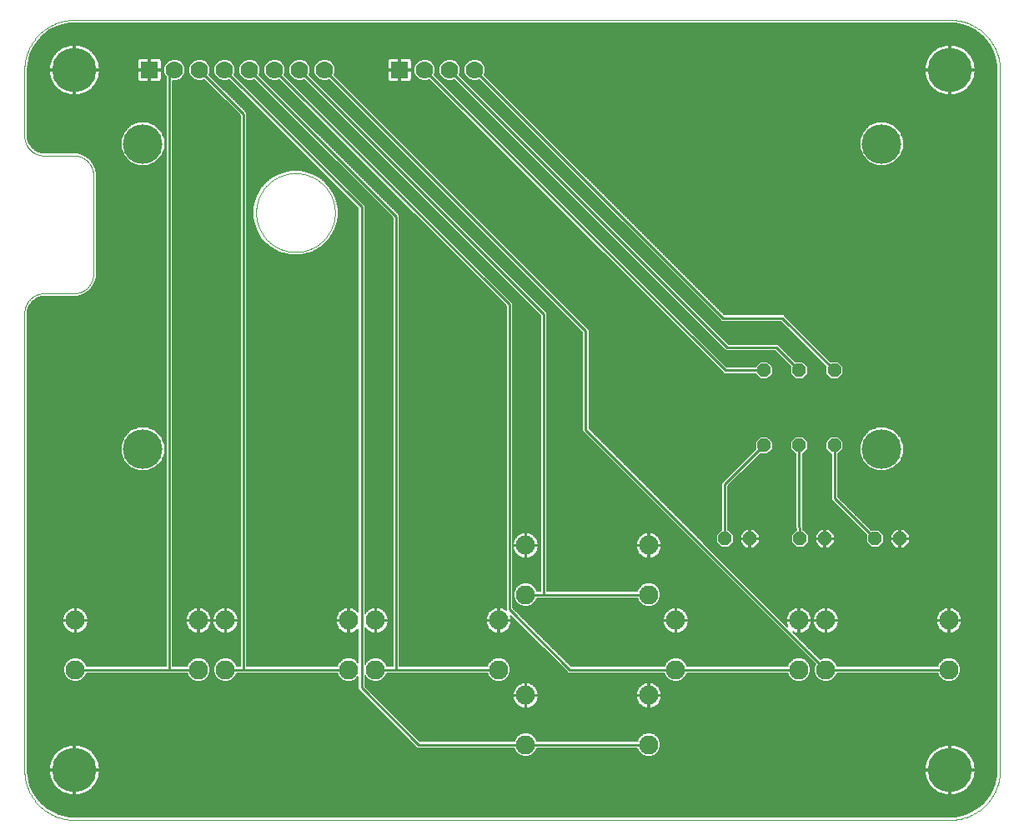
<source format=gbl>
G75*
%MOIN*%
%OFA0B0*%
%FSLAX25Y25*%
%IPPOS*%
%LPD*%
%AMOC8*
5,1,8,0,0,1.08239X$1,22.5*
%
%ADD10C,0.00000*%
%ADD11C,0.15811*%
%ADD12C,0.07677*%
%ADD13R,0.07000X0.07000*%
%ADD14C,0.07000*%
%ADD15C,0.17717*%
%ADD16OC8,0.05200*%
%ADD17C,0.00600*%
%ADD18C,0.01000*%
D10*
X0063342Y0020985D02*
X0063342Y0204056D01*
X0063344Y0204246D01*
X0063351Y0204436D01*
X0063363Y0204626D01*
X0063379Y0204816D01*
X0063399Y0205005D01*
X0063425Y0205194D01*
X0063454Y0205382D01*
X0063489Y0205569D01*
X0063528Y0205755D01*
X0063571Y0205940D01*
X0063619Y0206125D01*
X0063671Y0206308D01*
X0063727Y0206489D01*
X0063788Y0206669D01*
X0063854Y0206848D01*
X0063923Y0207025D01*
X0063997Y0207201D01*
X0064075Y0207374D01*
X0064158Y0207546D01*
X0064244Y0207715D01*
X0064334Y0207883D01*
X0064429Y0208048D01*
X0064527Y0208211D01*
X0064630Y0208371D01*
X0064736Y0208529D01*
X0064846Y0208684D01*
X0064959Y0208837D01*
X0065077Y0208987D01*
X0065198Y0209133D01*
X0065322Y0209277D01*
X0065450Y0209418D01*
X0065581Y0209556D01*
X0065716Y0209691D01*
X0065854Y0209822D01*
X0065995Y0209950D01*
X0066139Y0210074D01*
X0066285Y0210195D01*
X0066435Y0210313D01*
X0066588Y0210426D01*
X0066743Y0210536D01*
X0066901Y0210642D01*
X0067061Y0210745D01*
X0067224Y0210843D01*
X0067389Y0210938D01*
X0067557Y0211028D01*
X0067726Y0211114D01*
X0067898Y0211197D01*
X0068071Y0211275D01*
X0068247Y0211349D01*
X0068424Y0211418D01*
X0068603Y0211484D01*
X0068783Y0211545D01*
X0068964Y0211601D01*
X0069147Y0211653D01*
X0069332Y0211701D01*
X0069517Y0211744D01*
X0069703Y0211783D01*
X0069890Y0211818D01*
X0070078Y0211847D01*
X0070267Y0211873D01*
X0070456Y0211893D01*
X0070646Y0211909D01*
X0070836Y0211921D01*
X0071026Y0211928D01*
X0071216Y0211930D01*
X0083027Y0211930D01*
X0083217Y0211932D01*
X0083407Y0211939D01*
X0083597Y0211951D01*
X0083787Y0211967D01*
X0083976Y0211987D01*
X0084165Y0212013D01*
X0084353Y0212042D01*
X0084540Y0212077D01*
X0084726Y0212116D01*
X0084911Y0212159D01*
X0085096Y0212207D01*
X0085279Y0212259D01*
X0085460Y0212315D01*
X0085640Y0212376D01*
X0085819Y0212442D01*
X0085996Y0212511D01*
X0086172Y0212585D01*
X0086345Y0212663D01*
X0086517Y0212746D01*
X0086686Y0212832D01*
X0086854Y0212922D01*
X0087019Y0213017D01*
X0087182Y0213115D01*
X0087342Y0213218D01*
X0087500Y0213324D01*
X0087655Y0213434D01*
X0087808Y0213547D01*
X0087958Y0213665D01*
X0088104Y0213786D01*
X0088248Y0213910D01*
X0088389Y0214038D01*
X0088527Y0214169D01*
X0088662Y0214304D01*
X0088793Y0214442D01*
X0088921Y0214583D01*
X0089045Y0214727D01*
X0089166Y0214873D01*
X0089284Y0215023D01*
X0089397Y0215176D01*
X0089507Y0215331D01*
X0089613Y0215489D01*
X0089716Y0215649D01*
X0089814Y0215812D01*
X0089909Y0215977D01*
X0089999Y0216145D01*
X0090085Y0216314D01*
X0090168Y0216486D01*
X0090246Y0216659D01*
X0090320Y0216835D01*
X0090389Y0217012D01*
X0090455Y0217191D01*
X0090516Y0217371D01*
X0090572Y0217552D01*
X0090624Y0217735D01*
X0090672Y0217920D01*
X0090715Y0218105D01*
X0090754Y0218291D01*
X0090789Y0218478D01*
X0090818Y0218666D01*
X0090844Y0218855D01*
X0090864Y0219044D01*
X0090880Y0219234D01*
X0090892Y0219424D01*
X0090899Y0219614D01*
X0090901Y0219804D01*
X0090901Y0259174D01*
X0090899Y0259364D01*
X0090892Y0259554D01*
X0090880Y0259744D01*
X0090864Y0259934D01*
X0090844Y0260123D01*
X0090818Y0260312D01*
X0090789Y0260500D01*
X0090754Y0260687D01*
X0090715Y0260873D01*
X0090672Y0261058D01*
X0090624Y0261243D01*
X0090572Y0261426D01*
X0090516Y0261607D01*
X0090455Y0261787D01*
X0090389Y0261966D01*
X0090320Y0262143D01*
X0090246Y0262319D01*
X0090168Y0262492D01*
X0090085Y0262664D01*
X0089999Y0262833D01*
X0089909Y0263001D01*
X0089814Y0263166D01*
X0089716Y0263329D01*
X0089613Y0263489D01*
X0089507Y0263647D01*
X0089397Y0263802D01*
X0089284Y0263955D01*
X0089166Y0264105D01*
X0089045Y0264251D01*
X0088921Y0264395D01*
X0088793Y0264536D01*
X0088662Y0264674D01*
X0088527Y0264809D01*
X0088389Y0264940D01*
X0088248Y0265068D01*
X0088104Y0265192D01*
X0087958Y0265313D01*
X0087808Y0265431D01*
X0087655Y0265544D01*
X0087500Y0265654D01*
X0087342Y0265760D01*
X0087182Y0265863D01*
X0087019Y0265961D01*
X0086854Y0266056D01*
X0086686Y0266146D01*
X0086517Y0266232D01*
X0086345Y0266315D01*
X0086172Y0266393D01*
X0085996Y0266467D01*
X0085819Y0266536D01*
X0085640Y0266602D01*
X0085460Y0266663D01*
X0085279Y0266719D01*
X0085096Y0266771D01*
X0084911Y0266819D01*
X0084726Y0266862D01*
X0084540Y0266901D01*
X0084353Y0266936D01*
X0084165Y0266965D01*
X0083976Y0266991D01*
X0083787Y0267011D01*
X0083597Y0267027D01*
X0083407Y0267039D01*
X0083217Y0267046D01*
X0083027Y0267048D01*
X0071216Y0267048D01*
X0071026Y0267050D01*
X0070836Y0267057D01*
X0070646Y0267069D01*
X0070456Y0267085D01*
X0070267Y0267105D01*
X0070078Y0267131D01*
X0069890Y0267160D01*
X0069703Y0267195D01*
X0069517Y0267234D01*
X0069332Y0267277D01*
X0069147Y0267325D01*
X0068964Y0267377D01*
X0068783Y0267433D01*
X0068603Y0267494D01*
X0068424Y0267560D01*
X0068247Y0267629D01*
X0068071Y0267703D01*
X0067898Y0267781D01*
X0067726Y0267864D01*
X0067557Y0267950D01*
X0067389Y0268040D01*
X0067224Y0268135D01*
X0067061Y0268233D01*
X0066901Y0268336D01*
X0066743Y0268442D01*
X0066588Y0268552D01*
X0066435Y0268665D01*
X0066285Y0268783D01*
X0066139Y0268904D01*
X0065995Y0269028D01*
X0065854Y0269156D01*
X0065716Y0269287D01*
X0065581Y0269422D01*
X0065450Y0269560D01*
X0065322Y0269701D01*
X0065198Y0269845D01*
X0065077Y0269991D01*
X0064959Y0270141D01*
X0064846Y0270294D01*
X0064736Y0270449D01*
X0064630Y0270607D01*
X0064527Y0270767D01*
X0064429Y0270930D01*
X0064334Y0271095D01*
X0064244Y0271263D01*
X0064158Y0271432D01*
X0064075Y0271604D01*
X0063997Y0271777D01*
X0063923Y0271953D01*
X0063854Y0272130D01*
X0063788Y0272309D01*
X0063727Y0272489D01*
X0063671Y0272670D01*
X0063619Y0272853D01*
X0063571Y0273038D01*
X0063528Y0273223D01*
X0063489Y0273409D01*
X0063454Y0273596D01*
X0063425Y0273784D01*
X0063399Y0273973D01*
X0063379Y0274162D01*
X0063363Y0274352D01*
X0063351Y0274542D01*
X0063344Y0274732D01*
X0063342Y0274922D01*
X0063342Y0301300D01*
X0063348Y0301783D01*
X0063365Y0302266D01*
X0063395Y0302749D01*
X0063435Y0303230D01*
X0063488Y0303711D01*
X0063552Y0304190D01*
X0063627Y0304667D01*
X0063715Y0305143D01*
X0063813Y0305616D01*
X0063923Y0306086D01*
X0064044Y0306554D01*
X0064177Y0307019D01*
X0064321Y0307480D01*
X0064476Y0307938D01*
X0064642Y0308392D01*
X0064819Y0308842D01*
X0065006Y0309287D01*
X0065205Y0309728D01*
X0065413Y0310164D01*
X0065633Y0310594D01*
X0065863Y0311020D01*
X0066103Y0311439D01*
X0066353Y0311853D01*
X0066613Y0312260D01*
X0066882Y0312661D01*
X0067162Y0313056D01*
X0067450Y0313443D01*
X0067749Y0313824D01*
X0068056Y0314197D01*
X0068372Y0314562D01*
X0068697Y0314920D01*
X0069030Y0315270D01*
X0069372Y0315612D01*
X0069722Y0315945D01*
X0070080Y0316270D01*
X0070445Y0316586D01*
X0070818Y0316893D01*
X0071199Y0317192D01*
X0071586Y0317480D01*
X0071981Y0317760D01*
X0072382Y0318029D01*
X0072789Y0318289D01*
X0073203Y0318539D01*
X0073622Y0318779D01*
X0074048Y0319009D01*
X0074478Y0319229D01*
X0074914Y0319437D01*
X0075355Y0319636D01*
X0075800Y0319823D01*
X0076250Y0320000D01*
X0076704Y0320166D01*
X0077162Y0320321D01*
X0077623Y0320465D01*
X0078088Y0320598D01*
X0078556Y0320719D01*
X0079026Y0320829D01*
X0079499Y0320927D01*
X0079975Y0321015D01*
X0080452Y0321090D01*
X0080931Y0321154D01*
X0081412Y0321207D01*
X0081893Y0321247D01*
X0082376Y0321277D01*
X0082859Y0321294D01*
X0083342Y0321300D01*
X0433342Y0321300D01*
X0433825Y0321294D01*
X0434308Y0321277D01*
X0434791Y0321247D01*
X0435272Y0321207D01*
X0435753Y0321154D01*
X0436232Y0321090D01*
X0436709Y0321015D01*
X0437185Y0320927D01*
X0437658Y0320829D01*
X0438128Y0320719D01*
X0438596Y0320598D01*
X0439061Y0320465D01*
X0439522Y0320321D01*
X0439980Y0320166D01*
X0440434Y0320000D01*
X0440884Y0319823D01*
X0441329Y0319636D01*
X0441770Y0319437D01*
X0442206Y0319229D01*
X0442636Y0319009D01*
X0443062Y0318779D01*
X0443481Y0318539D01*
X0443895Y0318289D01*
X0444302Y0318029D01*
X0444703Y0317760D01*
X0445098Y0317480D01*
X0445485Y0317192D01*
X0445866Y0316893D01*
X0446239Y0316586D01*
X0446604Y0316270D01*
X0446962Y0315945D01*
X0447312Y0315612D01*
X0447654Y0315270D01*
X0447987Y0314920D01*
X0448312Y0314562D01*
X0448628Y0314197D01*
X0448935Y0313824D01*
X0449234Y0313443D01*
X0449522Y0313056D01*
X0449802Y0312661D01*
X0450071Y0312260D01*
X0450331Y0311853D01*
X0450581Y0311439D01*
X0450821Y0311020D01*
X0451051Y0310594D01*
X0451271Y0310164D01*
X0451479Y0309728D01*
X0451678Y0309287D01*
X0451865Y0308842D01*
X0452042Y0308392D01*
X0452208Y0307938D01*
X0452363Y0307480D01*
X0452507Y0307019D01*
X0452640Y0306554D01*
X0452761Y0306086D01*
X0452871Y0305616D01*
X0452969Y0305143D01*
X0453057Y0304667D01*
X0453132Y0304190D01*
X0453196Y0303711D01*
X0453249Y0303230D01*
X0453289Y0302749D01*
X0453319Y0302266D01*
X0453336Y0301783D01*
X0453342Y0301300D01*
X0453342Y0021300D01*
X0453336Y0020817D01*
X0453319Y0020334D01*
X0453289Y0019851D01*
X0453249Y0019370D01*
X0453196Y0018889D01*
X0453132Y0018410D01*
X0453057Y0017933D01*
X0452969Y0017457D01*
X0452871Y0016984D01*
X0452761Y0016514D01*
X0452640Y0016046D01*
X0452507Y0015581D01*
X0452363Y0015120D01*
X0452208Y0014662D01*
X0452042Y0014208D01*
X0451865Y0013758D01*
X0451678Y0013313D01*
X0451479Y0012872D01*
X0451271Y0012436D01*
X0451051Y0012006D01*
X0450821Y0011580D01*
X0450581Y0011161D01*
X0450331Y0010747D01*
X0450071Y0010340D01*
X0449802Y0009939D01*
X0449522Y0009544D01*
X0449234Y0009157D01*
X0448935Y0008776D01*
X0448628Y0008403D01*
X0448312Y0008038D01*
X0447987Y0007680D01*
X0447654Y0007330D01*
X0447312Y0006988D01*
X0446962Y0006655D01*
X0446604Y0006330D01*
X0446239Y0006014D01*
X0445866Y0005707D01*
X0445485Y0005408D01*
X0445098Y0005120D01*
X0444703Y0004840D01*
X0444302Y0004571D01*
X0443895Y0004311D01*
X0443481Y0004061D01*
X0443062Y0003821D01*
X0442636Y0003591D01*
X0442206Y0003371D01*
X0441770Y0003163D01*
X0441329Y0002964D01*
X0440884Y0002777D01*
X0440434Y0002600D01*
X0439980Y0002434D01*
X0439522Y0002279D01*
X0439061Y0002135D01*
X0438596Y0002002D01*
X0438128Y0001881D01*
X0437658Y0001771D01*
X0437185Y0001673D01*
X0436709Y0001585D01*
X0436232Y0001510D01*
X0435753Y0001446D01*
X0435272Y0001393D01*
X0434791Y0001353D01*
X0434308Y0001323D01*
X0433825Y0001306D01*
X0433342Y0001300D01*
X0083342Y0001300D01*
X0082859Y0001306D01*
X0082376Y0001323D01*
X0081893Y0001353D01*
X0081412Y0001393D01*
X0080931Y0001446D01*
X0080452Y0001510D01*
X0079975Y0001585D01*
X0079499Y0001673D01*
X0079026Y0001771D01*
X0078556Y0001881D01*
X0078088Y0002002D01*
X0077623Y0002135D01*
X0077162Y0002279D01*
X0076704Y0002434D01*
X0076250Y0002600D01*
X0075800Y0002777D01*
X0075355Y0002964D01*
X0074914Y0003163D01*
X0074478Y0003371D01*
X0074048Y0003591D01*
X0073622Y0003821D01*
X0073203Y0004061D01*
X0072789Y0004311D01*
X0072382Y0004571D01*
X0071981Y0004840D01*
X0071586Y0005120D01*
X0071199Y0005408D01*
X0070818Y0005707D01*
X0070445Y0006014D01*
X0070080Y0006330D01*
X0069722Y0006655D01*
X0069372Y0006988D01*
X0069030Y0007330D01*
X0068697Y0007680D01*
X0068372Y0008038D01*
X0068056Y0008403D01*
X0067749Y0008776D01*
X0067450Y0009157D01*
X0067162Y0009544D01*
X0066882Y0009939D01*
X0066613Y0010340D01*
X0066353Y0010747D01*
X0066103Y0011161D01*
X0065863Y0011580D01*
X0065633Y0012006D01*
X0065413Y0012436D01*
X0065205Y0012872D01*
X0065006Y0013313D01*
X0064819Y0013758D01*
X0064642Y0014208D01*
X0064476Y0014662D01*
X0064321Y0015120D01*
X0064177Y0015581D01*
X0064044Y0016046D01*
X0063923Y0016514D01*
X0063813Y0016984D01*
X0063715Y0017457D01*
X0063627Y0017933D01*
X0063552Y0018410D01*
X0063488Y0018889D01*
X0063435Y0019370D01*
X0063395Y0019851D01*
X0063365Y0020334D01*
X0063348Y0020817D01*
X0063342Y0021300D01*
X0155980Y0244233D02*
X0155985Y0244619D01*
X0155999Y0245006D01*
X0156023Y0245391D01*
X0156056Y0245777D01*
X0156098Y0246161D01*
X0156150Y0246544D01*
X0156212Y0246925D01*
X0156283Y0247305D01*
X0156363Y0247683D01*
X0156452Y0248059D01*
X0156550Y0248433D01*
X0156658Y0248804D01*
X0156775Y0249173D01*
X0156901Y0249538D01*
X0157035Y0249901D01*
X0157179Y0250259D01*
X0157331Y0250615D01*
X0157492Y0250966D01*
X0157662Y0251313D01*
X0157840Y0251657D01*
X0158026Y0251995D01*
X0158220Y0252329D01*
X0158423Y0252658D01*
X0158634Y0252982D01*
X0158853Y0253301D01*
X0159079Y0253614D01*
X0159313Y0253922D01*
X0159555Y0254223D01*
X0159803Y0254519D01*
X0160060Y0254809D01*
X0160323Y0255092D01*
X0160592Y0255369D01*
X0160869Y0255638D01*
X0161152Y0255901D01*
X0161442Y0256158D01*
X0161738Y0256406D01*
X0162039Y0256648D01*
X0162347Y0256882D01*
X0162660Y0257108D01*
X0162979Y0257327D01*
X0163303Y0257538D01*
X0163632Y0257741D01*
X0163966Y0257935D01*
X0164304Y0258121D01*
X0164648Y0258299D01*
X0164995Y0258469D01*
X0165346Y0258630D01*
X0165702Y0258782D01*
X0166060Y0258926D01*
X0166423Y0259060D01*
X0166788Y0259186D01*
X0167157Y0259303D01*
X0167528Y0259411D01*
X0167902Y0259509D01*
X0168278Y0259598D01*
X0168656Y0259678D01*
X0169036Y0259749D01*
X0169417Y0259811D01*
X0169800Y0259863D01*
X0170184Y0259905D01*
X0170570Y0259938D01*
X0170955Y0259962D01*
X0171342Y0259976D01*
X0171728Y0259981D01*
X0172114Y0259976D01*
X0172501Y0259962D01*
X0172886Y0259938D01*
X0173272Y0259905D01*
X0173656Y0259863D01*
X0174039Y0259811D01*
X0174420Y0259749D01*
X0174800Y0259678D01*
X0175178Y0259598D01*
X0175554Y0259509D01*
X0175928Y0259411D01*
X0176299Y0259303D01*
X0176668Y0259186D01*
X0177033Y0259060D01*
X0177396Y0258926D01*
X0177754Y0258782D01*
X0178110Y0258630D01*
X0178461Y0258469D01*
X0178808Y0258299D01*
X0179152Y0258121D01*
X0179490Y0257935D01*
X0179824Y0257741D01*
X0180153Y0257538D01*
X0180477Y0257327D01*
X0180796Y0257108D01*
X0181109Y0256882D01*
X0181417Y0256648D01*
X0181718Y0256406D01*
X0182014Y0256158D01*
X0182304Y0255901D01*
X0182587Y0255638D01*
X0182864Y0255369D01*
X0183133Y0255092D01*
X0183396Y0254809D01*
X0183653Y0254519D01*
X0183901Y0254223D01*
X0184143Y0253922D01*
X0184377Y0253614D01*
X0184603Y0253301D01*
X0184822Y0252982D01*
X0185033Y0252658D01*
X0185236Y0252329D01*
X0185430Y0251995D01*
X0185616Y0251657D01*
X0185794Y0251313D01*
X0185964Y0250966D01*
X0186125Y0250615D01*
X0186277Y0250259D01*
X0186421Y0249901D01*
X0186555Y0249538D01*
X0186681Y0249173D01*
X0186798Y0248804D01*
X0186906Y0248433D01*
X0187004Y0248059D01*
X0187093Y0247683D01*
X0187173Y0247305D01*
X0187244Y0246925D01*
X0187306Y0246544D01*
X0187358Y0246161D01*
X0187400Y0245777D01*
X0187433Y0245391D01*
X0187457Y0245006D01*
X0187471Y0244619D01*
X0187476Y0244233D01*
X0187471Y0243847D01*
X0187457Y0243460D01*
X0187433Y0243075D01*
X0187400Y0242689D01*
X0187358Y0242305D01*
X0187306Y0241922D01*
X0187244Y0241541D01*
X0187173Y0241161D01*
X0187093Y0240783D01*
X0187004Y0240407D01*
X0186906Y0240033D01*
X0186798Y0239662D01*
X0186681Y0239293D01*
X0186555Y0238928D01*
X0186421Y0238565D01*
X0186277Y0238207D01*
X0186125Y0237851D01*
X0185964Y0237500D01*
X0185794Y0237153D01*
X0185616Y0236809D01*
X0185430Y0236471D01*
X0185236Y0236137D01*
X0185033Y0235808D01*
X0184822Y0235484D01*
X0184603Y0235165D01*
X0184377Y0234852D01*
X0184143Y0234544D01*
X0183901Y0234243D01*
X0183653Y0233947D01*
X0183396Y0233657D01*
X0183133Y0233374D01*
X0182864Y0233097D01*
X0182587Y0232828D01*
X0182304Y0232565D01*
X0182014Y0232308D01*
X0181718Y0232060D01*
X0181417Y0231818D01*
X0181109Y0231584D01*
X0180796Y0231358D01*
X0180477Y0231139D01*
X0180153Y0230928D01*
X0179824Y0230725D01*
X0179490Y0230531D01*
X0179152Y0230345D01*
X0178808Y0230167D01*
X0178461Y0229997D01*
X0178110Y0229836D01*
X0177754Y0229684D01*
X0177396Y0229540D01*
X0177033Y0229406D01*
X0176668Y0229280D01*
X0176299Y0229163D01*
X0175928Y0229055D01*
X0175554Y0228957D01*
X0175178Y0228868D01*
X0174800Y0228788D01*
X0174420Y0228717D01*
X0174039Y0228655D01*
X0173656Y0228603D01*
X0173272Y0228561D01*
X0172886Y0228528D01*
X0172501Y0228504D01*
X0172114Y0228490D01*
X0171728Y0228485D01*
X0171342Y0228490D01*
X0170955Y0228504D01*
X0170570Y0228528D01*
X0170184Y0228561D01*
X0169800Y0228603D01*
X0169417Y0228655D01*
X0169036Y0228717D01*
X0168656Y0228788D01*
X0168278Y0228868D01*
X0167902Y0228957D01*
X0167528Y0229055D01*
X0167157Y0229163D01*
X0166788Y0229280D01*
X0166423Y0229406D01*
X0166060Y0229540D01*
X0165702Y0229684D01*
X0165346Y0229836D01*
X0164995Y0229997D01*
X0164648Y0230167D01*
X0164304Y0230345D01*
X0163966Y0230531D01*
X0163632Y0230725D01*
X0163303Y0230928D01*
X0162979Y0231139D01*
X0162660Y0231358D01*
X0162347Y0231584D01*
X0162039Y0231818D01*
X0161738Y0232060D01*
X0161442Y0232308D01*
X0161152Y0232565D01*
X0160869Y0232828D01*
X0160592Y0233097D01*
X0160323Y0233374D01*
X0160060Y0233657D01*
X0159803Y0233947D01*
X0159555Y0234243D01*
X0159313Y0234544D01*
X0159079Y0234852D01*
X0158853Y0235165D01*
X0158634Y0235484D01*
X0158423Y0235808D01*
X0158220Y0236137D01*
X0158026Y0236471D01*
X0157840Y0236809D01*
X0157662Y0237153D01*
X0157492Y0237500D01*
X0157331Y0237851D01*
X0157179Y0238207D01*
X0157035Y0238565D01*
X0156901Y0238928D01*
X0156775Y0239293D01*
X0156658Y0239662D01*
X0156550Y0240033D01*
X0156452Y0240407D01*
X0156363Y0240783D01*
X0156283Y0241161D01*
X0156212Y0241541D01*
X0156150Y0241922D01*
X0156098Y0242305D01*
X0156056Y0242689D01*
X0156023Y0243075D01*
X0155999Y0243460D01*
X0155985Y0243847D01*
X0155980Y0244233D01*
D11*
X0110704Y0271792D03*
X0110704Y0149745D03*
X0405980Y0149745D03*
X0405980Y0271792D03*
D12*
X0312948Y0111143D03*
X0312948Y0091457D03*
X0323736Y0081143D03*
X0323736Y0061457D03*
X0312948Y0051143D03*
X0312948Y0031457D03*
X0263736Y0031457D03*
X0263736Y0051143D03*
X0252948Y0061457D03*
X0252948Y0081143D03*
X0263736Y0091457D03*
X0263736Y0111143D03*
X0203736Y0081143D03*
X0192948Y0081143D03*
X0192948Y0061457D03*
X0203736Y0061457D03*
X0143736Y0061457D03*
X0132948Y0061457D03*
X0132948Y0081143D03*
X0143736Y0081143D03*
X0083736Y0081143D03*
X0083736Y0061457D03*
X0372948Y0061457D03*
X0383736Y0061457D03*
X0383736Y0081143D03*
X0372948Y0081143D03*
X0432948Y0081143D03*
X0432948Y0061457D03*
D13*
X0213342Y0301300D03*
X0113342Y0301300D03*
D14*
X0123342Y0301300D03*
X0133342Y0301300D03*
X0143342Y0301300D03*
X0153342Y0301300D03*
X0163342Y0301300D03*
X0173342Y0301300D03*
X0183342Y0301300D03*
X0223342Y0301300D03*
X0233342Y0301300D03*
X0243342Y0301300D03*
D15*
X0083342Y0301300D03*
X0083342Y0021300D03*
X0433342Y0021300D03*
X0433342Y0301300D03*
D16*
X0387161Y0181143D03*
X0373066Y0181143D03*
X0358972Y0181143D03*
X0358972Y0151143D03*
X0373066Y0151143D03*
X0387161Y0151143D03*
X0383342Y0113800D03*
X0373342Y0113800D03*
X0353342Y0113800D03*
X0343342Y0113800D03*
X0403342Y0113800D03*
X0413342Y0113800D03*
D17*
X0413642Y0113820D02*
X0452042Y0113820D01*
X0452042Y0113222D02*
X0417242Y0113222D01*
X0417242Y0113500D02*
X0413642Y0113500D01*
X0413642Y0114100D01*
X0417242Y0114100D01*
X0417242Y0115415D01*
X0414957Y0117700D01*
X0413642Y0117700D01*
X0413642Y0114100D01*
X0413042Y0114100D01*
X0413042Y0117700D01*
X0411726Y0117700D01*
X0409442Y0115415D01*
X0409442Y0114100D01*
X0413042Y0114100D01*
X0413042Y0113500D01*
X0413642Y0113500D01*
X0413642Y0109900D01*
X0414957Y0109900D01*
X0417242Y0112185D01*
X0417242Y0113500D01*
X0417242Y0112623D02*
X0452042Y0112623D01*
X0452042Y0112025D02*
X0417082Y0112025D01*
X0416483Y0111426D02*
X0452042Y0111426D01*
X0452042Y0110828D02*
X0415885Y0110828D01*
X0415286Y0110229D02*
X0452042Y0110229D01*
X0452042Y0109631D02*
X0337503Y0109631D01*
X0336904Y0110229D02*
X0351397Y0110229D01*
X0351726Y0109900D02*
X0353042Y0109900D01*
X0353042Y0113500D01*
X0353642Y0113500D01*
X0353642Y0114100D01*
X0357242Y0114100D01*
X0357242Y0115415D01*
X0354957Y0117700D01*
X0353642Y0117700D01*
X0353642Y0114100D01*
X0353042Y0114100D01*
X0353042Y0117700D01*
X0351726Y0117700D01*
X0349442Y0115415D01*
X0349442Y0114100D01*
X0353042Y0114100D01*
X0353042Y0113500D01*
X0349442Y0113500D01*
X0349442Y0112185D01*
X0351726Y0109900D01*
X0350799Y0110828D02*
X0345319Y0110828D01*
X0344792Y0110300D02*
X0346842Y0112350D01*
X0346842Y0115250D01*
X0344792Y0117300D01*
X0344742Y0117300D01*
X0344742Y0134933D01*
X0357487Y0147678D01*
X0357522Y0147643D01*
X0360421Y0147643D01*
X0362472Y0149693D01*
X0362472Y0152592D01*
X0360421Y0154643D01*
X0357522Y0154643D01*
X0355472Y0152592D01*
X0355472Y0149693D01*
X0355507Y0149658D01*
X0341942Y0136092D01*
X0341942Y0117300D01*
X0341892Y0117300D01*
X0339842Y0115250D01*
X0339842Y0112350D01*
X0341892Y0110300D01*
X0344792Y0110300D01*
X0345918Y0111426D02*
X0350200Y0111426D01*
X0349602Y0112025D02*
X0346516Y0112025D01*
X0346842Y0112623D02*
X0349442Y0112623D01*
X0349442Y0113222D02*
X0346842Y0113222D01*
X0346842Y0113820D02*
X0353042Y0113820D01*
X0353042Y0113222D02*
X0353642Y0113222D01*
X0353642Y0113500D02*
X0353642Y0109900D01*
X0354957Y0109900D01*
X0357242Y0112185D01*
X0357242Y0113500D01*
X0353642Y0113500D01*
X0353642Y0113820D02*
X0369842Y0113820D01*
X0369842Y0113222D02*
X0357242Y0113222D01*
X0357242Y0112623D02*
X0369842Y0112623D01*
X0369842Y0112350D02*
X0369842Y0115250D01*
X0371892Y0117300D01*
X0371942Y0117300D01*
X0371942Y0117787D01*
X0371666Y0118063D01*
X0371666Y0147643D01*
X0371616Y0147643D01*
X0369566Y0149693D01*
X0369566Y0152592D01*
X0371616Y0154643D01*
X0374516Y0154643D01*
X0376566Y0152592D01*
X0376566Y0149693D01*
X0374516Y0147643D01*
X0374466Y0147643D01*
X0374466Y0119222D01*
X0374742Y0118947D01*
X0374742Y0117300D01*
X0374792Y0117300D01*
X0376842Y0115250D01*
X0376842Y0112350D01*
X0374792Y0110300D01*
X0371892Y0110300D01*
X0369842Y0112350D01*
X0370167Y0112025D02*
X0357082Y0112025D01*
X0356483Y0111426D02*
X0370766Y0111426D01*
X0371364Y0110828D02*
X0355885Y0110828D01*
X0355286Y0110229D02*
X0381397Y0110229D01*
X0381726Y0109900D02*
X0383042Y0109900D01*
X0383042Y0113500D01*
X0383642Y0113500D01*
X0383642Y0114100D01*
X0387242Y0114100D01*
X0387242Y0115415D01*
X0384957Y0117700D01*
X0383642Y0117700D01*
X0383642Y0114100D01*
X0383042Y0114100D01*
X0383042Y0117700D01*
X0381726Y0117700D01*
X0379442Y0115415D01*
X0379442Y0114100D01*
X0383042Y0114100D01*
X0383042Y0113500D01*
X0379442Y0113500D01*
X0379442Y0112185D01*
X0381726Y0109900D01*
X0380799Y0110828D02*
X0375319Y0110828D01*
X0375918Y0111426D02*
X0380200Y0111426D01*
X0379602Y0112025D02*
X0376516Y0112025D01*
X0376842Y0112623D02*
X0379442Y0112623D01*
X0379442Y0113222D02*
X0376842Y0113222D01*
X0376842Y0113820D02*
X0383042Y0113820D01*
X0383042Y0113222D02*
X0383642Y0113222D01*
X0383642Y0113500D02*
X0383642Y0109900D01*
X0384957Y0109900D01*
X0387242Y0112185D01*
X0387242Y0113500D01*
X0383642Y0113500D01*
X0383642Y0113820D02*
X0399842Y0113820D01*
X0399842Y0113222D02*
X0387242Y0113222D01*
X0387242Y0112623D02*
X0399842Y0112623D01*
X0399842Y0112350D02*
X0399842Y0115250D01*
X0399877Y0115285D01*
X0386581Y0128581D01*
X0385761Y0129401D01*
X0385761Y0147643D01*
X0385711Y0147643D01*
X0383661Y0149693D01*
X0383661Y0152592D01*
X0385711Y0154643D01*
X0388610Y0154643D01*
X0390661Y0152592D01*
X0390661Y0149693D01*
X0388610Y0147643D01*
X0388561Y0147643D01*
X0388561Y0130561D01*
X0401857Y0117265D01*
X0401892Y0117300D01*
X0404792Y0117300D01*
X0406842Y0115250D01*
X0406842Y0112350D01*
X0404792Y0110300D01*
X0401892Y0110300D01*
X0399842Y0112350D01*
X0400167Y0112025D02*
X0387082Y0112025D01*
X0386483Y0111426D02*
X0400766Y0111426D01*
X0401364Y0110828D02*
X0385885Y0110828D01*
X0385286Y0110229D02*
X0411397Y0110229D01*
X0411726Y0109900D02*
X0413042Y0109900D01*
X0413042Y0113500D01*
X0409442Y0113500D01*
X0409442Y0112185D01*
X0411726Y0109900D01*
X0410799Y0110828D02*
X0405319Y0110828D01*
X0405918Y0111426D02*
X0410200Y0111426D01*
X0409602Y0112025D02*
X0406516Y0112025D01*
X0406842Y0112623D02*
X0409442Y0112623D01*
X0409442Y0113222D02*
X0406842Y0113222D01*
X0406842Y0113820D02*
X0413042Y0113820D01*
X0413042Y0113222D02*
X0413642Y0113222D01*
X0413642Y0112623D02*
X0413042Y0112623D01*
X0413042Y0112025D02*
X0413642Y0112025D01*
X0413642Y0111426D02*
X0413042Y0111426D01*
X0413042Y0110828D02*
X0413642Y0110828D01*
X0413642Y0110229D02*
X0413042Y0110229D01*
X0413042Y0114419D02*
X0413642Y0114419D01*
X0413642Y0115017D02*
X0413042Y0115017D01*
X0413042Y0115616D02*
X0413642Y0115616D01*
X0413642Y0116214D02*
X0413042Y0116214D01*
X0413042Y0116813D02*
X0413642Y0116813D01*
X0413642Y0117411D02*
X0413042Y0117411D01*
X0411438Y0117411D02*
X0401710Y0117411D01*
X0401112Y0118010D02*
X0452042Y0118010D01*
X0452042Y0118608D02*
X0400513Y0118608D01*
X0399915Y0119207D02*
X0452042Y0119207D01*
X0452042Y0119805D02*
X0399316Y0119805D01*
X0398718Y0120404D02*
X0452042Y0120404D01*
X0452042Y0121002D02*
X0398119Y0121002D01*
X0397521Y0121601D02*
X0452042Y0121601D01*
X0452042Y0122199D02*
X0396922Y0122199D01*
X0396324Y0122798D02*
X0452042Y0122798D01*
X0452042Y0123396D02*
X0395725Y0123396D01*
X0395127Y0123995D02*
X0452042Y0123995D01*
X0452042Y0124593D02*
X0394528Y0124593D01*
X0393930Y0125192D02*
X0452042Y0125192D01*
X0452042Y0125790D02*
X0393331Y0125790D01*
X0392733Y0126389D02*
X0452042Y0126389D01*
X0452042Y0126987D02*
X0392134Y0126987D01*
X0391536Y0127586D02*
X0452042Y0127586D01*
X0452042Y0128184D02*
X0390937Y0128184D01*
X0390339Y0128783D02*
X0452042Y0128783D01*
X0452042Y0129381D02*
X0389740Y0129381D01*
X0389142Y0129980D02*
X0452042Y0129980D01*
X0452042Y0130578D02*
X0388561Y0130578D01*
X0388561Y0131177D02*
X0452042Y0131177D01*
X0452042Y0131775D02*
X0388561Y0131775D01*
X0388561Y0132374D02*
X0452042Y0132374D01*
X0452042Y0132972D02*
X0388561Y0132972D01*
X0388561Y0133571D02*
X0452042Y0133571D01*
X0452042Y0134170D02*
X0388561Y0134170D01*
X0388561Y0134768D02*
X0452042Y0134768D01*
X0452042Y0135367D02*
X0388561Y0135367D01*
X0388561Y0135965D02*
X0452042Y0135965D01*
X0452042Y0136564D02*
X0388561Y0136564D01*
X0388561Y0137162D02*
X0452042Y0137162D01*
X0452042Y0137761D02*
X0388561Y0137761D01*
X0388561Y0138359D02*
X0452042Y0138359D01*
X0452042Y0138958D02*
X0388561Y0138958D01*
X0388561Y0139556D02*
X0452042Y0139556D01*
X0452042Y0140155D02*
X0388561Y0140155D01*
X0388561Y0140753D02*
X0452042Y0140753D01*
X0452042Y0141352D02*
X0408726Y0141352D01*
X0407731Y0140939D02*
X0410968Y0142280D01*
X0413445Y0144757D01*
X0414785Y0147993D01*
X0414785Y0151496D01*
X0413445Y0154733D01*
X0410968Y0157210D01*
X0407731Y0158550D01*
X0404228Y0158550D01*
X0400992Y0157210D01*
X0398515Y0154733D01*
X0397174Y0151496D01*
X0397174Y0147993D01*
X0398515Y0144757D01*
X0400992Y0142280D01*
X0404228Y0140939D01*
X0407731Y0140939D01*
X0410171Y0141950D02*
X0452042Y0141950D01*
X0452042Y0142549D02*
X0411236Y0142549D01*
X0411835Y0143147D02*
X0452042Y0143147D01*
X0452042Y0143746D02*
X0412433Y0143746D01*
X0413032Y0144344D02*
X0452042Y0144344D01*
X0452042Y0144943D02*
X0413521Y0144943D01*
X0413769Y0145541D02*
X0452042Y0145541D01*
X0452042Y0146140D02*
X0414017Y0146140D01*
X0414265Y0146738D02*
X0452042Y0146738D01*
X0452042Y0147337D02*
X0414513Y0147337D01*
X0414761Y0147935D02*
X0452042Y0147935D01*
X0452042Y0148534D02*
X0414785Y0148534D01*
X0414785Y0149132D02*
X0452042Y0149132D01*
X0452042Y0149731D02*
X0414785Y0149731D01*
X0414785Y0150329D02*
X0452042Y0150329D01*
X0452042Y0150928D02*
X0414785Y0150928D01*
X0414773Y0151526D02*
X0452042Y0151526D01*
X0452042Y0152125D02*
X0414525Y0152125D01*
X0414277Y0152723D02*
X0452042Y0152723D01*
X0452042Y0153322D02*
X0414029Y0153322D01*
X0413781Y0153920D02*
X0452042Y0153920D01*
X0452042Y0154519D02*
X0413533Y0154519D01*
X0413060Y0155117D02*
X0452042Y0155117D01*
X0452042Y0155716D02*
X0412461Y0155716D01*
X0411863Y0156314D02*
X0452042Y0156314D01*
X0452042Y0156913D02*
X0411264Y0156913D01*
X0410239Y0157511D02*
X0452042Y0157511D01*
X0452042Y0158110D02*
X0408794Y0158110D01*
X0403165Y0158110D02*
X0289151Y0158110D01*
X0289151Y0157982D02*
X0289151Y0197470D01*
X0288331Y0198291D01*
X0187289Y0299332D01*
X0187742Y0300425D01*
X0187742Y0302175D01*
X0187072Y0303792D01*
X0185834Y0305030D01*
X0184217Y0305700D01*
X0182467Y0305700D01*
X0180849Y0305030D01*
X0179612Y0303792D01*
X0178942Y0302175D01*
X0178942Y0300425D01*
X0179612Y0298808D01*
X0180849Y0297570D01*
X0182467Y0296900D01*
X0184217Y0296900D01*
X0185309Y0297352D01*
X0286351Y0196311D01*
X0286351Y0156822D01*
X0379517Y0063656D01*
X0378997Y0062400D01*
X0378997Y0060515D01*
X0379718Y0058773D01*
X0381051Y0057440D01*
X0382793Y0056719D01*
X0384678Y0056719D01*
X0386420Y0057440D01*
X0387753Y0058773D01*
X0388285Y0060057D01*
X0428399Y0060057D01*
X0428931Y0058773D01*
X0430264Y0057440D01*
X0432006Y0056719D01*
X0433891Y0056719D01*
X0435632Y0057440D01*
X0436965Y0058773D01*
X0437687Y0060515D01*
X0437687Y0062400D01*
X0436965Y0064142D01*
X0435632Y0065475D01*
X0433891Y0066196D01*
X0432006Y0066196D01*
X0430264Y0065475D01*
X0428931Y0064142D01*
X0428399Y0062857D01*
X0388285Y0062857D01*
X0387753Y0064142D01*
X0386420Y0065475D01*
X0384678Y0066196D01*
X0382793Y0066196D01*
X0381481Y0065653D01*
X0370522Y0076612D01*
X0370976Y0076380D01*
X0371745Y0076130D01*
X0372544Y0076004D01*
X0372648Y0076004D01*
X0372648Y0080842D01*
X0373248Y0080842D01*
X0373248Y0076004D01*
X0373353Y0076004D01*
X0374151Y0076130D01*
X0374921Y0076380D01*
X0375641Y0076748D01*
X0376296Y0077223D01*
X0376868Y0077795D01*
X0377343Y0078449D01*
X0377710Y0079170D01*
X0377960Y0079939D01*
X0378087Y0080738D01*
X0378087Y0080843D01*
X0373248Y0080843D01*
X0373248Y0081442D01*
X0378087Y0081442D01*
X0378087Y0081547D01*
X0377960Y0082346D01*
X0377710Y0083115D01*
X0377343Y0083836D01*
X0376868Y0084490D01*
X0376296Y0085062D01*
X0375641Y0085537D01*
X0374921Y0085905D01*
X0374151Y0086155D01*
X0373353Y0086281D01*
X0373248Y0086281D01*
X0373248Y0081443D01*
X0372648Y0081443D01*
X0372648Y0086281D01*
X0372544Y0086281D01*
X0371745Y0086155D01*
X0370976Y0085905D01*
X0370255Y0085537D01*
X0369601Y0085062D01*
X0369029Y0084490D01*
X0368553Y0083836D01*
X0368186Y0083115D01*
X0367936Y0082346D01*
X0367810Y0081547D01*
X0367810Y0081442D01*
X0372648Y0081442D01*
X0372648Y0080843D01*
X0367810Y0080843D01*
X0367810Y0080738D01*
X0367936Y0079939D01*
X0368186Y0079170D01*
X0368417Y0078716D01*
X0289151Y0157982D01*
X0289622Y0157511D02*
X0401720Y0157511D01*
X0400695Y0156913D02*
X0290221Y0156913D01*
X0290819Y0156314D02*
X0400096Y0156314D01*
X0399498Y0155716D02*
X0291418Y0155716D01*
X0292016Y0155117D02*
X0398899Y0155117D01*
X0398426Y0154519D02*
X0388734Y0154519D01*
X0389333Y0153920D02*
X0398178Y0153920D01*
X0397930Y0153322D02*
X0389931Y0153322D01*
X0390530Y0152723D02*
X0397682Y0152723D01*
X0397434Y0152125D02*
X0390661Y0152125D01*
X0390661Y0151526D02*
X0397186Y0151526D01*
X0397174Y0150928D02*
X0390661Y0150928D01*
X0390661Y0150329D02*
X0397174Y0150329D01*
X0397174Y0149731D02*
X0390661Y0149731D01*
X0390100Y0149132D02*
X0397174Y0149132D01*
X0397174Y0148534D02*
X0389502Y0148534D01*
X0388903Y0147935D02*
X0397198Y0147935D01*
X0397446Y0147337D02*
X0388561Y0147337D01*
X0388561Y0146738D02*
X0397694Y0146738D01*
X0397942Y0146140D02*
X0388561Y0146140D01*
X0388561Y0145541D02*
X0398190Y0145541D01*
X0398438Y0144943D02*
X0388561Y0144943D01*
X0388561Y0144344D02*
X0398927Y0144344D01*
X0399526Y0143746D02*
X0388561Y0143746D01*
X0388561Y0143147D02*
X0400124Y0143147D01*
X0400723Y0142549D02*
X0388561Y0142549D01*
X0388561Y0141950D02*
X0401788Y0141950D01*
X0403233Y0141352D02*
X0388561Y0141352D01*
X0385761Y0141352D02*
X0374466Y0141352D01*
X0374466Y0141950D02*
X0385761Y0141950D01*
X0385761Y0142549D02*
X0374466Y0142549D01*
X0374466Y0143147D02*
X0385761Y0143147D01*
X0385761Y0143746D02*
X0374466Y0143746D01*
X0374466Y0144344D02*
X0385761Y0144344D01*
X0385761Y0144943D02*
X0374466Y0144943D01*
X0374466Y0145541D02*
X0385761Y0145541D01*
X0385761Y0146140D02*
X0374466Y0146140D01*
X0374466Y0146738D02*
X0385761Y0146738D01*
X0385761Y0147337D02*
X0374466Y0147337D01*
X0374809Y0147935D02*
X0385418Y0147935D01*
X0384820Y0148534D02*
X0375407Y0148534D01*
X0376006Y0149132D02*
X0384221Y0149132D01*
X0383661Y0149731D02*
X0376566Y0149731D01*
X0376566Y0150329D02*
X0383661Y0150329D01*
X0383661Y0150928D02*
X0376566Y0150928D01*
X0376566Y0151526D02*
X0383661Y0151526D01*
X0383661Y0152125D02*
X0376566Y0152125D01*
X0376435Y0152723D02*
X0383792Y0152723D01*
X0384390Y0153322D02*
X0375837Y0153322D01*
X0375238Y0153920D02*
X0384989Y0153920D01*
X0385587Y0154519D02*
X0374640Y0154519D01*
X0371493Y0154519D02*
X0360545Y0154519D01*
X0361144Y0153920D02*
X0370894Y0153920D01*
X0370296Y0153322D02*
X0361742Y0153322D01*
X0362341Y0152723D02*
X0369697Y0152723D01*
X0369566Y0152125D02*
X0362472Y0152125D01*
X0362472Y0151526D02*
X0369566Y0151526D01*
X0369566Y0150928D02*
X0362472Y0150928D01*
X0362472Y0150329D02*
X0369566Y0150329D01*
X0369566Y0149731D02*
X0362472Y0149731D01*
X0361911Y0149132D02*
X0370127Y0149132D01*
X0370725Y0148534D02*
X0361313Y0148534D01*
X0360714Y0147935D02*
X0371324Y0147935D01*
X0371666Y0147337D02*
X0357146Y0147337D01*
X0356547Y0146738D02*
X0371666Y0146738D01*
X0371666Y0146140D02*
X0355949Y0146140D01*
X0355350Y0145541D02*
X0371666Y0145541D01*
X0371666Y0144943D02*
X0354752Y0144943D01*
X0354153Y0144344D02*
X0371666Y0144344D01*
X0371666Y0143746D02*
X0353555Y0143746D01*
X0352956Y0143147D02*
X0371666Y0143147D01*
X0371666Y0142549D02*
X0352358Y0142549D01*
X0351759Y0141950D02*
X0371666Y0141950D01*
X0371666Y0141352D02*
X0351161Y0141352D01*
X0350562Y0140753D02*
X0371666Y0140753D01*
X0371666Y0140155D02*
X0349964Y0140155D01*
X0349365Y0139556D02*
X0371666Y0139556D01*
X0371666Y0138958D02*
X0348767Y0138958D01*
X0348168Y0138359D02*
X0371666Y0138359D01*
X0371666Y0137761D02*
X0347570Y0137761D01*
X0346971Y0137162D02*
X0371666Y0137162D01*
X0371666Y0136564D02*
X0346373Y0136564D01*
X0345774Y0135965D02*
X0371666Y0135965D01*
X0371666Y0135367D02*
X0345176Y0135367D01*
X0344742Y0134768D02*
X0371666Y0134768D01*
X0371666Y0134170D02*
X0344742Y0134170D01*
X0344742Y0133571D02*
X0371666Y0133571D01*
X0371666Y0132972D02*
X0344742Y0132972D01*
X0344742Y0132374D02*
X0371666Y0132374D01*
X0371666Y0131775D02*
X0344742Y0131775D01*
X0344742Y0131177D02*
X0371666Y0131177D01*
X0371666Y0130578D02*
X0344742Y0130578D01*
X0344742Y0129980D02*
X0371666Y0129980D01*
X0371666Y0129381D02*
X0344742Y0129381D01*
X0344742Y0128783D02*
X0371666Y0128783D01*
X0371666Y0128184D02*
X0344742Y0128184D01*
X0344742Y0127586D02*
X0371666Y0127586D01*
X0371666Y0126987D02*
X0344742Y0126987D01*
X0344742Y0126389D02*
X0371666Y0126389D01*
X0371666Y0125790D02*
X0344742Y0125790D01*
X0344742Y0125192D02*
X0371666Y0125192D01*
X0371666Y0124593D02*
X0344742Y0124593D01*
X0344742Y0123995D02*
X0371666Y0123995D01*
X0371666Y0123396D02*
X0344742Y0123396D01*
X0344742Y0122798D02*
X0371666Y0122798D01*
X0371666Y0122199D02*
X0344742Y0122199D01*
X0344742Y0121601D02*
X0371666Y0121601D01*
X0371666Y0121002D02*
X0344742Y0121002D01*
X0344742Y0120404D02*
X0371666Y0120404D01*
X0371666Y0119805D02*
X0344742Y0119805D01*
X0344742Y0119207D02*
X0371666Y0119207D01*
X0371666Y0118608D02*
X0344742Y0118608D01*
X0344742Y0118010D02*
X0371719Y0118010D01*
X0371942Y0117411D02*
X0355246Y0117411D01*
X0355845Y0116813D02*
X0371405Y0116813D01*
X0370806Y0116214D02*
X0356443Y0116214D01*
X0357042Y0115616D02*
X0370208Y0115616D01*
X0369842Y0115017D02*
X0357242Y0115017D01*
X0357242Y0114419D02*
X0369842Y0114419D01*
X0374742Y0117411D02*
X0381438Y0117411D01*
X0380839Y0116813D02*
X0375279Y0116813D01*
X0375877Y0116214D02*
X0380241Y0116214D01*
X0379642Y0115616D02*
X0376476Y0115616D01*
X0376842Y0115017D02*
X0379442Y0115017D01*
X0379442Y0114419D02*
X0376842Y0114419D01*
X0374742Y0118010D02*
X0397152Y0118010D01*
X0396554Y0118608D02*
X0374742Y0118608D01*
X0374482Y0119207D02*
X0395955Y0119207D01*
X0395357Y0119805D02*
X0374466Y0119805D01*
X0374466Y0120404D02*
X0394758Y0120404D01*
X0394160Y0121002D02*
X0374466Y0121002D01*
X0374466Y0121601D02*
X0393561Y0121601D01*
X0392963Y0122199D02*
X0374466Y0122199D01*
X0374466Y0122798D02*
X0392364Y0122798D01*
X0391766Y0123396D02*
X0374466Y0123396D01*
X0374466Y0123995D02*
X0391167Y0123995D01*
X0390569Y0124593D02*
X0374466Y0124593D01*
X0374466Y0125192D02*
X0389970Y0125192D01*
X0389372Y0125790D02*
X0374466Y0125790D01*
X0374466Y0126389D02*
X0388773Y0126389D01*
X0388175Y0126987D02*
X0374466Y0126987D01*
X0374466Y0127586D02*
X0387576Y0127586D01*
X0386977Y0128184D02*
X0374466Y0128184D01*
X0374466Y0128783D02*
X0386379Y0128783D01*
X0385780Y0129381D02*
X0374466Y0129381D01*
X0374466Y0129980D02*
X0385761Y0129980D01*
X0385761Y0130578D02*
X0374466Y0130578D01*
X0374466Y0131177D02*
X0385761Y0131177D01*
X0385761Y0131775D02*
X0374466Y0131775D01*
X0374466Y0132374D02*
X0385761Y0132374D01*
X0385761Y0132972D02*
X0374466Y0132972D01*
X0374466Y0133571D02*
X0385761Y0133571D01*
X0385761Y0134170D02*
X0374466Y0134170D01*
X0374466Y0134768D02*
X0385761Y0134768D01*
X0385761Y0135367D02*
X0374466Y0135367D01*
X0374466Y0135965D02*
X0385761Y0135965D01*
X0385761Y0136564D02*
X0374466Y0136564D01*
X0374466Y0137162D02*
X0385761Y0137162D01*
X0385761Y0137761D02*
X0374466Y0137761D01*
X0374466Y0138359D02*
X0385761Y0138359D01*
X0385761Y0138958D02*
X0374466Y0138958D01*
X0374466Y0139556D02*
X0385761Y0139556D01*
X0385761Y0140155D02*
X0374466Y0140155D01*
X0374466Y0140753D02*
X0385761Y0140753D01*
X0385246Y0117411D02*
X0397751Y0117411D01*
X0398349Y0116813D02*
X0385845Y0116813D01*
X0386443Y0116214D02*
X0398948Y0116214D01*
X0399546Y0115616D02*
X0387042Y0115616D01*
X0387242Y0115017D02*
X0399842Y0115017D01*
X0399842Y0114419D02*
X0387242Y0114419D01*
X0383642Y0114419D02*
X0383042Y0114419D01*
X0383042Y0115017D02*
X0383642Y0115017D01*
X0383642Y0115616D02*
X0383042Y0115616D01*
X0383042Y0116214D02*
X0383642Y0116214D01*
X0383642Y0116813D02*
X0383042Y0116813D01*
X0383042Y0117411D02*
X0383642Y0117411D01*
X0383642Y0112623D02*
X0383042Y0112623D01*
X0383042Y0112025D02*
X0383642Y0112025D01*
X0383642Y0111426D02*
X0383042Y0111426D01*
X0383042Y0110828D02*
X0383642Y0110828D01*
X0383642Y0110229D02*
X0383042Y0110229D01*
X0405279Y0116813D02*
X0410839Y0116813D01*
X0410241Y0116214D02*
X0405877Y0116214D01*
X0406476Y0115616D02*
X0409642Y0115616D01*
X0409442Y0115017D02*
X0406842Y0115017D01*
X0406842Y0114419D02*
X0409442Y0114419D01*
X0415246Y0117411D02*
X0452042Y0117411D01*
X0452042Y0116813D02*
X0415845Y0116813D01*
X0416443Y0116214D02*
X0452042Y0116214D01*
X0452042Y0115616D02*
X0417042Y0115616D01*
X0417242Y0115017D02*
X0452042Y0115017D01*
X0452042Y0114419D02*
X0417242Y0114419D01*
X0431745Y0086155D02*
X0432544Y0086281D01*
X0432648Y0086281D01*
X0432648Y0081443D01*
X0433248Y0081443D01*
X0433248Y0086281D01*
X0433353Y0086281D01*
X0434151Y0086155D01*
X0434921Y0085905D01*
X0435641Y0085537D01*
X0436296Y0085062D01*
X0436868Y0084490D01*
X0437343Y0083836D01*
X0437710Y0083115D01*
X0437960Y0082346D01*
X0438087Y0081547D01*
X0438087Y0081442D01*
X0433248Y0081442D01*
X0433248Y0080843D01*
X0438087Y0080843D01*
X0438087Y0080738D01*
X0437960Y0079939D01*
X0437710Y0079170D01*
X0437343Y0078449D01*
X0436868Y0077795D01*
X0436296Y0077223D01*
X0435641Y0076748D01*
X0434921Y0076380D01*
X0434151Y0076130D01*
X0433353Y0076004D01*
X0433248Y0076004D01*
X0433248Y0080842D01*
X0432648Y0080842D01*
X0432648Y0076004D01*
X0432544Y0076004D01*
X0431745Y0076130D01*
X0430976Y0076380D01*
X0430255Y0076748D01*
X0429601Y0077223D01*
X0429029Y0077795D01*
X0428553Y0078449D01*
X0428186Y0079170D01*
X0427936Y0079939D01*
X0427810Y0080738D01*
X0427810Y0080843D01*
X0432648Y0080843D01*
X0432648Y0081442D01*
X0427810Y0081442D01*
X0427810Y0081547D01*
X0427936Y0082346D01*
X0428186Y0083115D01*
X0428553Y0083836D01*
X0429029Y0084490D01*
X0429601Y0085062D01*
X0430255Y0085537D01*
X0430976Y0085905D01*
X0431745Y0086155D01*
X0432648Y0085690D02*
X0433248Y0085690D01*
X0433248Y0085092D02*
X0432648Y0085092D01*
X0432648Y0084493D02*
X0433248Y0084493D01*
X0433248Y0083895D02*
X0432648Y0083895D01*
X0432648Y0083296D02*
X0433248Y0083296D01*
X0433248Y0082698D02*
X0432648Y0082698D01*
X0432648Y0082099D02*
X0433248Y0082099D01*
X0433248Y0081501D02*
X0432648Y0081501D01*
X0432648Y0080902D02*
X0384036Y0080902D01*
X0384036Y0080843D02*
X0384036Y0081442D01*
X0388874Y0081442D01*
X0388874Y0081547D01*
X0388748Y0082346D01*
X0388498Y0083115D01*
X0388130Y0083836D01*
X0387655Y0084490D01*
X0387083Y0085062D01*
X0386429Y0085537D01*
X0385708Y0085905D01*
X0384939Y0086155D01*
X0384140Y0086281D01*
X0384035Y0086281D01*
X0384035Y0081443D01*
X0383436Y0081443D01*
X0383436Y0086281D01*
X0383331Y0086281D01*
X0382532Y0086155D01*
X0381763Y0085905D01*
X0381042Y0085537D01*
X0380388Y0085062D01*
X0379816Y0084490D01*
X0379341Y0083836D01*
X0378973Y0083115D01*
X0378723Y0082346D01*
X0378597Y0081547D01*
X0378597Y0081442D01*
X0383435Y0081442D01*
X0383435Y0080843D01*
X0378597Y0080843D01*
X0378597Y0080738D01*
X0378723Y0079939D01*
X0378973Y0079170D01*
X0379341Y0078449D01*
X0379816Y0077795D01*
X0380388Y0077223D01*
X0381042Y0076748D01*
X0381763Y0076380D01*
X0382532Y0076130D01*
X0383331Y0076004D01*
X0383436Y0076004D01*
X0383436Y0080842D01*
X0384035Y0080842D01*
X0384035Y0076004D01*
X0384140Y0076004D01*
X0384939Y0076130D01*
X0385708Y0076380D01*
X0386429Y0076748D01*
X0387083Y0077223D01*
X0387655Y0077795D01*
X0388130Y0078449D01*
X0388498Y0079170D01*
X0388748Y0079939D01*
X0388874Y0080738D01*
X0388874Y0080843D01*
X0384036Y0080843D01*
X0384035Y0080303D02*
X0383436Y0080303D01*
X0383436Y0079705D02*
X0384035Y0079705D01*
X0384035Y0079106D02*
X0383436Y0079106D01*
X0383436Y0078508D02*
X0384035Y0078508D01*
X0384035Y0077909D02*
X0383436Y0077909D01*
X0383436Y0077311D02*
X0384035Y0077311D01*
X0384035Y0076712D02*
X0383436Y0076712D01*
X0383436Y0076114D02*
X0384035Y0076114D01*
X0384834Y0076114D02*
X0431849Y0076114D01*
X0432648Y0076114D02*
X0433248Y0076114D01*
X0433248Y0076712D02*
X0432648Y0076712D01*
X0432648Y0077311D02*
X0433248Y0077311D01*
X0433248Y0077909D02*
X0432648Y0077909D01*
X0432648Y0078508D02*
X0433248Y0078508D01*
X0433248Y0079106D02*
X0432648Y0079106D01*
X0432648Y0079705D02*
X0433248Y0079705D01*
X0433248Y0080303D02*
X0432648Y0080303D01*
X0433248Y0080902D02*
X0452042Y0080902D01*
X0452042Y0081501D02*
X0438087Y0081501D01*
X0437999Y0082099D02*
X0452042Y0082099D01*
X0452042Y0082698D02*
X0437846Y0082698D01*
X0437618Y0083296D02*
X0452042Y0083296D01*
X0452042Y0083895D02*
X0437300Y0083895D01*
X0436865Y0084493D02*
X0452042Y0084493D01*
X0452042Y0085092D02*
X0436255Y0085092D01*
X0435342Y0085690D02*
X0452042Y0085690D01*
X0452042Y0086289D02*
X0360845Y0086289D01*
X0360246Y0086887D02*
X0452042Y0086887D01*
X0452042Y0087486D02*
X0359648Y0087486D01*
X0359049Y0088084D02*
X0452042Y0088084D01*
X0452042Y0088683D02*
X0358451Y0088683D01*
X0357852Y0089281D02*
X0452042Y0089281D01*
X0452042Y0089880D02*
X0357254Y0089880D01*
X0356655Y0090478D02*
X0452042Y0090478D01*
X0452042Y0091077D02*
X0356057Y0091077D01*
X0355458Y0091675D02*
X0452042Y0091675D01*
X0452042Y0092274D02*
X0354860Y0092274D01*
X0354261Y0092872D02*
X0452042Y0092872D01*
X0452042Y0093471D02*
X0353663Y0093471D01*
X0353064Y0094069D02*
X0452042Y0094069D01*
X0452042Y0094668D02*
X0352466Y0094668D01*
X0351867Y0095266D02*
X0452042Y0095266D01*
X0452042Y0095865D02*
X0351269Y0095865D01*
X0350670Y0096463D02*
X0452042Y0096463D01*
X0452042Y0097062D02*
X0350072Y0097062D01*
X0349473Y0097660D02*
X0452042Y0097660D01*
X0452042Y0098259D02*
X0348875Y0098259D01*
X0348276Y0098857D02*
X0452042Y0098857D01*
X0452042Y0099456D02*
X0347678Y0099456D01*
X0347079Y0100054D02*
X0452042Y0100054D01*
X0452042Y0100653D02*
X0346481Y0100653D01*
X0345882Y0101251D02*
X0452042Y0101251D01*
X0452042Y0101850D02*
X0345284Y0101850D01*
X0344685Y0102448D02*
X0452042Y0102448D01*
X0452042Y0103047D02*
X0344087Y0103047D01*
X0343488Y0103645D02*
X0452042Y0103645D01*
X0452042Y0104244D02*
X0342890Y0104244D01*
X0342291Y0104842D02*
X0452042Y0104842D01*
X0452042Y0105441D02*
X0341693Y0105441D01*
X0341094Y0106039D02*
X0452042Y0106039D01*
X0452042Y0106638D02*
X0340496Y0106638D01*
X0339897Y0107237D02*
X0452042Y0107237D01*
X0452042Y0107835D02*
X0339298Y0107835D01*
X0338700Y0108434D02*
X0452042Y0108434D01*
X0452042Y0109032D02*
X0338101Y0109032D01*
X0336306Y0110828D02*
X0341364Y0110828D01*
X0340766Y0111426D02*
X0335707Y0111426D01*
X0335109Y0112025D02*
X0340167Y0112025D01*
X0339842Y0112623D02*
X0334510Y0112623D01*
X0333912Y0113222D02*
X0339842Y0113222D01*
X0339842Y0113820D02*
X0333313Y0113820D01*
X0332715Y0114419D02*
X0339842Y0114419D01*
X0339842Y0115017D02*
X0332116Y0115017D01*
X0331518Y0115616D02*
X0340208Y0115616D01*
X0340806Y0116214D02*
X0330919Y0116214D01*
X0330321Y0116813D02*
X0341405Y0116813D01*
X0341942Y0117411D02*
X0329722Y0117411D01*
X0329124Y0118010D02*
X0341942Y0118010D01*
X0341942Y0118608D02*
X0328525Y0118608D01*
X0327927Y0119207D02*
X0341942Y0119207D01*
X0341942Y0119805D02*
X0327328Y0119805D01*
X0326730Y0120404D02*
X0341942Y0120404D01*
X0341942Y0121002D02*
X0326131Y0121002D01*
X0325533Y0121601D02*
X0341942Y0121601D01*
X0341942Y0122199D02*
X0324934Y0122199D01*
X0324336Y0122798D02*
X0341942Y0122798D01*
X0341942Y0123396D02*
X0323737Y0123396D01*
X0323139Y0123995D02*
X0341942Y0123995D01*
X0341942Y0124593D02*
X0322540Y0124593D01*
X0321942Y0125192D02*
X0341942Y0125192D01*
X0341942Y0125790D02*
X0321343Y0125790D01*
X0320745Y0126389D02*
X0341942Y0126389D01*
X0341942Y0126987D02*
X0320146Y0126987D01*
X0319548Y0127586D02*
X0341942Y0127586D01*
X0341942Y0128184D02*
X0318949Y0128184D01*
X0318351Y0128783D02*
X0341942Y0128783D01*
X0341942Y0129381D02*
X0317752Y0129381D01*
X0317154Y0129980D02*
X0341942Y0129980D01*
X0341942Y0130578D02*
X0316555Y0130578D01*
X0315957Y0131177D02*
X0341942Y0131177D01*
X0341942Y0131775D02*
X0315358Y0131775D01*
X0314760Y0132374D02*
X0341942Y0132374D01*
X0341942Y0132972D02*
X0314161Y0132972D01*
X0313563Y0133571D02*
X0341942Y0133571D01*
X0341942Y0134170D02*
X0312964Y0134170D01*
X0312365Y0134768D02*
X0341942Y0134768D01*
X0341942Y0135367D02*
X0311767Y0135367D01*
X0311168Y0135965D02*
X0341942Y0135965D01*
X0342413Y0136564D02*
X0310570Y0136564D01*
X0309971Y0137162D02*
X0343011Y0137162D01*
X0343610Y0137761D02*
X0309373Y0137761D01*
X0308774Y0138359D02*
X0344208Y0138359D01*
X0344807Y0138958D02*
X0308176Y0138958D01*
X0307577Y0139556D02*
X0345405Y0139556D01*
X0346004Y0140155D02*
X0306979Y0140155D01*
X0306380Y0140753D02*
X0346602Y0140753D01*
X0347201Y0141352D02*
X0305782Y0141352D01*
X0305183Y0141950D02*
X0347799Y0141950D01*
X0348398Y0142549D02*
X0304585Y0142549D01*
X0303986Y0143147D02*
X0348997Y0143147D01*
X0349595Y0143746D02*
X0303388Y0143746D01*
X0302789Y0144344D02*
X0350194Y0144344D01*
X0350792Y0144943D02*
X0302191Y0144943D01*
X0301592Y0145541D02*
X0351391Y0145541D01*
X0351989Y0146140D02*
X0300994Y0146140D01*
X0300395Y0146738D02*
X0352588Y0146738D01*
X0353186Y0147337D02*
X0299797Y0147337D01*
X0299198Y0147935D02*
X0353785Y0147935D01*
X0354383Y0148534D02*
X0298600Y0148534D01*
X0298001Y0149132D02*
X0354982Y0149132D01*
X0355472Y0149731D02*
X0297403Y0149731D01*
X0296804Y0150329D02*
X0355472Y0150329D01*
X0355472Y0150928D02*
X0296206Y0150928D01*
X0295607Y0151526D02*
X0355472Y0151526D01*
X0355472Y0152125D02*
X0295009Y0152125D01*
X0294410Y0152723D02*
X0355603Y0152723D01*
X0356201Y0153322D02*
X0293812Y0153322D01*
X0293213Y0153920D02*
X0356800Y0153920D01*
X0357398Y0154519D02*
X0292615Y0154519D01*
X0290450Y0152723D02*
X0272340Y0152723D01*
X0272340Y0152125D02*
X0291049Y0152125D01*
X0291647Y0151526D02*
X0272340Y0151526D01*
X0272340Y0150928D02*
X0292246Y0150928D01*
X0292844Y0150329D02*
X0272340Y0150329D01*
X0272340Y0149731D02*
X0293443Y0149731D01*
X0294041Y0149132D02*
X0272340Y0149132D01*
X0272340Y0148534D02*
X0294640Y0148534D01*
X0295238Y0147935D02*
X0272340Y0147935D01*
X0272340Y0147337D02*
X0295837Y0147337D01*
X0296435Y0146738D02*
X0272340Y0146738D01*
X0272340Y0146140D02*
X0297034Y0146140D01*
X0297632Y0145541D02*
X0272340Y0145541D01*
X0272340Y0144943D02*
X0298231Y0144943D01*
X0298830Y0144344D02*
X0272340Y0144344D01*
X0272340Y0143746D02*
X0299428Y0143746D01*
X0300027Y0143147D02*
X0272340Y0143147D01*
X0272340Y0142549D02*
X0300625Y0142549D01*
X0301224Y0141950D02*
X0272340Y0141950D01*
X0272340Y0141352D02*
X0301822Y0141352D01*
X0302421Y0140753D02*
X0272340Y0140753D01*
X0272340Y0140155D02*
X0303019Y0140155D01*
X0303618Y0139556D02*
X0272340Y0139556D01*
X0272340Y0138958D02*
X0304216Y0138958D01*
X0304815Y0138359D02*
X0272340Y0138359D01*
X0272340Y0137761D02*
X0305413Y0137761D01*
X0306012Y0137162D02*
X0272340Y0137162D01*
X0272340Y0136564D02*
X0306610Y0136564D01*
X0307209Y0135965D02*
X0272340Y0135965D01*
X0272340Y0135367D02*
X0307807Y0135367D01*
X0308406Y0134768D02*
X0272340Y0134768D01*
X0272340Y0134170D02*
X0309004Y0134170D01*
X0309603Y0133571D02*
X0272340Y0133571D01*
X0272340Y0132972D02*
X0310201Y0132972D01*
X0310800Y0132374D02*
X0272340Y0132374D01*
X0272340Y0131775D02*
X0311398Y0131775D01*
X0311997Y0131177D02*
X0272340Y0131177D01*
X0272340Y0130578D02*
X0312595Y0130578D01*
X0313194Y0129980D02*
X0272340Y0129980D01*
X0272340Y0129381D02*
X0313792Y0129381D01*
X0314391Y0128783D02*
X0272340Y0128783D01*
X0272340Y0128184D02*
X0314989Y0128184D01*
X0315588Y0127586D02*
X0272340Y0127586D01*
X0272340Y0126987D02*
X0316186Y0126987D01*
X0316785Y0126389D02*
X0272340Y0126389D01*
X0272340Y0125790D02*
X0317383Y0125790D01*
X0317982Y0125192D02*
X0272340Y0125192D01*
X0272340Y0124593D02*
X0318580Y0124593D01*
X0319179Y0123995D02*
X0272340Y0123995D01*
X0272340Y0123396D02*
X0319777Y0123396D01*
X0320376Y0122798D02*
X0272340Y0122798D01*
X0272340Y0122199D02*
X0320974Y0122199D01*
X0321573Y0121601D02*
X0272340Y0121601D01*
X0272340Y0121002D02*
X0322171Y0121002D01*
X0322770Y0120404D02*
X0272340Y0120404D01*
X0272340Y0119805D02*
X0323368Y0119805D01*
X0323967Y0119207D02*
X0272340Y0119207D01*
X0272340Y0118608D02*
X0324565Y0118608D01*
X0325164Y0118010D02*
X0272340Y0118010D01*
X0272340Y0117411D02*
X0325763Y0117411D01*
X0326361Y0116813D02*
X0272340Y0116813D01*
X0272340Y0116214D02*
X0312121Y0116214D01*
X0311745Y0116155D02*
X0310976Y0115905D01*
X0310255Y0115537D01*
X0309601Y0115062D01*
X0309029Y0114490D01*
X0308553Y0113836D01*
X0308186Y0113115D01*
X0307936Y0112346D01*
X0307810Y0111547D01*
X0307810Y0111442D01*
X0312648Y0111442D01*
X0312648Y0110843D01*
X0307810Y0110843D01*
X0307810Y0110738D01*
X0307936Y0109939D01*
X0308186Y0109170D01*
X0308553Y0108449D01*
X0309029Y0107795D01*
X0309601Y0107223D01*
X0310255Y0106748D01*
X0310976Y0106380D01*
X0311745Y0106130D01*
X0312544Y0106004D01*
X0312648Y0106004D01*
X0312648Y0110842D01*
X0313248Y0110842D01*
X0313248Y0106004D01*
X0313353Y0106004D01*
X0314151Y0106130D01*
X0314921Y0106380D01*
X0315641Y0106748D01*
X0316296Y0107223D01*
X0316868Y0107795D01*
X0317343Y0108449D01*
X0317710Y0109170D01*
X0317960Y0109939D01*
X0318087Y0110738D01*
X0318087Y0110843D01*
X0313248Y0110843D01*
X0313248Y0111442D01*
X0318087Y0111442D01*
X0318087Y0111547D01*
X0317960Y0112346D01*
X0317710Y0113115D01*
X0317343Y0113836D01*
X0316868Y0114490D01*
X0316296Y0115062D01*
X0315641Y0115537D01*
X0314921Y0115905D01*
X0314151Y0116155D01*
X0313353Y0116281D01*
X0313248Y0116281D01*
X0313248Y0111443D01*
X0312648Y0111443D01*
X0312648Y0116281D01*
X0312544Y0116281D01*
X0311745Y0116155D01*
X0312648Y0116214D02*
X0313248Y0116214D01*
X0313775Y0116214D02*
X0326960Y0116214D01*
X0327558Y0115616D02*
X0315488Y0115616D01*
X0316341Y0115017D02*
X0328157Y0115017D01*
X0328755Y0114419D02*
X0316919Y0114419D01*
X0317351Y0113820D02*
X0329354Y0113820D01*
X0329952Y0113222D02*
X0317656Y0113222D01*
X0317870Y0112623D02*
X0330551Y0112623D01*
X0331149Y0112025D02*
X0318011Y0112025D01*
X0318087Y0110828D02*
X0332346Y0110828D01*
X0331748Y0111426D02*
X0313248Y0111426D01*
X0313248Y0110828D02*
X0312648Y0110828D01*
X0312648Y0111426D02*
X0272340Y0111426D01*
X0272340Y0110828D02*
X0307810Y0110828D01*
X0307890Y0110229D02*
X0272340Y0110229D01*
X0272340Y0109631D02*
X0308036Y0109631D01*
X0308256Y0109032D02*
X0272340Y0109032D01*
X0272340Y0108434D02*
X0308565Y0108434D01*
X0309000Y0107835D02*
X0272340Y0107835D01*
X0272340Y0107237D02*
X0309587Y0107237D01*
X0310470Y0106638D02*
X0272340Y0106638D01*
X0272340Y0106039D02*
X0312319Y0106039D01*
X0312648Y0106039D02*
X0313248Y0106039D01*
X0313577Y0106039D02*
X0337134Y0106039D01*
X0337733Y0105441D02*
X0272340Y0105441D01*
X0272340Y0104842D02*
X0338331Y0104842D01*
X0338930Y0104244D02*
X0272340Y0104244D01*
X0272340Y0103645D02*
X0339528Y0103645D01*
X0340127Y0103047D02*
X0272340Y0103047D01*
X0272340Y0102448D02*
X0340725Y0102448D01*
X0341324Y0101850D02*
X0272340Y0101850D01*
X0272340Y0101251D02*
X0341922Y0101251D01*
X0342521Y0100653D02*
X0272340Y0100653D01*
X0272340Y0100054D02*
X0343119Y0100054D01*
X0343718Y0099456D02*
X0272340Y0099456D01*
X0272340Y0098857D02*
X0344316Y0098857D01*
X0344915Y0098259D02*
X0272340Y0098259D01*
X0272340Y0097660D02*
X0345513Y0097660D01*
X0346112Y0097062D02*
X0272340Y0097062D01*
X0272340Y0096463D02*
X0346710Y0096463D01*
X0347309Y0095865D02*
X0314690Y0095865D01*
X0313891Y0096196D02*
X0312006Y0096196D01*
X0310264Y0095475D01*
X0308931Y0094142D01*
X0308399Y0092857D01*
X0272340Y0092857D01*
X0272340Y0204281D01*
X0271520Y0205102D01*
X0177289Y0299332D01*
X0177742Y0300425D01*
X0177742Y0302175D01*
X0177072Y0303792D01*
X0175834Y0305030D01*
X0174217Y0305700D01*
X0172467Y0305700D01*
X0170849Y0305030D01*
X0169612Y0303792D01*
X0168942Y0302175D01*
X0168942Y0300425D01*
X0169612Y0298808D01*
X0170849Y0297570D01*
X0172467Y0296900D01*
X0174217Y0296900D01*
X0175309Y0297352D01*
X0269540Y0203122D01*
X0269540Y0092857D01*
X0268285Y0092857D01*
X0267753Y0094142D01*
X0266420Y0095475D01*
X0264678Y0096196D01*
X0262793Y0096196D01*
X0261051Y0095475D01*
X0259718Y0094142D01*
X0258997Y0092400D01*
X0258997Y0090515D01*
X0259718Y0088773D01*
X0261051Y0087440D01*
X0262793Y0086719D01*
X0264678Y0086719D01*
X0266420Y0087440D01*
X0267753Y0088773D01*
X0268285Y0090057D01*
X0308399Y0090057D01*
X0308931Y0088773D01*
X0310264Y0087440D01*
X0312006Y0086719D01*
X0313891Y0086719D01*
X0315632Y0087440D01*
X0316965Y0088773D01*
X0317687Y0090515D01*
X0317687Y0092400D01*
X0316965Y0094142D01*
X0315632Y0095475D01*
X0313891Y0096196D01*
X0315841Y0095266D02*
X0347907Y0095266D01*
X0348506Y0094668D02*
X0316439Y0094668D01*
X0316995Y0094069D02*
X0349104Y0094069D01*
X0349703Y0093471D02*
X0317243Y0093471D01*
X0317491Y0092872D02*
X0350301Y0092872D01*
X0350900Y0092274D02*
X0317687Y0092274D01*
X0317687Y0091675D02*
X0351498Y0091675D01*
X0352097Y0091077D02*
X0317687Y0091077D01*
X0317671Y0090478D02*
X0352696Y0090478D01*
X0353294Y0089880D02*
X0317424Y0089880D01*
X0317176Y0089281D02*
X0353893Y0089281D01*
X0354491Y0088683D02*
X0316875Y0088683D01*
X0316276Y0088084D02*
X0355090Y0088084D01*
X0355688Y0087486D02*
X0315678Y0087486D01*
X0314297Y0086887D02*
X0356287Y0086887D01*
X0356885Y0086289D02*
X0258561Y0086289D01*
X0258561Y0086211D02*
X0258561Y0208061D01*
X0257741Y0208881D01*
X0257741Y0208881D01*
X0167289Y0299332D01*
X0167742Y0300425D01*
X0167742Y0302175D01*
X0167072Y0303792D01*
X0165834Y0305030D01*
X0164217Y0305700D01*
X0162467Y0305700D01*
X0160849Y0305030D01*
X0159612Y0303792D01*
X0158942Y0302175D01*
X0158942Y0300425D01*
X0159612Y0298808D01*
X0160849Y0297570D01*
X0162467Y0296900D01*
X0164217Y0296900D01*
X0165309Y0297352D01*
X0255761Y0206901D01*
X0255761Y0085451D01*
X0255641Y0085537D01*
X0254921Y0085905D01*
X0254151Y0086155D01*
X0253353Y0086281D01*
X0253248Y0086281D01*
X0253248Y0081443D01*
X0252648Y0081443D01*
X0252648Y0086281D01*
X0252544Y0086281D01*
X0251745Y0086155D01*
X0250976Y0085905D01*
X0250255Y0085537D01*
X0249601Y0085062D01*
X0249029Y0084490D01*
X0248553Y0083836D01*
X0248186Y0083115D01*
X0247936Y0082346D01*
X0247810Y0081547D01*
X0247810Y0081442D01*
X0252648Y0081442D01*
X0252648Y0080843D01*
X0247810Y0080843D01*
X0247810Y0080738D01*
X0247936Y0079939D01*
X0248186Y0079170D01*
X0248553Y0078449D01*
X0249029Y0077795D01*
X0249601Y0077223D01*
X0250255Y0076748D01*
X0250976Y0076380D01*
X0251745Y0076130D01*
X0252544Y0076004D01*
X0252648Y0076004D01*
X0252648Y0080842D01*
X0253248Y0080842D01*
X0253248Y0076004D01*
X0253353Y0076004D01*
X0254151Y0076130D01*
X0254921Y0076380D01*
X0255641Y0076748D01*
X0256296Y0077223D01*
X0256868Y0077795D01*
X0257343Y0078449D01*
X0257710Y0079170D01*
X0257960Y0079939D01*
X0258087Y0080738D01*
X0258087Y0080843D01*
X0253248Y0080843D01*
X0253248Y0081442D01*
X0258087Y0081442D01*
X0258087Y0081547D01*
X0257960Y0082346D01*
X0257717Y0083095D01*
X0279934Y0060878D01*
X0280754Y0060057D01*
X0319186Y0060057D01*
X0319718Y0058773D01*
X0321051Y0057440D01*
X0322793Y0056719D01*
X0324678Y0056719D01*
X0326420Y0057440D01*
X0327753Y0058773D01*
X0328285Y0060057D01*
X0368399Y0060057D01*
X0368931Y0058773D01*
X0370264Y0057440D01*
X0372006Y0056719D01*
X0373891Y0056719D01*
X0375632Y0057440D01*
X0376965Y0058773D01*
X0377687Y0060515D01*
X0377687Y0062400D01*
X0376965Y0064142D01*
X0375632Y0065475D01*
X0373891Y0066196D01*
X0372006Y0066196D01*
X0370264Y0065475D01*
X0368931Y0064142D01*
X0368399Y0062857D01*
X0328285Y0062857D01*
X0327753Y0064142D01*
X0326420Y0065475D01*
X0324678Y0066196D01*
X0322793Y0066196D01*
X0321051Y0065475D01*
X0319718Y0064142D01*
X0319186Y0062857D01*
X0281914Y0062857D01*
X0258561Y0086211D01*
X0258561Y0086887D02*
X0262387Y0086887D01*
X0261006Y0087486D02*
X0258561Y0087486D01*
X0258561Y0088084D02*
X0260407Y0088084D01*
X0259809Y0088683D02*
X0258561Y0088683D01*
X0258561Y0089281D02*
X0259508Y0089281D01*
X0259260Y0089880D02*
X0258561Y0089880D01*
X0258561Y0090478D02*
X0259012Y0090478D01*
X0258997Y0091077D02*
X0258561Y0091077D01*
X0258561Y0091675D02*
X0258997Y0091675D01*
X0258997Y0092274D02*
X0258561Y0092274D01*
X0258561Y0092872D02*
X0259193Y0092872D01*
X0259440Y0093471D02*
X0258561Y0093471D01*
X0258561Y0094069D02*
X0259688Y0094069D01*
X0260244Y0094668D02*
X0258561Y0094668D01*
X0258561Y0095266D02*
X0260843Y0095266D01*
X0261993Y0095865D02*
X0258561Y0095865D01*
X0258561Y0096463D02*
X0269540Y0096463D01*
X0269540Y0095865D02*
X0265478Y0095865D01*
X0266628Y0095266D02*
X0269540Y0095266D01*
X0269540Y0094668D02*
X0267227Y0094668D01*
X0267783Y0094069D02*
X0269540Y0094069D01*
X0269540Y0093471D02*
X0268031Y0093471D01*
X0268278Y0092872D02*
X0269540Y0092872D01*
X0272340Y0092872D02*
X0308405Y0092872D01*
X0308653Y0093471D02*
X0272340Y0093471D01*
X0272340Y0094069D02*
X0308901Y0094069D01*
X0309457Y0094668D02*
X0272340Y0094668D01*
X0272340Y0095266D02*
X0310056Y0095266D01*
X0311206Y0095865D02*
X0272340Y0095865D01*
X0269540Y0097062D02*
X0258561Y0097062D01*
X0258561Y0097660D02*
X0269540Y0097660D01*
X0269540Y0098259D02*
X0258561Y0098259D01*
X0258561Y0098857D02*
X0269540Y0098857D01*
X0269540Y0099456D02*
X0258561Y0099456D01*
X0258561Y0100054D02*
X0269540Y0100054D01*
X0269540Y0100653D02*
X0258561Y0100653D01*
X0258561Y0101251D02*
X0269540Y0101251D01*
X0269540Y0101850D02*
X0258561Y0101850D01*
X0258561Y0102448D02*
X0269540Y0102448D01*
X0269540Y0103047D02*
X0258561Y0103047D01*
X0258561Y0103645D02*
X0269540Y0103645D01*
X0269540Y0104244D02*
X0258561Y0104244D01*
X0258561Y0104842D02*
X0269540Y0104842D01*
X0269540Y0105441D02*
X0258561Y0105441D01*
X0258561Y0106039D02*
X0263107Y0106039D01*
X0263331Y0106004D02*
X0263436Y0106004D01*
X0263436Y0110842D01*
X0264035Y0110842D01*
X0264035Y0106004D01*
X0264140Y0106004D01*
X0264939Y0106130D01*
X0265708Y0106380D01*
X0266429Y0106748D01*
X0267083Y0107223D01*
X0267655Y0107795D01*
X0268130Y0108449D01*
X0268498Y0109170D01*
X0268748Y0109939D01*
X0268874Y0110738D01*
X0268874Y0110843D01*
X0264036Y0110843D01*
X0264036Y0111442D01*
X0268874Y0111442D01*
X0268874Y0111547D01*
X0268748Y0112346D01*
X0268498Y0113115D01*
X0268130Y0113836D01*
X0267655Y0114490D01*
X0267083Y0115062D01*
X0266429Y0115537D01*
X0265708Y0115905D01*
X0264939Y0116155D01*
X0264140Y0116281D01*
X0264035Y0116281D01*
X0264035Y0111443D01*
X0263436Y0111443D01*
X0263436Y0116281D01*
X0263331Y0116281D01*
X0262532Y0116155D01*
X0261763Y0115905D01*
X0261042Y0115537D01*
X0260388Y0115062D01*
X0259816Y0114490D01*
X0259341Y0113836D01*
X0258973Y0113115D01*
X0258723Y0112346D01*
X0258597Y0111547D01*
X0258597Y0111442D01*
X0263435Y0111442D01*
X0263435Y0110843D01*
X0258597Y0110843D01*
X0258597Y0110738D01*
X0258723Y0109939D01*
X0258973Y0109170D01*
X0259341Y0108449D01*
X0259816Y0107795D01*
X0260388Y0107223D01*
X0261042Y0106748D01*
X0261763Y0106380D01*
X0262532Y0106130D01*
X0263331Y0106004D01*
X0263436Y0106039D02*
X0264035Y0106039D01*
X0264364Y0106039D02*
X0269540Y0106039D01*
X0269540Y0106638D02*
X0266214Y0106638D01*
X0267097Y0107237D02*
X0269540Y0107237D01*
X0269540Y0107835D02*
X0267684Y0107835D01*
X0268119Y0108434D02*
X0269540Y0108434D01*
X0269540Y0109032D02*
X0268427Y0109032D01*
X0268647Y0109631D02*
X0269540Y0109631D01*
X0269540Y0110229D02*
X0268793Y0110229D01*
X0268874Y0110828D02*
X0269540Y0110828D01*
X0269540Y0111426D02*
X0264036Y0111426D01*
X0264035Y0110828D02*
X0263436Y0110828D01*
X0263435Y0111426D02*
X0258561Y0111426D01*
X0258561Y0110828D02*
X0258597Y0110828D01*
X0258561Y0110229D02*
X0258678Y0110229D01*
X0258561Y0109631D02*
X0258824Y0109631D01*
X0259044Y0109032D02*
X0258561Y0109032D01*
X0258561Y0108434D02*
X0259352Y0108434D01*
X0259787Y0107835D02*
X0258561Y0107835D01*
X0258561Y0107237D02*
X0260374Y0107237D01*
X0261257Y0106638D02*
X0258561Y0106638D01*
X0255761Y0106638D02*
X0213285Y0106638D01*
X0213285Y0107237D02*
X0255761Y0107237D01*
X0255761Y0107835D02*
X0213285Y0107835D01*
X0213285Y0108434D02*
X0255761Y0108434D01*
X0255761Y0109032D02*
X0213285Y0109032D01*
X0213285Y0109631D02*
X0255761Y0109631D01*
X0255761Y0110229D02*
X0213285Y0110229D01*
X0213285Y0110828D02*
X0255761Y0110828D01*
X0255761Y0111426D02*
X0213285Y0111426D01*
X0213285Y0112025D02*
X0255761Y0112025D01*
X0255761Y0112623D02*
X0213285Y0112623D01*
X0213285Y0113222D02*
X0255761Y0113222D01*
X0255761Y0113820D02*
X0213285Y0113820D01*
X0213285Y0114419D02*
X0255761Y0114419D01*
X0255761Y0115017D02*
X0213285Y0115017D01*
X0213285Y0115616D02*
X0255761Y0115616D01*
X0255761Y0116214D02*
X0213285Y0116214D01*
X0213285Y0116813D02*
X0255761Y0116813D01*
X0255761Y0117411D02*
X0213285Y0117411D01*
X0213285Y0118010D02*
X0255761Y0118010D01*
X0255761Y0118608D02*
X0213285Y0118608D01*
X0213285Y0119207D02*
X0255761Y0119207D01*
X0255761Y0119805D02*
X0213285Y0119805D01*
X0213285Y0120404D02*
X0255761Y0120404D01*
X0255761Y0121002D02*
X0213285Y0121002D01*
X0213285Y0121601D02*
X0255761Y0121601D01*
X0255761Y0122199D02*
X0213285Y0122199D01*
X0213285Y0122798D02*
X0255761Y0122798D01*
X0255761Y0123396D02*
X0213285Y0123396D01*
X0213285Y0123995D02*
X0255761Y0123995D01*
X0255761Y0124593D02*
X0213285Y0124593D01*
X0213285Y0125192D02*
X0255761Y0125192D01*
X0255761Y0125790D02*
X0213285Y0125790D01*
X0213285Y0126389D02*
X0255761Y0126389D01*
X0255761Y0126987D02*
X0213285Y0126987D01*
X0213285Y0127586D02*
X0255761Y0127586D01*
X0255761Y0128184D02*
X0213285Y0128184D01*
X0213285Y0128783D02*
X0255761Y0128783D01*
X0255761Y0129381D02*
X0213285Y0129381D01*
X0213285Y0129980D02*
X0255761Y0129980D01*
X0255761Y0130578D02*
X0213285Y0130578D01*
X0213285Y0131177D02*
X0255761Y0131177D01*
X0255761Y0131775D02*
X0213285Y0131775D01*
X0213285Y0132374D02*
X0255761Y0132374D01*
X0255761Y0132972D02*
X0213285Y0132972D01*
X0213285Y0133571D02*
X0255761Y0133571D01*
X0255761Y0134170D02*
X0213285Y0134170D01*
X0213285Y0134768D02*
X0255761Y0134768D01*
X0255761Y0135367D02*
X0213285Y0135367D01*
X0213285Y0135965D02*
X0255761Y0135965D01*
X0255761Y0136564D02*
X0213285Y0136564D01*
X0213285Y0137162D02*
X0255761Y0137162D01*
X0255761Y0137761D02*
X0213285Y0137761D01*
X0213285Y0138359D02*
X0255761Y0138359D01*
X0255761Y0138958D02*
X0213285Y0138958D01*
X0213285Y0139556D02*
X0255761Y0139556D01*
X0255761Y0140155D02*
X0213285Y0140155D01*
X0213285Y0140753D02*
X0255761Y0140753D01*
X0255761Y0141352D02*
X0213285Y0141352D01*
X0213285Y0141950D02*
X0255761Y0141950D01*
X0255761Y0142549D02*
X0213285Y0142549D01*
X0213285Y0143147D02*
X0255761Y0143147D01*
X0255761Y0143746D02*
X0213285Y0143746D01*
X0213285Y0144344D02*
X0255761Y0144344D01*
X0255761Y0144943D02*
X0213285Y0144943D01*
X0213285Y0145541D02*
X0255761Y0145541D01*
X0255761Y0146140D02*
X0213285Y0146140D01*
X0213285Y0146738D02*
X0255761Y0146738D01*
X0255761Y0147337D02*
X0213285Y0147337D01*
X0213285Y0147935D02*
X0255761Y0147935D01*
X0255761Y0148534D02*
X0213285Y0148534D01*
X0213285Y0149132D02*
X0255761Y0149132D01*
X0255761Y0149731D02*
X0213285Y0149731D01*
X0213285Y0150329D02*
X0255761Y0150329D01*
X0255761Y0150928D02*
X0213285Y0150928D01*
X0213285Y0151526D02*
X0255761Y0151526D01*
X0255761Y0152125D02*
X0213285Y0152125D01*
X0213285Y0152723D02*
X0255761Y0152723D01*
X0255761Y0153322D02*
X0213285Y0153322D01*
X0213285Y0153920D02*
X0255761Y0153920D01*
X0255761Y0154519D02*
X0213285Y0154519D01*
X0213285Y0155117D02*
X0255761Y0155117D01*
X0255761Y0155716D02*
X0213285Y0155716D01*
X0213285Y0156314D02*
X0255761Y0156314D01*
X0255761Y0156913D02*
X0213285Y0156913D01*
X0213285Y0157511D02*
X0255761Y0157511D01*
X0255761Y0158110D02*
X0213285Y0158110D01*
X0213285Y0158708D02*
X0255761Y0158708D01*
X0255761Y0159307D02*
X0213285Y0159307D01*
X0213285Y0159905D02*
X0255761Y0159905D01*
X0255761Y0160504D02*
X0213285Y0160504D01*
X0213285Y0161103D02*
X0255761Y0161103D01*
X0255761Y0161701D02*
X0213285Y0161701D01*
X0213285Y0162300D02*
X0255761Y0162300D01*
X0255761Y0162898D02*
X0213285Y0162898D01*
X0213285Y0163497D02*
X0255761Y0163497D01*
X0255761Y0164095D02*
X0213285Y0164095D01*
X0213285Y0164694D02*
X0255761Y0164694D01*
X0255761Y0165292D02*
X0213285Y0165292D01*
X0213285Y0165891D02*
X0255761Y0165891D01*
X0255761Y0166489D02*
X0213285Y0166489D01*
X0213285Y0167088D02*
X0255761Y0167088D01*
X0255761Y0167686D02*
X0213285Y0167686D01*
X0213285Y0168285D02*
X0255761Y0168285D01*
X0255761Y0168883D02*
X0213285Y0168883D01*
X0213285Y0169482D02*
X0255761Y0169482D01*
X0255761Y0170080D02*
X0213285Y0170080D01*
X0213285Y0170679D02*
X0255761Y0170679D01*
X0255761Y0171277D02*
X0213285Y0171277D01*
X0213285Y0171876D02*
X0255761Y0171876D01*
X0255761Y0172474D02*
X0213285Y0172474D01*
X0213285Y0173073D02*
X0255761Y0173073D01*
X0255761Y0173671D02*
X0213285Y0173671D01*
X0213285Y0174270D02*
X0255761Y0174270D01*
X0255761Y0174868D02*
X0213285Y0174868D01*
X0213285Y0175467D02*
X0255761Y0175467D01*
X0255761Y0176065D02*
X0213285Y0176065D01*
X0213285Y0176664D02*
X0255761Y0176664D01*
X0255761Y0177262D02*
X0213285Y0177262D01*
X0213285Y0177861D02*
X0255761Y0177861D01*
X0255761Y0178459D02*
X0213285Y0178459D01*
X0213285Y0179058D02*
X0255761Y0179058D01*
X0255761Y0179656D02*
X0213285Y0179656D01*
X0213285Y0180255D02*
X0255761Y0180255D01*
X0255761Y0180853D02*
X0213285Y0180853D01*
X0213285Y0181452D02*
X0255761Y0181452D01*
X0255761Y0182050D02*
X0213285Y0182050D01*
X0213285Y0182649D02*
X0255761Y0182649D01*
X0255761Y0183247D02*
X0213285Y0183247D01*
X0213285Y0183846D02*
X0255761Y0183846D01*
X0255761Y0184444D02*
X0213285Y0184444D01*
X0213285Y0185043D02*
X0255761Y0185043D01*
X0255761Y0185641D02*
X0213285Y0185641D01*
X0213285Y0186240D02*
X0255761Y0186240D01*
X0255761Y0186839D02*
X0213285Y0186839D01*
X0213285Y0187437D02*
X0255761Y0187437D01*
X0255761Y0188036D02*
X0213285Y0188036D01*
X0213285Y0188634D02*
X0255761Y0188634D01*
X0255761Y0189233D02*
X0213285Y0189233D01*
X0213285Y0189831D02*
X0255761Y0189831D01*
X0255761Y0190430D02*
X0213285Y0190430D01*
X0213285Y0191028D02*
X0255761Y0191028D01*
X0255761Y0191627D02*
X0213285Y0191627D01*
X0213285Y0192225D02*
X0255761Y0192225D01*
X0255761Y0192824D02*
X0213285Y0192824D01*
X0213285Y0193422D02*
X0255761Y0193422D01*
X0255761Y0194021D02*
X0213285Y0194021D01*
X0213285Y0194619D02*
X0255761Y0194619D01*
X0255761Y0195218D02*
X0213285Y0195218D01*
X0213285Y0195816D02*
X0255761Y0195816D01*
X0255761Y0196415D02*
X0213285Y0196415D01*
X0213285Y0197013D02*
X0255761Y0197013D01*
X0255761Y0197612D02*
X0213285Y0197612D01*
X0213285Y0198210D02*
X0255761Y0198210D01*
X0255761Y0198809D02*
X0213285Y0198809D01*
X0213285Y0199407D02*
X0255761Y0199407D01*
X0255761Y0200006D02*
X0213285Y0200006D01*
X0213285Y0200604D02*
X0255761Y0200604D01*
X0255761Y0201203D02*
X0213285Y0201203D01*
X0213285Y0201801D02*
X0255761Y0201801D01*
X0255761Y0202400D02*
X0213285Y0202400D01*
X0213285Y0202998D02*
X0255761Y0202998D01*
X0255761Y0203597D02*
X0213285Y0203597D01*
X0213285Y0204195D02*
X0255761Y0204195D01*
X0255761Y0204794D02*
X0213285Y0204794D01*
X0213285Y0205392D02*
X0255761Y0205392D01*
X0255761Y0205991D02*
X0213285Y0205991D01*
X0213285Y0206589D02*
X0255761Y0206589D01*
X0255474Y0207188D02*
X0213285Y0207188D01*
X0213285Y0207786D02*
X0254876Y0207786D01*
X0254277Y0208385D02*
X0213285Y0208385D01*
X0213285Y0208983D02*
X0253678Y0208983D01*
X0253080Y0209582D02*
X0213285Y0209582D01*
X0213285Y0210180D02*
X0252481Y0210180D01*
X0251883Y0210779D02*
X0213285Y0210779D01*
X0213285Y0211377D02*
X0251284Y0211377D01*
X0250686Y0211976D02*
X0213285Y0211976D01*
X0213285Y0212574D02*
X0250087Y0212574D01*
X0249489Y0213173D02*
X0213285Y0213173D01*
X0213285Y0213772D02*
X0248890Y0213772D01*
X0248292Y0214370D02*
X0213285Y0214370D01*
X0213285Y0214969D02*
X0247693Y0214969D01*
X0247095Y0215567D02*
X0213285Y0215567D01*
X0213285Y0216166D02*
X0246496Y0216166D01*
X0245898Y0216764D02*
X0213285Y0216764D01*
X0213285Y0217363D02*
X0245299Y0217363D01*
X0244701Y0217961D02*
X0213285Y0217961D01*
X0213285Y0218560D02*
X0244102Y0218560D01*
X0243504Y0219158D02*
X0213285Y0219158D01*
X0213285Y0219757D02*
X0242905Y0219757D01*
X0242307Y0220355D02*
X0213285Y0220355D01*
X0213285Y0220954D02*
X0241708Y0220954D01*
X0241110Y0221552D02*
X0213285Y0221552D01*
X0213285Y0222151D02*
X0240511Y0222151D01*
X0239913Y0222749D02*
X0213285Y0222749D01*
X0213285Y0223348D02*
X0239314Y0223348D01*
X0238716Y0223946D02*
X0213285Y0223946D01*
X0213285Y0224545D02*
X0238117Y0224545D01*
X0237519Y0225143D02*
X0213285Y0225143D01*
X0213285Y0225742D02*
X0236920Y0225742D01*
X0236322Y0226340D02*
X0213285Y0226340D01*
X0213285Y0226939D02*
X0235723Y0226939D01*
X0235125Y0227537D02*
X0213285Y0227537D01*
X0213285Y0228136D02*
X0234526Y0228136D01*
X0233928Y0228734D02*
X0213285Y0228734D01*
X0213285Y0229333D02*
X0233329Y0229333D01*
X0232731Y0229931D02*
X0213285Y0229931D01*
X0213285Y0230530D02*
X0232132Y0230530D01*
X0231534Y0231128D02*
X0213285Y0231128D01*
X0213285Y0231727D02*
X0230935Y0231727D01*
X0230337Y0232325D02*
X0213285Y0232325D01*
X0213285Y0232924D02*
X0229738Y0232924D01*
X0229140Y0233522D02*
X0213285Y0233522D01*
X0213285Y0234121D02*
X0228541Y0234121D01*
X0227942Y0234719D02*
X0213285Y0234719D01*
X0213285Y0235318D02*
X0227344Y0235318D01*
X0226745Y0235916D02*
X0213285Y0235916D01*
X0213285Y0236515D02*
X0226147Y0236515D01*
X0225548Y0237113D02*
X0213285Y0237113D01*
X0213285Y0237712D02*
X0224950Y0237712D01*
X0224351Y0238310D02*
X0213285Y0238310D01*
X0213285Y0238909D02*
X0223753Y0238909D01*
X0223154Y0239508D02*
X0213285Y0239508D01*
X0213285Y0240106D02*
X0222556Y0240106D01*
X0221957Y0240705D02*
X0213285Y0240705D01*
X0213285Y0241303D02*
X0221359Y0241303D01*
X0220760Y0241902D02*
X0213285Y0241902D01*
X0213285Y0242500D02*
X0220162Y0242500D01*
X0219563Y0243099D02*
X0213285Y0243099D01*
X0213285Y0243337D02*
X0212465Y0244157D01*
X0157289Y0299332D01*
X0157742Y0300425D01*
X0157742Y0302175D01*
X0157072Y0303792D01*
X0155834Y0305030D01*
X0154217Y0305700D01*
X0152467Y0305700D01*
X0150849Y0305030D01*
X0149612Y0303792D01*
X0148942Y0302175D01*
X0148942Y0300425D01*
X0149612Y0298808D01*
X0150849Y0297570D01*
X0152467Y0296900D01*
X0154217Y0296900D01*
X0155309Y0297352D01*
X0210485Y0242177D01*
X0210485Y0062857D01*
X0208285Y0062857D01*
X0207753Y0064142D01*
X0206420Y0065475D01*
X0204678Y0066196D01*
X0202793Y0066196D01*
X0201051Y0065475D01*
X0199718Y0064142D01*
X0199506Y0063628D01*
X0199506Y0078222D01*
X0199816Y0077795D01*
X0200388Y0077223D01*
X0201042Y0076748D01*
X0201763Y0076380D01*
X0202532Y0076130D01*
X0203331Y0076004D01*
X0203436Y0076004D01*
X0203436Y0080842D01*
X0204035Y0080842D01*
X0204035Y0076004D01*
X0204140Y0076004D01*
X0204939Y0076130D01*
X0205708Y0076380D01*
X0206429Y0076748D01*
X0207083Y0077223D01*
X0207655Y0077795D01*
X0208130Y0078449D01*
X0208498Y0079170D01*
X0208748Y0079939D01*
X0208874Y0080738D01*
X0208874Y0080843D01*
X0204036Y0080843D01*
X0204036Y0081442D01*
X0208874Y0081442D01*
X0208874Y0081547D01*
X0208748Y0082346D01*
X0208498Y0083115D01*
X0208130Y0083836D01*
X0207655Y0084490D01*
X0207083Y0085062D01*
X0206429Y0085537D01*
X0205708Y0085905D01*
X0204939Y0086155D01*
X0204140Y0086281D01*
X0204035Y0086281D01*
X0204035Y0081443D01*
X0203436Y0081443D01*
X0203436Y0086281D01*
X0203331Y0086281D01*
X0202532Y0086155D01*
X0201763Y0085905D01*
X0201042Y0085537D01*
X0200388Y0085062D01*
X0199816Y0084490D01*
X0199506Y0084063D01*
X0199506Y0247116D01*
X0198685Y0247936D01*
X0147289Y0299332D01*
X0147742Y0300425D01*
X0147742Y0302175D01*
X0147072Y0303792D01*
X0145834Y0305030D01*
X0144217Y0305700D01*
X0142467Y0305700D01*
X0140849Y0305030D01*
X0139612Y0303792D01*
X0138942Y0302175D01*
X0138942Y0300425D01*
X0139612Y0298808D01*
X0140849Y0297570D01*
X0142467Y0296900D01*
X0144217Y0296900D01*
X0145309Y0297352D01*
X0196706Y0245956D01*
X0196706Y0084652D01*
X0196296Y0085062D01*
X0195641Y0085537D01*
X0194921Y0085905D01*
X0194151Y0086155D01*
X0193353Y0086281D01*
X0193248Y0086281D01*
X0193248Y0081443D01*
X0192648Y0081443D01*
X0192648Y0086281D01*
X0192544Y0086281D01*
X0191745Y0086155D01*
X0190976Y0085905D01*
X0190255Y0085537D01*
X0189601Y0085062D01*
X0189029Y0084490D01*
X0188553Y0083836D01*
X0188186Y0083115D01*
X0187936Y0082346D01*
X0187810Y0081547D01*
X0187810Y0081442D01*
X0192648Y0081442D01*
X0192648Y0080843D01*
X0187810Y0080843D01*
X0187810Y0080738D01*
X0187936Y0079939D01*
X0188186Y0079170D01*
X0188553Y0078449D01*
X0189029Y0077795D01*
X0189601Y0077223D01*
X0190255Y0076748D01*
X0190976Y0076380D01*
X0191745Y0076130D01*
X0192544Y0076004D01*
X0192648Y0076004D01*
X0192648Y0080842D01*
X0193248Y0080842D01*
X0193248Y0076004D01*
X0193353Y0076004D01*
X0194151Y0076130D01*
X0194921Y0076380D01*
X0195641Y0076748D01*
X0196296Y0077223D01*
X0196706Y0077633D01*
X0196706Y0064401D01*
X0195632Y0065475D01*
X0193891Y0066196D01*
X0192006Y0066196D01*
X0190264Y0065475D01*
X0188931Y0064142D01*
X0188399Y0062857D01*
X0152261Y0062857D01*
X0152261Y0284360D01*
X0151441Y0285180D01*
X0137289Y0299332D01*
X0137742Y0300425D01*
X0137742Y0302175D01*
X0137072Y0303792D01*
X0135834Y0305030D01*
X0134217Y0305700D01*
X0132467Y0305700D01*
X0130849Y0305030D01*
X0129612Y0303792D01*
X0128942Y0302175D01*
X0128942Y0300425D01*
X0129612Y0298808D01*
X0130849Y0297570D01*
X0132467Y0296900D01*
X0134217Y0296900D01*
X0135309Y0297352D01*
X0149461Y0283200D01*
X0149461Y0062857D01*
X0148285Y0062857D01*
X0147753Y0064142D01*
X0146420Y0065475D01*
X0144678Y0066196D01*
X0142793Y0066196D01*
X0141051Y0065475D01*
X0139718Y0064142D01*
X0138997Y0062400D01*
X0138997Y0060515D01*
X0139718Y0058773D01*
X0141051Y0057440D01*
X0142793Y0056719D01*
X0144678Y0056719D01*
X0146420Y0057440D01*
X0147753Y0058773D01*
X0148285Y0060057D01*
X0188399Y0060057D01*
X0188931Y0058773D01*
X0190264Y0057440D01*
X0192006Y0056719D01*
X0193891Y0056719D01*
X0195632Y0057440D01*
X0196706Y0058514D01*
X0196706Y0053555D01*
X0219383Y0030878D01*
X0220203Y0030057D01*
X0259186Y0030057D01*
X0259718Y0028773D01*
X0261051Y0027440D01*
X0262793Y0026719D01*
X0264678Y0026719D01*
X0266420Y0027440D01*
X0267753Y0028773D01*
X0268285Y0030057D01*
X0308399Y0030057D01*
X0308931Y0028773D01*
X0310264Y0027440D01*
X0312006Y0026719D01*
X0313891Y0026719D01*
X0315632Y0027440D01*
X0316965Y0028773D01*
X0317687Y0030515D01*
X0317687Y0032400D01*
X0316965Y0034142D01*
X0315632Y0035475D01*
X0313891Y0036196D01*
X0312006Y0036196D01*
X0310264Y0035475D01*
X0308931Y0034142D01*
X0308399Y0032857D01*
X0268285Y0032857D01*
X0267753Y0034142D01*
X0266420Y0035475D01*
X0264678Y0036196D01*
X0262793Y0036196D01*
X0261051Y0035475D01*
X0259718Y0034142D01*
X0259186Y0032857D01*
X0221363Y0032857D01*
X0199506Y0054715D01*
X0199506Y0059287D01*
X0199718Y0058773D01*
X0201051Y0057440D01*
X0202793Y0056719D01*
X0204678Y0056719D01*
X0206420Y0057440D01*
X0207753Y0058773D01*
X0208285Y0060057D01*
X0248399Y0060057D01*
X0248931Y0058773D01*
X0250264Y0057440D01*
X0252006Y0056719D01*
X0253891Y0056719D01*
X0255632Y0057440D01*
X0256965Y0058773D01*
X0257687Y0060515D01*
X0257687Y0062400D01*
X0256965Y0064142D01*
X0255632Y0065475D01*
X0253891Y0066196D01*
X0252006Y0066196D01*
X0250264Y0065475D01*
X0248931Y0064142D01*
X0248399Y0062857D01*
X0213285Y0062857D01*
X0213285Y0243337D01*
X0212925Y0243697D02*
X0218965Y0243697D01*
X0218366Y0244296D02*
X0212326Y0244296D01*
X0211728Y0244894D02*
X0217768Y0244894D01*
X0217169Y0245493D02*
X0211129Y0245493D01*
X0210531Y0246091D02*
X0216571Y0246091D01*
X0215972Y0246690D02*
X0209932Y0246690D01*
X0209334Y0247288D02*
X0215374Y0247288D01*
X0214775Y0247887D02*
X0208735Y0247887D01*
X0208137Y0248485D02*
X0214177Y0248485D01*
X0213578Y0249084D02*
X0207538Y0249084D01*
X0206939Y0249682D02*
X0212980Y0249682D01*
X0212381Y0250281D02*
X0206341Y0250281D01*
X0205742Y0250879D02*
X0211783Y0250879D01*
X0211184Y0251478D02*
X0205144Y0251478D01*
X0204545Y0252076D02*
X0210586Y0252076D01*
X0209987Y0252675D02*
X0203947Y0252675D01*
X0203348Y0253273D02*
X0209389Y0253273D01*
X0208790Y0253872D02*
X0202750Y0253872D01*
X0202151Y0254470D02*
X0208192Y0254470D01*
X0207593Y0255069D02*
X0201553Y0255069D01*
X0200954Y0255667D02*
X0206995Y0255667D01*
X0206396Y0256266D02*
X0200356Y0256266D01*
X0199757Y0256864D02*
X0205798Y0256864D01*
X0205199Y0257463D02*
X0199159Y0257463D01*
X0198560Y0258061D02*
X0204601Y0258061D01*
X0204002Y0258660D02*
X0197962Y0258660D01*
X0197363Y0259258D02*
X0203404Y0259258D01*
X0202805Y0259857D02*
X0196765Y0259857D01*
X0196166Y0260455D02*
X0202207Y0260455D01*
X0201608Y0261054D02*
X0195568Y0261054D01*
X0194969Y0261652D02*
X0201009Y0261652D01*
X0200411Y0262251D02*
X0194371Y0262251D01*
X0193772Y0262849D02*
X0199812Y0262849D01*
X0199214Y0263448D02*
X0193174Y0263448D01*
X0192575Y0264046D02*
X0198615Y0264046D01*
X0198017Y0264645D02*
X0191977Y0264645D01*
X0191378Y0265243D02*
X0197418Y0265243D01*
X0196820Y0265842D02*
X0190780Y0265842D01*
X0190181Y0266441D02*
X0196221Y0266441D01*
X0195623Y0267039D02*
X0189583Y0267039D01*
X0188984Y0267638D02*
X0195024Y0267638D01*
X0194426Y0268236D02*
X0188386Y0268236D01*
X0187787Y0268835D02*
X0193827Y0268835D01*
X0193229Y0269433D02*
X0187189Y0269433D01*
X0186590Y0270032D02*
X0192630Y0270032D01*
X0192032Y0270630D02*
X0185992Y0270630D01*
X0185393Y0271229D02*
X0191433Y0271229D01*
X0190835Y0271827D02*
X0184795Y0271827D01*
X0184196Y0272426D02*
X0190236Y0272426D01*
X0189638Y0273024D02*
X0183598Y0273024D01*
X0182999Y0273623D02*
X0189039Y0273623D01*
X0188441Y0274221D02*
X0182401Y0274221D01*
X0181802Y0274820D02*
X0187842Y0274820D01*
X0187244Y0275418D02*
X0181204Y0275418D01*
X0180605Y0276017D02*
X0186645Y0276017D01*
X0186047Y0276615D02*
X0180006Y0276615D01*
X0179408Y0277214D02*
X0185448Y0277214D01*
X0184850Y0277812D02*
X0178809Y0277812D01*
X0178211Y0278411D02*
X0184251Y0278411D01*
X0183653Y0279009D02*
X0177612Y0279009D01*
X0177014Y0279608D02*
X0183054Y0279608D01*
X0182456Y0280206D02*
X0176415Y0280206D01*
X0175817Y0280805D02*
X0181857Y0280805D01*
X0181259Y0281403D02*
X0175218Y0281403D01*
X0174620Y0282002D02*
X0180660Y0282002D01*
X0180062Y0282600D02*
X0174021Y0282600D01*
X0173423Y0283199D02*
X0179463Y0283199D01*
X0178865Y0283797D02*
X0172824Y0283797D01*
X0172226Y0284396D02*
X0178266Y0284396D01*
X0177668Y0284994D02*
X0171627Y0284994D01*
X0171029Y0285593D02*
X0177069Y0285593D01*
X0176471Y0286191D02*
X0170430Y0286191D01*
X0169832Y0286790D02*
X0175872Y0286790D01*
X0175273Y0287388D02*
X0169233Y0287388D01*
X0168635Y0287987D02*
X0174675Y0287987D01*
X0174076Y0288585D02*
X0168036Y0288585D01*
X0167438Y0289184D02*
X0173478Y0289184D01*
X0172879Y0289782D02*
X0166839Y0289782D01*
X0166241Y0290381D02*
X0172281Y0290381D01*
X0171682Y0290979D02*
X0165642Y0290979D01*
X0165044Y0291578D02*
X0171084Y0291578D01*
X0170485Y0292177D02*
X0164445Y0292177D01*
X0163847Y0292775D02*
X0169887Y0292775D01*
X0169288Y0293374D02*
X0163248Y0293374D01*
X0162650Y0293972D02*
X0168690Y0293972D01*
X0168091Y0294571D02*
X0162051Y0294571D01*
X0161453Y0295169D02*
X0167493Y0295169D01*
X0166894Y0295768D02*
X0160854Y0295768D01*
X0160256Y0296366D02*
X0166296Y0296366D01*
X0165697Y0296965D02*
X0164373Y0296965D01*
X0162311Y0296965D02*
X0159657Y0296965D01*
X0159059Y0297563D02*
X0160866Y0297563D01*
X0160258Y0298162D02*
X0158460Y0298162D01*
X0157862Y0298760D02*
X0159659Y0298760D01*
X0159383Y0299359D02*
X0157300Y0299359D01*
X0157548Y0299957D02*
X0159135Y0299957D01*
X0158942Y0300556D02*
X0157742Y0300556D01*
X0157742Y0301154D02*
X0158942Y0301154D01*
X0158942Y0301753D02*
X0157742Y0301753D01*
X0157669Y0302351D02*
X0159015Y0302351D01*
X0159263Y0302950D02*
X0157421Y0302950D01*
X0157173Y0303548D02*
X0159511Y0303548D01*
X0159966Y0304147D02*
X0156718Y0304147D01*
X0156119Y0304745D02*
X0160565Y0304745D01*
X0161607Y0305344D02*
X0155077Y0305344D01*
X0151607Y0305344D02*
X0145077Y0305344D01*
X0146119Y0304745D02*
X0150565Y0304745D01*
X0149966Y0304147D02*
X0146718Y0304147D01*
X0147173Y0303548D02*
X0149511Y0303548D01*
X0149263Y0302950D02*
X0147421Y0302950D01*
X0147669Y0302351D02*
X0149015Y0302351D01*
X0148942Y0301753D02*
X0147742Y0301753D01*
X0147742Y0301154D02*
X0148942Y0301154D01*
X0148942Y0300556D02*
X0147742Y0300556D01*
X0147548Y0299957D02*
X0149135Y0299957D01*
X0149383Y0299359D02*
X0147300Y0299359D01*
X0147862Y0298760D02*
X0149659Y0298760D01*
X0150258Y0298162D02*
X0148460Y0298162D01*
X0149059Y0297563D02*
X0150866Y0297563D01*
X0150256Y0296366D02*
X0156296Y0296366D01*
X0156894Y0295768D02*
X0150854Y0295768D01*
X0151453Y0295169D02*
X0157493Y0295169D01*
X0158091Y0294571D02*
X0152051Y0294571D01*
X0152650Y0293972D02*
X0158690Y0293972D01*
X0159288Y0293374D02*
X0153248Y0293374D01*
X0153847Y0292775D02*
X0159887Y0292775D01*
X0160485Y0292177D02*
X0154445Y0292177D01*
X0155044Y0291578D02*
X0161084Y0291578D01*
X0161682Y0290979D02*
X0155642Y0290979D01*
X0156241Y0290381D02*
X0162281Y0290381D01*
X0162879Y0289782D02*
X0156839Y0289782D01*
X0157438Y0289184D02*
X0163478Y0289184D01*
X0164076Y0288585D02*
X0158036Y0288585D01*
X0158635Y0287987D02*
X0164675Y0287987D01*
X0165273Y0287388D02*
X0159233Y0287388D01*
X0159832Y0286790D02*
X0165872Y0286790D01*
X0166471Y0286191D02*
X0160430Y0286191D01*
X0161029Y0285593D02*
X0167069Y0285593D01*
X0167668Y0284994D02*
X0161627Y0284994D01*
X0162226Y0284396D02*
X0168266Y0284396D01*
X0168865Y0283797D02*
X0162824Y0283797D01*
X0163423Y0283199D02*
X0169463Y0283199D01*
X0170062Y0282600D02*
X0164021Y0282600D01*
X0164620Y0282002D02*
X0170660Y0282002D01*
X0171259Y0281403D02*
X0165218Y0281403D01*
X0165817Y0280805D02*
X0171857Y0280805D01*
X0172456Y0280206D02*
X0166415Y0280206D01*
X0167014Y0279608D02*
X0173054Y0279608D01*
X0173653Y0279009D02*
X0167612Y0279009D01*
X0168211Y0278411D02*
X0174251Y0278411D01*
X0174850Y0277812D02*
X0168809Y0277812D01*
X0169408Y0277214D02*
X0175448Y0277214D01*
X0176047Y0276615D02*
X0170006Y0276615D01*
X0170605Y0276017D02*
X0176645Y0276017D01*
X0177244Y0275418D02*
X0171204Y0275418D01*
X0171802Y0274820D02*
X0177842Y0274820D01*
X0178441Y0274221D02*
X0172401Y0274221D01*
X0172999Y0273623D02*
X0179039Y0273623D01*
X0179638Y0273024D02*
X0173598Y0273024D01*
X0174196Y0272426D02*
X0180236Y0272426D01*
X0180835Y0271827D02*
X0174795Y0271827D01*
X0175393Y0271229D02*
X0181433Y0271229D01*
X0182032Y0270630D02*
X0175992Y0270630D01*
X0176590Y0270032D02*
X0182630Y0270032D01*
X0183229Y0269433D02*
X0177189Y0269433D01*
X0177787Y0268835D02*
X0183827Y0268835D01*
X0184426Y0268236D02*
X0178386Y0268236D01*
X0178984Y0267638D02*
X0185024Y0267638D01*
X0185623Y0267039D02*
X0179583Y0267039D01*
X0180181Y0266441D02*
X0186221Y0266441D01*
X0186820Y0265842D02*
X0180780Y0265842D01*
X0181378Y0265243D02*
X0187418Y0265243D01*
X0188017Y0264645D02*
X0181977Y0264645D01*
X0182575Y0264046D02*
X0188615Y0264046D01*
X0189214Y0263448D02*
X0183174Y0263448D01*
X0183772Y0262849D02*
X0189812Y0262849D01*
X0190411Y0262251D02*
X0184371Y0262251D01*
X0184969Y0261652D02*
X0191009Y0261652D01*
X0191608Y0261054D02*
X0185568Y0261054D01*
X0186166Y0260455D02*
X0192206Y0260455D01*
X0192805Y0259857D02*
X0186765Y0259857D01*
X0187363Y0259258D02*
X0193404Y0259258D01*
X0194002Y0258660D02*
X0187962Y0258660D01*
X0188560Y0258061D02*
X0194601Y0258061D01*
X0195199Y0257463D02*
X0189159Y0257463D01*
X0189757Y0256864D02*
X0195798Y0256864D01*
X0196396Y0256266D02*
X0190356Y0256266D01*
X0190954Y0255667D02*
X0196995Y0255667D01*
X0197593Y0255069D02*
X0191553Y0255069D01*
X0192151Y0254470D02*
X0198192Y0254470D01*
X0198790Y0253872D02*
X0192750Y0253872D01*
X0193348Y0253273D02*
X0199389Y0253273D01*
X0199987Y0252675D02*
X0193947Y0252675D01*
X0194545Y0252076D02*
X0200586Y0252076D01*
X0201184Y0251478D02*
X0195144Y0251478D01*
X0195742Y0250879D02*
X0201783Y0250879D01*
X0202381Y0250281D02*
X0196341Y0250281D01*
X0196939Y0249682D02*
X0202980Y0249682D01*
X0203578Y0249084D02*
X0197538Y0249084D01*
X0198137Y0248485D02*
X0204177Y0248485D01*
X0204775Y0247887D02*
X0198735Y0247887D01*
X0199334Y0247288D02*
X0205374Y0247288D01*
X0205972Y0246690D02*
X0199506Y0246690D01*
X0199506Y0246091D02*
X0206571Y0246091D01*
X0207169Y0245493D02*
X0199506Y0245493D01*
X0199506Y0244894D02*
X0207768Y0244894D01*
X0208366Y0244296D02*
X0199506Y0244296D01*
X0199506Y0243697D02*
X0208965Y0243697D01*
X0209563Y0243099D02*
X0199506Y0243099D01*
X0199506Y0242500D02*
X0210162Y0242500D01*
X0210485Y0241902D02*
X0199506Y0241902D01*
X0199506Y0241303D02*
X0210485Y0241303D01*
X0210485Y0240705D02*
X0199506Y0240705D01*
X0199506Y0240106D02*
X0210485Y0240106D01*
X0210485Y0239508D02*
X0199506Y0239508D01*
X0199506Y0238909D02*
X0210485Y0238909D01*
X0210485Y0238310D02*
X0199506Y0238310D01*
X0199506Y0237712D02*
X0210485Y0237712D01*
X0210485Y0237113D02*
X0199506Y0237113D01*
X0199506Y0236515D02*
X0210485Y0236515D01*
X0210485Y0235916D02*
X0199506Y0235916D01*
X0199506Y0235318D02*
X0210485Y0235318D01*
X0210485Y0234719D02*
X0199506Y0234719D01*
X0199506Y0234121D02*
X0210485Y0234121D01*
X0210485Y0233522D02*
X0199506Y0233522D01*
X0199506Y0232924D02*
X0210485Y0232924D01*
X0210485Y0232325D02*
X0199506Y0232325D01*
X0199506Y0231727D02*
X0210485Y0231727D01*
X0210485Y0231128D02*
X0199506Y0231128D01*
X0199506Y0230530D02*
X0210485Y0230530D01*
X0210485Y0229931D02*
X0199506Y0229931D01*
X0199506Y0229333D02*
X0210485Y0229333D01*
X0210485Y0228734D02*
X0199506Y0228734D01*
X0199506Y0228136D02*
X0210485Y0228136D01*
X0210485Y0227537D02*
X0199506Y0227537D01*
X0199506Y0226939D02*
X0210485Y0226939D01*
X0210485Y0226340D02*
X0199506Y0226340D01*
X0199506Y0225742D02*
X0210485Y0225742D01*
X0210485Y0225143D02*
X0199506Y0225143D01*
X0199506Y0224545D02*
X0210485Y0224545D01*
X0210485Y0223946D02*
X0199506Y0223946D01*
X0199506Y0223348D02*
X0210485Y0223348D01*
X0210485Y0222749D02*
X0199506Y0222749D01*
X0199506Y0222151D02*
X0210485Y0222151D01*
X0210485Y0221552D02*
X0199506Y0221552D01*
X0199506Y0220954D02*
X0210485Y0220954D01*
X0210485Y0220355D02*
X0199506Y0220355D01*
X0199506Y0219757D02*
X0210485Y0219757D01*
X0210485Y0219158D02*
X0199506Y0219158D01*
X0199506Y0218560D02*
X0210485Y0218560D01*
X0210485Y0217961D02*
X0199506Y0217961D01*
X0199506Y0217363D02*
X0210485Y0217363D01*
X0210485Y0216764D02*
X0199506Y0216764D01*
X0199506Y0216166D02*
X0210485Y0216166D01*
X0210485Y0215567D02*
X0199506Y0215567D01*
X0199506Y0214969D02*
X0210485Y0214969D01*
X0210485Y0214370D02*
X0199506Y0214370D01*
X0199506Y0213772D02*
X0210485Y0213772D01*
X0210485Y0213173D02*
X0199506Y0213173D01*
X0199506Y0212574D02*
X0210485Y0212574D01*
X0210485Y0211976D02*
X0199506Y0211976D01*
X0199506Y0211377D02*
X0210485Y0211377D01*
X0210485Y0210779D02*
X0199506Y0210779D01*
X0199506Y0210180D02*
X0210485Y0210180D01*
X0210485Y0209582D02*
X0199506Y0209582D01*
X0199506Y0208983D02*
X0210485Y0208983D01*
X0210485Y0208385D02*
X0199506Y0208385D01*
X0199506Y0207786D02*
X0210485Y0207786D01*
X0210485Y0207188D02*
X0199506Y0207188D01*
X0199506Y0206589D02*
X0210485Y0206589D01*
X0210485Y0205991D02*
X0199506Y0205991D01*
X0199506Y0205392D02*
X0210485Y0205392D01*
X0210485Y0204794D02*
X0199506Y0204794D01*
X0199506Y0204195D02*
X0210485Y0204195D01*
X0210485Y0203597D02*
X0199506Y0203597D01*
X0199506Y0202998D02*
X0210485Y0202998D01*
X0210485Y0202400D02*
X0199506Y0202400D01*
X0199506Y0201801D02*
X0210485Y0201801D01*
X0210485Y0201203D02*
X0199506Y0201203D01*
X0199506Y0200604D02*
X0210485Y0200604D01*
X0210485Y0200006D02*
X0199506Y0200006D01*
X0199506Y0199407D02*
X0210485Y0199407D01*
X0210485Y0198809D02*
X0199506Y0198809D01*
X0199506Y0198210D02*
X0210485Y0198210D01*
X0210485Y0197612D02*
X0199506Y0197612D01*
X0199506Y0197013D02*
X0210485Y0197013D01*
X0210485Y0196415D02*
X0199506Y0196415D01*
X0199506Y0195816D02*
X0210485Y0195816D01*
X0210485Y0195218D02*
X0199506Y0195218D01*
X0199506Y0194619D02*
X0210485Y0194619D01*
X0210485Y0194021D02*
X0199506Y0194021D01*
X0199506Y0193422D02*
X0210485Y0193422D01*
X0210485Y0192824D02*
X0199506Y0192824D01*
X0199506Y0192225D02*
X0210485Y0192225D01*
X0210485Y0191627D02*
X0199506Y0191627D01*
X0199506Y0191028D02*
X0210485Y0191028D01*
X0210485Y0190430D02*
X0199506Y0190430D01*
X0199506Y0189831D02*
X0210485Y0189831D01*
X0210485Y0189233D02*
X0199506Y0189233D01*
X0199506Y0188634D02*
X0210485Y0188634D01*
X0210485Y0188036D02*
X0199506Y0188036D01*
X0199506Y0187437D02*
X0210485Y0187437D01*
X0210485Y0186839D02*
X0199506Y0186839D01*
X0199506Y0186240D02*
X0210485Y0186240D01*
X0210485Y0185641D02*
X0199506Y0185641D01*
X0199506Y0185043D02*
X0210485Y0185043D01*
X0210485Y0184444D02*
X0199506Y0184444D01*
X0199506Y0183846D02*
X0210485Y0183846D01*
X0210485Y0183247D02*
X0199506Y0183247D01*
X0199506Y0182649D02*
X0210485Y0182649D01*
X0210485Y0182050D02*
X0199506Y0182050D01*
X0199506Y0181452D02*
X0210485Y0181452D01*
X0210485Y0180853D02*
X0199506Y0180853D01*
X0199506Y0180255D02*
X0210485Y0180255D01*
X0210485Y0179656D02*
X0199506Y0179656D01*
X0199506Y0179058D02*
X0210485Y0179058D01*
X0210485Y0178459D02*
X0199506Y0178459D01*
X0199506Y0177861D02*
X0210485Y0177861D01*
X0210485Y0177262D02*
X0199506Y0177262D01*
X0199506Y0176664D02*
X0210485Y0176664D01*
X0210485Y0176065D02*
X0199506Y0176065D01*
X0199506Y0175467D02*
X0210485Y0175467D01*
X0210485Y0174868D02*
X0199506Y0174868D01*
X0199506Y0174270D02*
X0210485Y0174270D01*
X0210485Y0173671D02*
X0199506Y0173671D01*
X0199506Y0173073D02*
X0210485Y0173073D01*
X0210485Y0172474D02*
X0199506Y0172474D01*
X0199506Y0171876D02*
X0210485Y0171876D01*
X0210485Y0171277D02*
X0199506Y0171277D01*
X0199506Y0170679D02*
X0210485Y0170679D01*
X0210485Y0170080D02*
X0199506Y0170080D01*
X0199506Y0169482D02*
X0210485Y0169482D01*
X0210485Y0168883D02*
X0199506Y0168883D01*
X0199506Y0168285D02*
X0210485Y0168285D01*
X0210485Y0167686D02*
X0199506Y0167686D01*
X0199506Y0167088D02*
X0210485Y0167088D01*
X0210485Y0166489D02*
X0199506Y0166489D01*
X0199506Y0165891D02*
X0210485Y0165891D01*
X0210485Y0165292D02*
X0199506Y0165292D01*
X0199506Y0164694D02*
X0210485Y0164694D01*
X0210485Y0164095D02*
X0199506Y0164095D01*
X0199506Y0163497D02*
X0210485Y0163497D01*
X0210485Y0162898D02*
X0199506Y0162898D01*
X0199506Y0162300D02*
X0210485Y0162300D01*
X0210485Y0161701D02*
X0199506Y0161701D01*
X0199506Y0161103D02*
X0210485Y0161103D01*
X0210485Y0160504D02*
X0199506Y0160504D01*
X0199506Y0159905D02*
X0210485Y0159905D01*
X0210485Y0159307D02*
X0199506Y0159307D01*
X0199506Y0158708D02*
X0210485Y0158708D01*
X0210485Y0158110D02*
X0199506Y0158110D01*
X0199506Y0157511D02*
X0210485Y0157511D01*
X0210485Y0156913D02*
X0199506Y0156913D01*
X0199506Y0156314D02*
X0210485Y0156314D01*
X0210485Y0155716D02*
X0199506Y0155716D01*
X0199506Y0155117D02*
X0210485Y0155117D01*
X0210485Y0154519D02*
X0199506Y0154519D01*
X0199506Y0153920D02*
X0210485Y0153920D01*
X0210485Y0153322D02*
X0199506Y0153322D01*
X0199506Y0152723D02*
X0210485Y0152723D01*
X0210485Y0152125D02*
X0199506Y0152125D01*
X0199506Y0151526D02*
X0210485Y0151526D01*
X0210485Y0150928D02*
X0199506Y0150928D01*
X0199506Y0150329D02*
X0210485Y0150329D01*
X0210485Y0149731D02*
X0199506Y0149731D01*
X0199506Y0149132D02*
X0210485Y0149132D01*
X0210485Y0148534D02*
X0199506Y0148534D01*
X0199506Y0147935D02*
X0210485Y0147935D01*
X0210485Y0147337D02*
X0199506Y0147337D01*
X0199506Y0146738D02*
X0210485Y0146738D01*
X0210485Y0146140D02*
X0199506Y0146140D01*
X0199506Y0145541D02*
X0210485Y0145541D01*
X0210485Y0144943D02*
X0199506Y0144943D01*
X0199506Y0144344D02*
X0210485Y0144344D01*
X0210485Y0143746D02*
X0199506Y0143746D01*
X0199506Y0143147D02*
X0210485Y0143147D01*
X0210485Y0142549D02*
X0199506Y0142549D01*
X0199506Y0141950D02*
X0210485Y0141950D01*
X0210485Y0141352D02*
X0199506Y0141352D01*
X0199506Y0140753D02*
X0210485Y0140753D01*
X0210485Y0140155D02*
X0199506Y0140155D01*
X0199506Y0139556D02*
X0210485Y0139556D01*
X0210485Y0138958D02*
X0199506Y0138958D01*
X0199506Y0138359D02*
X0210485Y0138359D01*
X0210485Y0137761D02*
X0199506Y0137761D01*
X0199506Y0137162D02*
X0210485Y0137162D01*
X0210485Y0136564D02*
X0199506Y0136564D01*
X0199506Y0135965D02*
X0210485Y0135965D01*
X0210485Y0135367D02*
X0199506Y0135367D01*
X0199506Y0134768D02*
X0210485Y0134768D01*
X0210485Y0134170D02*
X0199506Y0134170D01*
X0199506Y0133571D02*
X0210485Y0133571D01*
X0210485Y0132972D02*
X0199506Y0132972D01*
X0199506Y0132374D02*
X0210485Y0132374D01*
X0210485Y0131775D02*
X0199506Y0131775D01*
X0199506Y0131177D02*
X0210485Y0131177D01*
X0210485Y0130578D02*
X0199506Y0130578D01*
X0199506Y0129980D02*
X0210485Y0129980D01*
X0210485Y0129381D02*
X0199506Y0129381D01*
X0199506Y0128783D02*
X0210485Y0128783D01*
X0210485Y0128184D02*
X0199506Y0128184D01*
X0199506Y0127586D02*
X0210485Y0127586D01*
X0210485Y0126987D02*
X0199506Y0126987D01*
X0199506Y0126389D02*
X0210485Y0126389D01*
X0210485Y0125790D02*
X0199506Y0125790D01*
X0199506Y0125192D02*
X0210485Y0125192D01*
X0210485Y0124593D02*
X0199506Y0124593D01*
X0199506Y0123995D02*
X0210485Y0123995D01*
X0210485Y0123396D02*
X0199506Y0123396D01*
X0199506Y0122798D02*
X0210485Y0122798D01*
X0210485Y0122199D02*
X0199506Y0122199D01*
X0199506Y0121601D02*
X0210485Y0121601D01*
X0210485Y0121002D02*
X0199506Y0121002D01*
X0199506Y0120404D02*
X0210485Y0120404D01*
X0210485Y0119805D02*
X0199506Y0119805D01*
X0199506Y0119207D02*
X0210485Y0119207D01*
X0210485Y0118608D02*
X0199506Y0118608D01*
X0199506Y0118010D02*
X0210485Y0118010D01*
X0210485Y0117411D02*
X0199506Y0117411D01*
X0199506Y0116813D02*
X0210485Y0116813D01*
X0210485Y0116214D02*
X0199506Y0116214D01*
X0199506Y0115616D02*
X0210485Y0115616D01*
X0210485Y0115017D02*
X0199506Y0115017D01*
X0199506Y0114419D02*
X0210485Y0114419D01*
X0210485Y0113820D02*
X0199506Y0113820D01*
X0199506Y0113222D02*
X0210485Y0113222D01*
X0210485Y0112623D02*
X0199506Y0112623D01*
X0199506Y0112025D02*
X0210485Y0112025D01*
X0210485Y0111426D02*
X0199506Y0111426D01*
X0199506Y0110828D02*
X0210485Y0110828D01*
X0210485Y0110229D02*
X0199506Y0110229D01*
X0199506Y0109631D02*
X0210485Y0109631D01*
X0210485Y0109032D02*
X0199506Y0109032D01*
X0199506Y0108434D02*
X0210485Y0108434D01*
X0210485Y0107835D02*
X0199506Y0107835D01*
X0199506Y0107237D02*
X0210485Y0107237D01*
X0210485Y0106638D02*
X0199506Y0106638D01*
X0199506Y0106039D02*
X0210485Y0106039D01*
X0210485Y0105441D02*
X0199506Y0105441D01*
X0199506Y0104842D02*
X0210485Y0104842D01*
X0210485Y0104244D02*
X0199506Y0104244D01*
X0199506Y0103645D02*
X0210485Y0103645D01*
X0210485Y0103047D02*
X0199506Y0103047D01*
X0199506Y0102448D02*
X0210485Y0102448D01*
X0210485Y0101850D02*
X0199506Y0101850D01*
X0199506Y0101251D02*
X0210485Y0101251D01*
X0210485Y0100653D02*
X0199506Y0100653D01*
X0199506Y0100054D02*
X0210485Y0100054D01*
X0210485Y0099456D02*
X0199506Y0099456D01*
X0199506Y0098857D02*
X0210485Y0098857D01*
X0210485Y0098259D02*
X0199506Y0098259D01*
X0199506Y0097660D02*
X0210485Y0097660D01*
X0210485Y0097062D02*
X0199506Y0097062D01*
X0199506Y0096463D02*
X0210485Y0096463D01*
X0210485Y0095865D02*
X0199506Y0095865D01*
X0199506Y0095266D02*
X0210485Y0095266D01*
X0210485Y0094668D02*
X0199506Y0094668D01*
X0199506Y0094069D02*
X0210485Y0094069D01*
X0210485Y0093471D02*
X0199506Y0093471D01*
X0199506Y0092872D02*
X0210485Y0092872D01*
X0210485Y0092274D02*
X0199506Y0092274D01*
X0199506Y0091675D02*
X0210485Y0091675D01*
X0210485Y0091077D02*
X0199506Y0091077D01*
X0199506Y0090478D02*
X0210485Y0090478D01*
X0210485Y0089880D02*
X0199506Y0089880D01*
X0199506Y0089281D02*
X0210485Y0089281D01*
X0210485Y0088683D02*
X0199506Y0088683D01*
X0199506Y0088084D02*
X0210485Y0088084D01*
X0210485Y0087486D02*
X0199506Y0087486D01*
X0199506Y0086887D02*
X0210485Y0086887D01*
X0210485Y0086289D02*
X0199506Y0086289D01*
X0199506Y0085690D02*
X0201342Y0085690D01*
X0200429Y0085092D02*
X0199506Y0085092D01*
X0199506Y0084493D02*
X0199819Y0084493D01*
X0196706Y0085092D02*
X0196255Y0085092D01*
X0196706Y0085690D02*
X0195342Y0085690D01*
X0196706Y0086289D02*
X0152261Y0086289D01*
X0152261Y0086887D02*
X0196706Y0086887D01*
X0196706Y0087486D02*
X0152261Y0087486D01*
X0152261Y0088084D02*
X0196706Y0088084D01*
X0196706Y0088683D02*
X0152261Y0088683D01*
X0152261Y0089281D02*
X0196706Y0089281D01*
X0196706Y0089880D02*
X0152261Y0089880D01*
X0152261Y0090478D02*
X0196706Y0090478D01*
X0196706Y0091077D02*
X0152261Y0091077D01*
X0152261Y0091675D02*
X0196706Y0091675D01*
X0196706Y0092274D02*
X0152261Y0092274D01*
X0152261Y0092872D02*
X0196706Y0092872D01*
X0196706Y0093471D02*
X0152261Y0093471D01*
X0152261Y0094069D02*
X0196706Y0094069D01*
X0196706Y0094668D02*
X0152261Y0094668D01*
X0152261Y0095266D02*
X0196706Y0095266D01*
X0196706Y0095865D02*
X0152261Y0095865D01*
X0152261Y0096463D02*
X0196706Y0096463D01*
X0196706Y0097062D02*
X0152261Y0097062D01*
X0152261Y0097660D02*
X0196706Y0097660D01*
X0196706Y0098259D02*
X0152261Y0098259D01*
X0152261Y0098857D02*
X0196706Y0098857D01*
X0196706Y0099456D02*
X0152261Y0099456D01*
X0152261Y0100054D02*
X0196706Y0100054D01*
X0196706Y0100653D02*
X0152261Y0100653D01*
X0152261Y0101251D02*
X0196706Y0101251D01*
X0196706Y0101850D02*
X0152261Y0101850D01*
X0152261Y0102448D02*
X0196706Y0102448D01*
X0196706Y0103047D02*
X0152261Y0103047D01*
X0152261Y0103645D02*
X0196706Y0103645D01*
X0196706Y0104244D02*
X0152261Y0104244D01*
X0152261Y0104842D02*
X0196706Y0104842D01*
X0196706Y0105441D02*
X0152261Y0105441D01*
X0152261Y0106039D02*
X0196706Y0106039D01*
X0196706Y0106638D02*
X0152261Y0106638D01*
X0152261Y0107237D02*
X0196706Y0107237D01*
X0196706Y0107835D02*
X0152261Y0107835D01*
X0152261Y0108434D02*
X0196706Y0108434D01*
X0196706Y0109032D02*
X0152261Y0109032D01*
X0152261Y0109631D02*
X0196706Y0109631D01*
X0196706Y0110229D02*
X0152261Y0110229D01*
X0152261Y0110828D02*
X0196706Y0110828D01*
X0196706Y0111426D02*
X0152261Y0111426D01*
X0152261Y0112025D02*
X0196706Y0112025D01*
X0196706Y0112623D02*
X0152261Y0112623D01*
X0152261Y0113222D02*
X0196706Y0113222D01*
X0196706Y0113820D02*
X0152261Y0113820D01*
X0152261Y0114419D02*
X0196706Y0114419D01*
X0196706Y0115017D02*
X0152261Y0115017D01*
X0152261Y0115616D02*
X0196706Y0115616D01*
X0196706Y0116214D02*
X0152261Y0116214D01*
X0152261Y0116813D02*
X0196706Y0116813D01*
X0196706Y0117411D02*
X0152261Y0117411D01*
X0152261Y0118010D02*
X0196706Y0118010D01*
X0196706Y0118608D02*
X0152261Y0118608D01*
X0152261Y0119207D02*
X0196706Y0119207D01*
X0196706Y0119805D02*
X0152261Y0119805D01*
X0152261Y0120404D02*
X0196706Y0120404D01*
X0196706Y0121002D02*
X0152261Y0121002D01*
X0152261Y0121601D02*
X0196706Y0121601D01*
X0196706Y0122199D02*
X0152261Y0122199D01*
X0152261Y0122798D02*
X0196706Y0122798D01*
X0196706Y0123396D02*
X0152261Y0123396D01*
X0152261Y0123995D02*
X0196706Y0123995D01*
X0196706Y0124593D02*
X0152261Y0124593D01*
X0152261Y0125192D02*
X0196706Y0125192D01*
X0196706Y0125790D02*
X0152261Y0125790D01*
X0152261Y0126389D02*
X0196706Y0126389D01*
X0196706Y0126987D02*
X0152261Y0126987D01*
X0152261Y0127586D02*
X0196706Y0127586D01*
X0196706Y0128184D02*
X0152261Y0128184D01*
X0152261Y0128783D02*
X0196706Y0128783D01*
X0196706Y0129381D02*
X0152261Y0129381D01*
X0152261Y0129980D02*
X0196706Y0129980D01*
X0196706Y0130578D02*
X0152261Y0130578D01*
X0152261Y0131177D02*
X0196706Y0131177D01*
X0196706Y0131775D02*
X0152261Y0131775D01*
X0152261Y0132374D02*
X0196706Y0132374D01*
X0196706Y0132972D02*
X0152261Y0132972D01*
X0152261Y0133571D02*
X0196706Y0133571D01*
X0196706Y0134170D02*
X0152261Y0134170D01*
X0152261Y0134768D02*
X0196706Y0134768D01*
X0196706Y0135367D02*
X0152261Y0135367D01*
X0152261Y0135965D02*
X0196706Y0135965D01*
X0196706Y0136564D02*
X0152261Y0136564D01*
X0152261Y0137162D02*
X0196706Y0137162D01*
X0196706Y0137761D02*
X0152261Y0137761D01*
X0152261Y0138359D02*
X0196706Y0138359D01*
X0196706Y0138958D02*
X0152261Y0138958D01*
X0152261Y0139556D02*
X0196706Y0139556D01*
X0196706Y0140155D02*
X0152261Y0140155D01*
X0152261Y0140753D02*
X0196706Y0140753D01*
X0196706Y0141352D02*
X0152261Y0141352D01*
X0152261Y0141950D02*
X0196706Y0141950D01*
X0196706Y0142549D02*
X0152261Y0142549D01*
X0152261Y0143147D02*
X0196706Y0143147D01*
X0196706Y0143746D02*
X0152261Y0143746D01*
X0152261Y0144344D02*
X0196706Y0144344D01*
X0196706Y0144943D02*
X0152261Y0144943D01*
X0152261Y0145541D02*
X0196706Y0145541D01*
X0196706Y0146140D02*
X0152261Y0146140D01*
X0152261Y0146738D02*
X0196706Y0146738D01*
X0196706Y0147337D02*
X0152261Y0147337D01*
X0152261Y0147935D02*
X0196706Y0147935D01*
X0196706Y0148534D02*
X0152261Y0148534D01*
X0152261Y0149132D02*
X0196706Y0149132D01*
X0196706Y0149731D02*
X0152261Y0149731D01*
X0152261Y0150329D02*
X0196706Y0150329D01*
X0196706Y0150928D02*
X0152261Y0150928D01*
X0152261Y0151526D02*
X0196706Y0151526D01*
X0196706Y0152125D02*
X0152261Y0152125D01*
X0152261Y0152723D02*
X0196706Y0152723D01*
X0196706Y0153322D02*
X0152261Y0153322D01*
X0152261Y0153920D02*
X0196706Y0153920D01*
X0196706Y0154519D02*
X0152261Y0154519D01*
X0152261Y0155117D02*
X0196706Y0155117D01*
X0196706Y0155716D02*
X0152261Y0155716D01*
X0152261Y0156314D02*
X0196706Y0156314D01*
X0196706Y0156913D02*
X0152261Y0156913D01*
X0152261Y0157511D02*
X0196706Y0157511D01*
X0196706Y0158110D02*
X0152261Y0158110D01*
X0152261Y0158708D02*
X0196706Y0158708D01*
X0196706Y0159307D02*
X0152261Y0159307D01*
X0152261Y0159905D02*
X0196706Y0159905D01*
X0196706Y0160504D02*
X0152261Y0160504D01*
X0152261Y0161103D02*
X0196706Y0161103D01*
X0196706Y0161701D02*
X0152261Y0161701D01*
X0152261Y0162300D02*
X0196706Y0162300D01*
X0196706Y0162898D02*
X0152261Y0162898D01*
X0152261Y0163497D02*
X0196706Y0163497D01*
X0196706Y0164095D02*
X0152261Y0164095D01*
X0152261Y0164694D02*
X0196706Y0164694D01*
X0196706Y0165292D02*
X0152261Y0165292D01*
X0152261Y0165891D02*
X0196706Y0165891D01*
X0196706Y0166489D02*
X0152261Y0166489D01*
X0152261Y0167088D02*
X0196706Y0167088D01*
X0196706Y0167686D02*
X0152261Y0167686D01*
X0152261Y0168285D02*
X0196706Y0168285D01*
X0196706Y0168883D02*
X0152261Y0168883D01*
X0152261Y0169482D02*
X0196706Y0169482D01*
X0196706Y0170080D02*
X0152261Y0170080D01*
X0152261Y0170679D02*
X0196706Y0170679D01*
X0196706Y0171277D02*
X0152261Y0171277D01*
X0152261Y0171876D02*
X0196706Y0171876D01*
X0196706Y0172474D02*
X0152261Y0172474D01*
X0152261Y0173073D02*
X0196706Y0173073D01*
X0196706Y0173671D02*
X0152261Y0173671D01*
X0152261Y0174270D02*
X0196706Y0174270D01*
X0196706Y0174868D02*
X0152261Y0174868D01*
X0152261Y0175467D02*
X0196706Y0175467D01*
X0196706Y0176065D02*
X0152261Y0176065D01*
X0152261Y0176664D02*
X0196706Y0176664D01*
X0196706Y0177262D02*
X0152261Y0177262D01*
X0152261Y0177861D02*
X0196706Y0177861D01*
X0196706Y0178459D02*
X0152261Y0178459D01*
X0152261Y0179058D02*
X0196706Y0179058D01*
X0196706Y0179656D02*
X0152261Y0179656D01*
X0152261Y0180255D02*
X0196706Y0180255D01*
X0196706Y0180853D02*
X0152261Y0180853D01*
X0152261Y0181452D02*
X0196706Y0181452D01*
X0196706Y0182050D02*
X0152261Y0182050D01*
X0152261Y0182649D02*
X0196706Y0182649D01*
X0196706Y0183247D02*
X0152261Y0183247D01*
X0152261Y0183846D02*
X0196706Y0183846D01*
X0196706Y0184444D02*
X0152261Y0184444D01*
X0152261Y0185043D02*
X0196706Y0185043D01*
X0196706Y0185641D02*
X0152261Y0185641D01*
X0152261Y0186240D02*
X0196706Y0186240D01*
X0196706Y0186839D02*
X0152261Y0186839D01*
X0152261Y0187437D02*
X0196706Y0187437D01*
X0196706Y0188036D02*
X0152261Y0188036D01*
X0152261Y0188634D02*
X0196706Y0188634D01*
X0196706Y0189233D02*
X0152261Y0189233D01*
X0152261Y0189831D02*
X0196706Y0189831D01*
X0196706Y0190430D02*
X0152261Y0190430D01*
X0152261Y0191028D02*
X0196706Y0191028D01*
X0196706Y0191627D02*
X0152261Y0191627D01*
X0152261Y0192225D02*
X0196706Y0192225D01*
X0196706Y0192824D02*
X0152261Y0192824D01*
X0152261Y0193422D02*
X0196706Y0193422D01*
X0196706Y0194021D02*
X0152261Y0194021D01*
X0152261Y0194619D02*
X0196706Y0194619D01*
X0196706Y0195218D02*
X0152261Y0195218D01*
X0152261Y0195816D02*
X0196706Y0195816D01*
X0196706Y0196415D02*
X0152261Y0196415D01*
X0152261Y0197013D02*
X0196706Y0197013D01*
X0196706Y0197612D02*
X0152261Y0197612D01*
X0152261Y0198210D02*
X0196706Y0198210D01*
X0196706Y0198809D02*
X0152261Y0198809D01*
X0152261Y0199407D02*
X0196706Y0199407D01*
X0196706Y0200006D02*
X0152261Y0200006D01*
X0152261Y0200604D02*
X0196706Y0200604D01*
X0196706Y0201203D02*
X0152261Y0201203D01*
X0152261Y0201801D02*
X0196706Y0201801D01*
X0196706Y0202400D02*
X0152261Y0202400D01*
X0152261Y0202998D02*
X0196706Y0202998D01*
X0196706Y0203597D02*
X0152261Y0203597D01*
X0152261Y0204195D02*
X0196706Y0204195D01*
X0196706Y0204794D02*
X0152261Y0204794D01*
X0152261Y0205392D02*
X0196706Y0205392D01*
X0196706Y0205991D02*
X0152261Y0205991D01*
X0152261Y0206589D02*
X0196706Y0206589D01*
X0196706Y0207188D02*
X0152261Y0207188D01*
X0152261Y0207786D02*
X0196706Y0207786D01*
X0196706Y0208385D02*
X0152261Y0208385D01*
X0152261Y0208983D02*
X0196706Y0208983D01*
X0196706Y0209582D02*
X0152261Y0209582D01*
X0152261Y0210180D02*
X0196706Y0210180D01*
X0196706Y0210779D02*
X0152261Y0210779D01*
X0152261Y0211377D02*
X0196706Y0211377D01*
X0196706Y0211976D02*
X0152261Y0211976D01*
X0152261Y0212574D02*
X0196706Y0212574D01*
X0196706Y0213173D02*
X0152261Y0213173D01*
X0152261Y0213772D02*
X0196706Y0213772D01*
X0196706Y0214370D02*
X0152261Y0214370D01*
X0152261Y0214969D02*
X0196706Y0214969D01*
X0196706Y0215567D02*
X0152261Y0215567D01*
X0152261Y0216166D02*
X0196706Y0216166D01*
X0196706Y0216764D02*
X0152261Y0216764D01*
X0152261Y0217363D02*
X0196706Y0217363D01*
X0196706Y0217961D02*
X0152261Y0217961D01*
X0152261Y0218560D02*
X0196706Y0218560D01*
X0196706Y0219158D02*
X0152261Y0219158D01*
X0152261Y0219757D02*
X0196706Y0219757D01*
X0196706Y0220355D02*
X0152261Y0220355D01*
X0152261Y0220954D02*
X0196706Y0220954D01*
X0196706Y0221552D02*
X0152261Y0221552D01*
X0152261Y0222151D02*
X0196706Y0222151D01*
X0196706Y0222749D02*
X0152261Y0222749D01*
X0152261Y0223348D02*
X0196706Y0223348D01*
X0196706Y0223946D02*
X0152261Y0223946D01*
X0152261Y0224545D02*
X0196706Y0224545D01*
X0196706Y0225143D02*
X0152261Y0225143D01*
X0152261Y0225742D02*
X0196706Y0225742D01*
X0196706Y0226340D02*
X0152261Y0226340D01*
X0152261Y0226939D02*
X0196706Y0226939D01*
X0196706Y0227537D02*
X0175287Y0227537D01*
X0173972Y0227185D02*
X0178308Y0228347D01*
X0182195Y0230591D01*
X0185369Y0233765D01*
X0187614Y0237653D01*
X0188776Y0241989D01*
X0188776Y0246477D01*
X0187614Y0250813D01*
X0185369Y0254701D01*
X0182195Y0257875D01*
X0178308Y0260119D01*
X0173972Y0261281D01*
X0169483Y0261281D01*
X0165147Y0260119D01*
X0161260Y0257875D01*
X0158086Y0254701D01*
X0155841Y0250813D01*
X0154680Y0246477D01*
X0154680Y0241989D01*
X0155841Y0237653D01*
X0158086Y0233765D01*
X0161260Y0230591D01*
X0165147Y0228347D01*
X0169483Y0227185D01*
X0173972Y0227185D01*
X0177520Y0228136D02*
X0196706Y0228136D01*
X0196706Y0228734D02*
X0178979Y0228734D01*
X0180016Y0229333D02*
X0196706Y0229333D01*
X0196706Y0229931D02*
X0181052Y0229931D01*
X0182089Y0230530D02*
X0196706Y0230530D01*
X0196706Y0231128D02*
X0182732Y0231128D01*
X0183331Y0231727D02*
X0196706Y0231727D01*
X0196706Y0232325D02*
X0183929Y0232325D01*
X0184528Y0232924D02*
X0196706Y0232924D01*
X0196706Y0233522D02*
X0185127Y0233522D01*
X0185575Y0234121D02*
X0196706Y0234121D01*
X0196706Y0234719D02*
X0185920Y0234719D01*
X0186266Y0235318D02*
X0196706Y0235318D01*
X0196706Y0235916D02*
X0186611Y0235916D01*
X0186957Y0236515D02*
X0196706Y0236515D01*
X0196706Y0237113D02*
X0187302Y0237113D01*
X0187630Y0237712D02*
X0196706Y0237712D01*
X0196706Y0238310D02*
X0187790Y0238310D01*
X0187950Y0238909D02*
X0196706Y0238909D01*
X0196706Y0239508D02*
X0188111Y0239508D01*
X0188271Y0240106D02*
X0196706Y0240106D01*
X0196706Y0240705D02*
X0188432Y0240705D01*
X0188592Y0241303D02*
X0196706Y0241303D01*
X0196706Y0241902D02*
X0188752Y0241902D01*
X0188776Y0242500D02*
X0196706Y0242500D01*
X0196706Y0243099D02*
X0188776Y0243099D01*
X0188776Y0243697D02*
X0196706Y0243697D01*
X0196706Y0244296D02*
X0188776Y0244296D01*
X0188776Y0244894D02*
X0196706Y0244894D01*
X0196706Y0245493D02*
X0188776Y0245493D01*
X0188776Y0246091D02*
X0196571Y0246091D01*
X0195972Y0246690D02*
X0188719Y0246690D01*
X0188558Y0247288D02*
X0195374Y0247288D01*
X0194775Y0247887D02*
X0188398Y0247887D01*
X0188238Y0248485D02*
X0194177Y0248485D01*
X0193578Y0249084D02*
X0188077Y0249084D01*
X0187917Y0249682D02*
X0192980Y0249682D01*
X0192381Y0250281D02*
X0187757Y0250281D01*
X0187576Y0250879D02*
X0191783Y0250879D01*
X0191184Y0251478D02*
X0187230Y0251478D01*
X0186885Y0252076D02*
X0190586Y0252076D01*
X0189987Y0252675D02*
X0186539Y0252675D01*
X0186194Y0253273D02*
X0189389Y0253273D01*
X0188790Y0253872D02*
X0185848Y0253872D01*
X0185503Y0254470D02*
X0188192Y0254470D01*
X0187593Y0255069D02*
X0185001Y0255069D01*
X0184403Y0255667D02*
X0186995Y0255667D01*
X0186396Y0256266D02*
X0183804Y0256266D01*
X0183206Y0256864D02*
X0185798Y0256864D01*
X0185199Y0257463D02*
X0182607Y0257463D01*
X0181872Y0258061D02*
X0184601Y0258061D01*
X0184002Y0258660D02*
X0180836Y0258660D01*
X0179799Y0259258D02*
X0183404Y0259258D01*
X0182805Y0259857D02*
X0178762Y0259857D01*
X0177054Y0260455D02*
X0182206Y0260455D01*
X0181608Y0261054D02*
X0174820Y0261054D01*
X0178017Y0264645D02*
X0152261Y0264645D01*
X0152261Y0265243D02*
X0177418Y0265243D01*
X0176820Y0265842D02*
X0152261Y0265842D01*
X0152261Y0266441D02*
X0176221Y0266441D01*
X0175623Y0267039D02*
X0152261Y0267039D01*
X0152261Y0267638D02*
X0175024Y0267638D01*
X0174426Y0268236D02*
X0152261Y0268236D01*
X0152261Y0268835D02*
X0173827Y0268835D01*
X0173229Y0269433D02*
X0152261Y0269433D01*
X0152261Y0270032D02*
X0172630Y0270032D01*
X0172032Y0270630D02*
X0152261Y0270630D01*
X0152261Y0271229D02*
X0171433Y0271229D01*
X0170835Y0271827D02*
X0152261Y0271827D01*
X0152261Y0272426D02*
X0170236Y0272426D01*
X0169638Y0273024D02*
X0152261Y0273024D01*
X0152261Y0273623D02*
X0169039Y0273623D01*
X0168441Y0274221D02*
X0152261Y0274221D01*
X0152261Y0274820D02*
X0167842Y0274820D01*
X0167244Y0275418D02*
X0152261Y0275418D01*
X0152261Y0276017D02*
X0166645Y0276017D01*
X0166047Y0276615D02*
X0152261Y0276615D01*
X0152261Y0277214D02*
X0165448Y0277214D01*
X0164850Y0277812D02*
X0152261Y0277812D01*
X0152261Y0278411D02*
X0164251Y0278411D01*
X0163653Y0279009D02*
X0152261Y0279009D01*
X0152261Y0279608D02*
X0163054Y0279608D01*
X0162456Y0280206D02*
X0152261Y0280206D01*
X0152261Y0280805D02*
X0161857Y0280805D01*
X0161259Y0281403D02*
X0152261Y0281403D01*
X0152261Y0282002D02*
X0160660Y0282002D01*
X0160062Y0282600D02*
X0152261Y0282600D01*
X0152261Y0283199D02*
X0159463Y0283199D01*
X0158865Y0283797D02*
X0152261Y0283797D01*
X0152226Y0284396D02*
X0158266Y0284396D01*
X0157668Y0284994D02*
X0151627Y0284994D01*
X0151029Y0285593D02*
X0157069Y0285593D01*
X0156471Y0286191D02*
X0150430Y0286191D01*
X0149832Y0286790D02*
X0155872Y0286790D01*
X0155273Y0287388D02*
X0149233Y0287388D01*
X0148635Y0287987D02*
X0154675Y0287987D01*
X0154076Y0288585D02*
X0148036Y0288585D01*
X0147438Y0289184D02*
X0153478Y0289184D01*
X0152879Y0289782D02*
X0146839Y0289782D01*
X0146241Y0290381D02*
X0152281Y0290381D01*
X0151682Y0290979D02*
X0145642Y0290979D01*
X0145044Y0291578D02*
X0151084Y0291578D01*
X0150485Y0292177D02*
X0144445Y0292177D01*
X0143847Y0292775D02*
X0149887Y0292775D01*
X0149288Y0293374D02*
X0143248Y0293374D01*
X0142650Y0293972D02*
X0148690Y0293972D01*
X0148091Y0294571D02*
X0142051Y0294571D01*
X0141453Y0295169D02*
X0147493Y0295169D01*
X0146894Y0295768D02*
X0140854Y0295768D01*
X0140256Y0296366D02*
X0146296Y0296366D01*
X0145697Y0296965D02*
X0144373Y0296965D01*
X0142311Y0296965D02*
X0139657Y0296965D01*
X0139059Y0297563D02*
X0140866Y0297563D01*
X0140258Y0298162D02*
X0138460Y0298162D01*
X0137862Y0298760D02*
X0139659Y0298760D01*
X0139383Y0299359D02*
X0137300Y0299359D01*
X0137548Y0299957D02*
X0139135Y0299957D01*
X0138942Y0300556D02*
X0137742Y0300556D01*
X0137742Y0301154D02*
X0138942Y0301154D01*
X0138942Y0301753D02*
X0137742Y0301753D01*
X0137669Y0302351D02*
X0139015Y0302351D01*
X0139263Y0302950D02*
X0137421Y0302950D01*
X0137173Y0303548D02*
X0139511Y0303548D01*
X0139966Y0304147D02*
X0136718Y0304147D01*
X0136119Y0304745D02*
X0140565Y0304745D01*
X0141607Y0305344D02*
X0135077Y0305344D01*
X0131607Y0305344D02*
X0125077Y0305344D01*
X0125834Y0305030D02*
X0124217Y0305700D01*
X0122467Y0305700D01*
X0120849Y0305030D01*
X0119612Y0303792D01*
X0118942Y0302175D01*
X0118942Y0300425D01*
X0119612Y0298808D01*
X0119934Y0298485D01*
X0119934Y0062857D01*
X0088285Y0062857D01*
X0087753Y0064142D01*
X0086420Y0065475D01*
X0084678Y0066196D01*
X0082793Y0066196D01*
X0081051Y0065475D01*
X0079718Y0064142D01*
X0078997Y0062400D01*
X0078997Y0060515D01*
X0079718Y0058773D01*
X0081051Y0057440D01*
X0082793Y0056719D01*
X0084678Y0056719D01*
X0086420Y0057440D01*
X0087753Y0058773D01*
X0088285Y0060057D01*
X0128399Y0060057D01*
X0128931Y0058773D01*
X0130264Y0057440D01*
X0132006Y0056719D01*
X0133891Y0056719D01*
X0135632Y0057440D01*
X0136965Y0058773D01*
X0137687Y0060515D01*
X0137687Y0062400D01*
X0136965Y0064142D01*
X0135632Y0065475D01*
X0133891Y0066196D01*
X0132006Y0066196D01*
X0130264Y0065475D01*
X0128931Y0064142D01*
X0128399Y0062857D01*
X0122734Y0062857D01*
X0122734Y0296900D01*
X0124217Y0296900D01*
X0125834Y0297570D01*
X0127072Y0298808D01*
X0127742Y0300425D01*
X0127742Y0302175D01*
X0127072Y0303792D01*
X0125834Y0305030D01*
X0126119Y0304745D02*
X0130565Y0304745D01*
X0129966Y0304147D02*
X0126718Y0304147D01*
X0127173Y0303548D02*
X0129511Y0303548D01*
X0129263Y0302950D02*
X0127421Y0302950D01*
X0127669Y0302351D02*
X0129015Y0302351D01*
X0128942Y0301753D02*
X0127742Y0301753D01*
X0127742Y0301154D02*
X0128942Y0301154D01*
X0128942Y0300556D02*
X0127742Y0300556D01*
X0127548Y0299957D02*
X0129135Y0299957D01*
X0129383Y0299359D02*
X0127300Y0299359D01*
X0127024Y0298760D02*
X0129659Y0298760D01*
X0130258Y0298162D02*
X0126426Y0298162D01*
X0125818Y0297563D02*
X0130866Y0297563D01*
X0132311Y0296965D02*
X0124373Y0296965D01*
X0122734Y0296366D02*
X0136296Y0296366D01*
X0136894Y0295768D02*
X0122734Y0295768D01*
X0122734Y0295169D02*
X0137493Y0295169D01*
X0138091Y0294571D02*
X0122734Y0294571D01*
X0122734Y0293972D02*
X0138690Y0293972D01*
X0139288Y0293374D02*
X0122734Y0293374D01*
X0122734Y0292775D02*
X0139887Y0292775D01*
X0140485Y0292177D02*
X0122734Y0292177D01*
X0122734Y0291578D02*
X0141084Y0291578D01*
X0141682Y0290979D02*
X0122734Y0290979D01*
X0122734Y0290381D02*
X0142281Y0290381D01*
X0142879Y0289782D02*
X0122734Y0289782D01*
X0122734Y0289184D02*
X0143478Y0289184D01*
X0144076Y0288585D02*
X0122734Y0288585D01*
X0122734Y0287987D02*
X0144675Y0287987D01*
X0145273Y0287388D02*
X0122734Y0287388D01*
X0122734Y0286790D02*
X0145872Y0286790D01*
X0146471Y0286191D02*
X0122734Y0286191D01*
X0122734Y0285593D02*
X0147069Y0285593D01*
X0147668Y0284994D02*
X0122734Y0284994D01*
X0122734Y0284396D02*
X0148266Y0284396D01*
X0148865Y0283797D02*
X0122734Y0283797D01*
X0122734Y0283199D02*
X0149461Y0283199D01*
X0149461Y0282600D02*
X0122734Y0282600D01*
X0122734Y0282002D02*
X0149461Y0282002D01*
X0149461Y0281403D02*
X0122734Y0281403D01*
X0122734Y0280805D02*
X0149461Y0280805D01*
X0149461Y0280206D02*
X0122734Y0280206D01*
X0122734Y0279608D02*
X0149461Y0279608D01*
X0149461Y0279009D02*
X0122734Y0279009D01*
X0122734Y0278411D02*
X0149461Y0278411D01*
X0149461Y0277812D02*
X0122734Y0277812D01*
X0122734Y0277214D02*
X0149461Y0277214D01*
X0149461Y0276615D02*
X0122734Y0276615D01*
X0122734Y0276017D02*
X0149461Y0276017D01*
X0149461Y0275418D02*
X0122734Y0275418D01*
X0122734Y0274820D02*
X0149461Y0274820D01*
X0149461Y0274221D02*
X0122734Y0274221D01*
X0122734Y0273623D02*
X0149461Y0273623D01*
X0149461Y0273024D02*
X0122734Y0273024D01*
X0122734Y0272426D02*
X0149461Y0272426D01*
X0149461Y0271827D02*
X0122734Y0271827D01*
X0122734Y0271229D02*
X0149461Y0271229D01*
X0149461Y0270630D02*
X0122734Y0270630D01*
X0122734Y0270032D02*
X0149461Y0270032D01*
X0149461Y0269433D02*
X0122734Y0269433D01*
X0122734Y0268835D02*
X0149461Y0268835D01*
X0149461Y0268236D02*
X0122734Y0268236D01*
X0122734Y0267638D02*
X0149461Y0267638D01*
X0149461Y0267039D02*
X0122734Y0267039D01*
X0122734Y0266441D02*
X0149461Y0266441D01*
X0149461Y0265842D02*
X0122734Y0265842D01*
X0122734Y0265243D02*
X0149461Y0265243D01*
X0149461Y0264645D02*
X0122734Y0264645D01*
X0122734Y0264046D02*
X0149461Y0264046D01*
X0149461Y0263448D02*
X0122734Y0263448D01*
X0122734Y0262849D02*
X0149461Y0262849D01*
X0149461Y0262251D02*
X0122734Y0262251D01*
X0122734Y0261652D02*
X0149461Y0261652D01*
X0149461Y0261054D02*
X0122734Y0261054D01*
X0122734Y0260455D02*
X0149461Y0260455D01*
X0149461Y0259857D02*
X0122734Y0259857D01*
X0122734Y0259258D02*
X0149461Y0259258D01*
X0149461Y0258660D02*
X0122734Y0258660D01*
X0122734Y0258061D02*
X0149461Y0258061D01*
X0149461Y0257463D02*
X0122734Y0257463D01*
X0122734Y0256864D02*
X0149461Y0256864D01*
X0149461Y0256266D02*
X0122734Y0256266D01*
X0122734Y0255667D02*
X0149461Y0255667D01*
X0149461Y0255069D02*
X0122734Y0255069D01*
X0122734Y0254470D02*
X0149461Y0254470D01*
X0149461Y0253872D02*
X0122734Y0253872D01*
X0122734Y0253273D02*
X0149461Y0253273D01*
X0149461Y0252675D02*
X0122734Y0252675D01*
X0122734Y0252076D02*
X0149461Y0252076D01*
X0149461Y0251478D02*
X0122734Y0251478D01*
X0122734Y0250879D02*
X0149461Y0250879D01*
X0149461Y0250281D02*
X0122734Y0250281D01*
X0122734Y0249682D02*
X0149461Y0249682D01*
X0149461Y0249084D02*
X0122734Y0249084D01*
X0122734Y0248485D02*
X0149461Y0248485D01*
X0149461Y0247887D02*
X0122734Y0247887D01*
X0122734Y0247288D02*
X0149461Y0247288D01*
X0149461Y0246690D02*
X0122734Y0246690D01*
X0122734Y0246091D02*
X0149461Y0246091D01*
X0149461Y0245493D02*
X0122734Y0245493D01*
X0122734Y0244894D02*
X0149461Y0244894D01*
X0149461Y0244296D02*
X0122734Y0244296D01*
X0122734Y0243697D02*
X0149461Y0243697D01*
X0149461Y0243099D02*
X0122734Y0243099D01*
X0122734Y0242500D02*
X0149461Y0242500D01*
X0149461Y0241902D02*
X0122734Y0241902D01*
X0122734Y0241303D02*
X0149461Y0241303D01*
X0149461Y0240705D02*
X0122734Y0240705D01*
X0122734Y0240106D02*
X0149461Y0240106D01*
X0149461Y0239508D02*
X0122734Y0239508D01*
X0122734Y0238909D02*
X0149461Y0238909D01*
X0149461Y0238310D02*
X0122734Y0238310D01*
X0122734Y0237712D02*
X0149461Y0237712D01*
X0149461Y0237113D02*
X0122734Y0237113D01*
X0122734Y0236515D02*
X0149461Y0236515D01*
X0149461Y0235916D02*
X0122734Y0235916D01*
X0122734Y0235318D02*
X0149461Y0235318D01*
X0149461Y0234719D02*
X0122734Y0234719D01*
X0122734Y0234121D02*
X0149461Y0234121D01*
X0149461Y0233522D02*
X0122734Y0233522D01*
X0122734Y0232924D02*
X0149461Y0232924D01*
X0149461Y0232325D02*
X0122734Y0232325D01*
X0122734Y0231727D02*
X0149461Y0231727D01*
X0149461Y0231128D02*
X0122734Y0231128D01*
X0122734Y0230530D02*
X0149461Y0230530D01*
X0149461Y0229931D02*
X0122734Y0229931D01*
X0122734Y0229333D02*
X0149461Y0229333D01*
X0149461Y0228734D02*
X0122734Y0228734D01*
X0122734Y0228136D02*
X0149461Y0228136D01*
X0149461Y0227537D02*
X0122734Y0227537D01*
X0122734Y0226939D02*
X0149461Y0226939D01*
X0149461Y0226340D02*
X0122734Y0226340D01*
X0122734Y0225742D02*
X0149461Y0225742D01*
X0149461Y0225143D02*
X0122734Y0225143D01*
X0122734Y0224545D02*
X0149461Y0224545D01*
X0149461Y0223946D02*
X0122734Y0223946D01*
X0122734Y0223348D02*
X0149461Y0223348D01*
X0149461Y0222749D02*
X0122734Y0222749D01*
X0122734Y0222151D02*
X0149461Y0222151D01*
X0149461Y0221552D02*
X0122734Y0221552D01*
X0122734Y0220954D02*
X0149461Y0220954D01*
X0149461Y0220355D02*
X0122734Y0220355D01*
X0122734Y0219757D02*
X0149461Y0219757D01*
X0149461Y0219158D02*
X0122734Y0219158D01*
X0122734Y0218560D02*
X0149461Y0218560D01*
X0149461Y0217961D02*
X0122734Y0217961D01*
X0122734Y0217363D02*
X0149461Y0217363D01*
X0149461Y0216764D02*
X0122734Y0216764D01*
X0122734Y0216166D02*
X0149461Y0216166D01*
X0149461Y0215567D02*
X0122734Y0215567D01*
X0122734Y0214969D02*
X0149461Y0214969D01*
X0149461Y0214370D02*
X0122734Y0214370D01*
X0122734Y0213772D02*
X0149461Y0213772D01*
X0149461Y0213173D02*
X0122734Y0213173D01*
X0122734Y0212574D02*
X0149461Y0212574D01*
X0149461Y0211976D02*
X0122734Y0211976D01*
X0122734Y0211377D02*
X0149461Y0211377D01*
X0149461Y0210779D02*
X0122734Y0210779D01*
X0122734Y0210180D02*
X0149461Y0210180D01*
X0149461Y0209582D02*
X0122734Y0209582D01*
X0122734Y0208983D02*
X0149461Y0208983D01*
X0149461Y0208385D02*
X0122734Y0208385D01*
X0122734Y0207786D02*
X0149461Y0207786D01*
X0149461Y0207188D02*
X0122734Y0207188D01*
X0122734Y0206589D02*
X0149461Y0206589D01*
X0149461Y0205991D02*
X0122734Y0205991D01*
X0122734Y0205392D02*
X0149461Y0205392D01*
X0149461Y0204794D02*
X0122734Y0204794D01*
X0122734Y0204195D02*
X0149461Y0204195D01*
X0149461Y0203597D02*
X0122734Y0203597D01*
X0122734Y0202998D02*
X0149461Y0202998D01*
X0149461Y0202400D02*
X0122734Y0202400D01*
X0122734Y0201801D02*
X0149461Y0201801D01*
X0149461Y0201203D02*
X0122734Y0201203D01*
X0122734Y0200604D02*
X0149461Y0200604D01*
X0149461Y0200006D02*
X0122734Y0200006D01*
X0122734Y0199407D02*
X0149461Y0199407D01*
X0149461Y0198809D02*
X0122734Y0198809D01*
X0122734Y0198210D02*
X0149461Y0198210D01*
X0149461Y0197612D02*
X0122734Y0197612D01*
X0122734Y0197013D02*
X0149461Y0197013D01*
X0149461Y0196415D02*
X0122734Y0196415D01*
X0122734Y0195816D02*
X0149461Y0195816D01*
X0149461Y0195218D02*
X0122734Y0195218D01*
X0122734Y0194619D02*
X0149461Y0194619D01*
X0149461Y0194021D02*
X0122734Y0194021D01*
X0122734Y0193422D02*
X0149461Y0193422D01*
X0149461Y0192824D02*
X0122734Y0192824D01*
X0122734Y0192225D02*
X0149461Y0192225D01*
X0149461Y0191627D02*
X0122734Y0191627D01*
X0122734Y0191028D02*
X0149461Y0191028D01*
X0149461Y0190430D02*
X0122734Y0190430D01*
X0122734Y0189831D02*
X0149461Y0189831D01*
X0149461Y0189233D02*
X0122734Y0189233D01*
X0122734Y0188634D02*
X0149461Y0188634D01*
X0149461Y0188036D02*
X0122734Y0188036D01*
X0122734Y0187437D02*
X0149461Y0187437D01*
X0149461Y0186839D02*
X0122734Y0186839D01*
X0122734Y0186240D02*
X0149461Y0186240D01*
X0149461Y0185641D02*
X0122734Y0185641D01*
X0122734Y0185043D02*
X0149461Y0185043D01*
X0149461Y0184444D02*
X0122734Y0184444D01*
X0122734Y0183846D02*
X0149461Y0183846D01*
X0149461Y0183247D02*
X0122734Y0183247D01*
X0122734Y0182649D02*
X0149461Y0182649D01*
X0149461Y0182050D02*
X0122734Y0182050D01*
X0122734Y0181452D02*
X0149461Y0181452D01*
X0149461Y0180853D02*
X0122734Y0180853D01*
X0122734Y0180255D02*
X0149461Y0180255D01*
X0149461Y0179656D02*
X0122734Y0179656D01*
X0122734Y0179058D02*
X0149461Y0179058D01*
X0149461Y0178459D02*
X0122734Y0178459D01*
X0122734Y0177861D02*
X0149461Y0177861D01*
X0149461Y0177262D02*
X0122734Y0177262D01*
X0122734Y0176664D02*
X0149461Y0176664D01*
X0149461Y0176065D02*
X0122734Y0176065D01*
X0122734Y0175467D02*
X0149461Y0175467D01*
X0149461Y0174868D02*
X0122734Y0174868D01*
X0122734Y0174270D02*
X0149461Y0174270D01*
X0149461Y0173671D02*
X0122734Y0173671D01*
X0122734Y0173073D02*
X0149461Y0173073D01*
X0149461Y0172474D02*
X0122734Y0172474D01*
X0122734Y0171876D02*
X0149461Y0171876D01*
X0149461Y0171277D02*
X0122734Y0171277D01*
X0122734Y0170679D02*
X0149461Y0170679D01*
X0149461Y0170080D02*
X0122734Y0170080D01*
X0122734Y0169482D02*
X0149461Y0169482D01*
X0149461Y0168883D02*
X0122734Y0168883D01*
X0122734Y0168285D02*
X0149461Y0168285D01*
X0149461Y0167686D02*
X0122734Y0167686D01*
X0122734Y0167088D02*
X0149461Y0167088D01*
X0149461Y0166489D02*
X0122734Y0166489D01*
X0122734Y0165891D02*
X0149461Y0165891D01*
X0149461Y0165292D02*
X0122734Y0165292D01*
X0122734Y0164694D02*
X0149461Y0164694D01*
X0149461Y0164095D02*
X0122734Y0164095D01*
X0122734Y0163497D02*
X0149461Y0163497D01*
X0149461Y0162898D02*
X0122734Y0162898D01*
X0122734Y0162300D02*
X0149461Y0162300D01*
X0149461Y0161701D02*
X0122734Y0161701D01*
X0122734Y0161103D02*
X0149461Y0161103D01*
X0149461Y0160504D02*
X0122734Y0160504D01*
X0122734Y0159905D02*
X0149461Y0159905D01*
X0149461Y0159307D02*
X0122734Y0159307D01*
X0122734Y0158708D02*
X0149461Y0158708D01*
X0149461Y0158110D02*
X0122734Y0158110D01*
X0122734Y0157511D02*
X0149461Y0157511D01*
X0149461Y0156913D02*
X0122734Y0156913D01*
X0122734Y0156314D02*
X0149461Y0156314D01*
X0149461Y0155716D02*
X0122734Y0155716D01*
X0122734Y0155117D02*
X0149461Y0155117D01*
X0149461Y0154519D02*
X0122734Y0154519D01*
X0122734Y0153920D02*
X0149461Y0153920D01*
X0149461Y0153322D02*
X0122734Y0153322D01*
X0122734Y0152723D02*
X0149461Y0152723D01*
X0149461Y0152125D02*
X0122734Y0152125D01*
X0122734Y0151526D02*
X0149461Y0151526D01*
X0149461Y0150928D02*
X0122734Y0150928D01*
X0122734Y0150329D02*
X0149461Y0150329D01*
X0149461Y0149731D02*
X0122734Y0149731D01*
X0122734Y0149132D02*
X0149461Y0149132D01*
X0149461Y0148534D02*
X0122734Y0148534D01*
X0122734Y0147935D02*
X0149461Y0147935D01*
X0149461Y0147337D02*
X0122734Y0147337D01*
X0122734Y0146738D02*
X0149461Y0146738D01*
X0149461Y0146140D02*
X0122734Y0146140D01*
X0122734Y0145541D02*
X0149461Y0145541D01*
X0149461Y0144943D02*
X0122734Y0144943D01*
X0122734Y0144344D02*
X0149461Y0144344D01*
X0149461Y0143746D02*
X0122734Y0143746D01*
X0122734Y0143147D02*
X0149461Y0143147D01*
X0149461Y0142549D02*
X0122734Y0142549D01*
X0122734Y0141950D02*
X0149461Y0141950D01*
X0149461Y0141352D02*
X0122734Y0141352D01*
X0122734Y0140753D02*
X0149461Y0140753D01*
X0149461Y0140155D02*
X0122734Y0140155D01*
X0122734Y0139556D02*
X0149461Y0139556D01*
X0149461Y0138958D02*
X0122734Y0138958D01*
X0122734Y0138359D02*
X0149461Y0138359D01*
X0149461Y0137761D02*
X0122734Y0137761D01*
X0122734Y0137162D02*
X0149461Y0137162D01*
X0149461Y0136564D02*
X0122734Y0136564D01*
X0122734Y0135965D02*
X0149461Y0135965D01*
X0149461Y0135367D02*
X0122734Y0135367D01*
X0122734Y0134768D02*
X0149461Y0134768D01*
X0149461Y0134170D02*
X0122734Y0134170D01*
X0122734Y0133571D02*
X0149461Y0133571D01*
X0149461Y0132972D02*
X0122734Y0132972D01*
X0122734Y0132374D02*
X0149461Y0132374D01*
X0149461Y0131775D02*
X0122734Y0131775D01*
X0122734Y0131177D02*
X0149461Y0131177D01*
X0149461Y0130578D02*
X0122734Y0130578D01*
X0122734Y0129980D02*
X0149461Y0129980D01*
X0149461Y0129381D02*
X0122734Y0129381D01*
X0122734Y0128783D02*
X0149461Y0128783D01*
X0149461Y0128184D02*
X0122734Y0128184D01*
X0122734Y0127586D02*
X0149461Y0127586D01*
X0149461Y0126987D02*
X0122734Y0126987D01*
X0122734Y0126389D02*
X0149461Y0126389D01*
X0149461Y0125790D02*
X0122734Y0125790D01*
X0122734Y0125192D02*
X0149461Y0125192D01*
X0149461Y0124593D02*
X0122734Y0124593D01*
X0122734Y0123995D02*
X0149461Y0123995D01*
X0149461Y0123396D02*
X0122734Y0123396D01*
X0122734Y0122798D02*
X0149461Y0122798D01*
X0149461Y0122199D02*
X0122734Y0122199D01*
X0122734Y0121601D02*
X0149461Y0121601D01*
X0149461Y0121002D02*
X0122734Y0121002D01*
X0122734Y0120404D02*
X0149461Y0120404D01*
X0149461Y0119805D02*
X0122734Y0119805D01*
X0122734Y0119207D02*
X0149461Y0119207D01*
X0149461Y0118608D02*
X0122734Y0118608D01*
X0122734Y0118010D02*
X0149461Y0118010D01*
X0149461Y0117411D02*
X0122734Y0117411D01*
X0122734Y0116813D02*
X0149461Y0116813D01*
X0149461Y0116214D02*
X0122734Y0116214D01*
X0122734Y0115616D02*
X0149461Y0115616D01*
X0149461Y0115017D02*
X0122734Y0115017D01*
X0122734Y0114419D02*
X0149461Y0114419D01*
X0149461Y0113820D02*
X0122734Y0113820D01*
X0122734Y0113222D02*
X0149461Y0113222D01*
X0149461Y0112623D02*
X0122734Y0112623D01*
X0122734Y0112025D02*
X0149461Y0112025D01*
X0149461Y0111426D02*
X0122734Y0111426D01*
X0122734Y0110828D02*
X0149461Y0110828D01*
X0149461Y0110229D02*
X0122734Y0110229D01*
X0122734Y0109631D02*
X0149461Y0109631D01*
X0149461Y0109032D02*
X0122734Y0109032D01*
X0122734Y0108434D02*
X0149461Y0108434D01*
X0149461Y0107835D02*
X0122734Y0107835D01*
X0122734Y0107237D02*
X0149461Y0107237D01*
X0149461Y0106638D02*
X0122734Y0106638D01*
X0122734Y0106039D02*
X0149461Y0106039D01*
X0149461Y0105441D02*
X0122734Y0105441D01*
X0122734Y0104842D02*
X0149461Y0104842D01*
X0149461Y0104244D02*
X0122734Y0104244D01*
X0122734Y0103645D02*
X0149461Y0103645D01*
X0149461Y0103047D02*
X0122734Y0103047D01*
X0122734Y0102448D02*
X0149461Y0102448D01*
X0149461Y0101850D02*
X0122734Y0101850D01*
X0122734Y0101251D02*
X0149461Y0101251D01*
X0149461Y0100653D02*
X0122734Y0100653D01*
X0122734Y0100054D02*
X0149461Y0100054D01*
X0149461Y0099456D02*
X0122734Y0099456D01*
X0122734Y0098857D02*
X0149461Y0098857D01*
X0149461Y0098259D02*
X0122734Y0098259D01*
X0122734Y0097660D02*
X0149461Y0097660D01*
X0149461Y0097062D02*
X0122734Y0097062D01*
X0122734Y0096463D02*
X0149461Y0096463D01*
X0149461Y0095865D02*
X0122734Y0095865D01*
X0122734Y0095266D02*
X0149461Y0095266D01*
X0149461Y0094668D02*
X0122734Y0094668D01*
X0122734Y0094069D02*
X0149461Y0094069D01*
X0149461Y0093471D02*
X0122734Y0093471D01*
X0122734Y0092872D02*
X0149461Y0092872D01*
X0149461Y0092274D02*
X0122734Y0092274D01*
X0122734Y0091675D02*
X0149461Y0091675D01*
X0149461Y0091077D02*
X0122734Y0091077D01*
X0122734Y0090478D02*
X0149461Y0090478D01*
X0149461Y0089880D02*
X0122734Y0089880D01*
X0122734Y0089281D02*
X0149461Y0089281D01*
X0149461Y0088683D02*
X0122734Y0088683D01*
X0122734Y0088084D02*
X0149461Y0088084D01*
X0149461Y0087486D02*
X0122734Y0087486D01*
X0122734Y0086887D02*
X0149461Y0086887D01*
X0149461Y0086289D02*
X0122734Y0086289D01*
X0122734Y0085690D02*
X0130555Y0085690D01*
X0130255Y0085537D02*
X0129601Y0085062D01*
X0129029Y0084490D01*
X0128553Y0083836D01*
X0128186Y0083115D01*
X0127936Y0082346D01*
X0127810Y0081547D01*
X0127810Y0081442D01*
X0132648Y0081442D01*
X0132648Y0080843D01*
X0127810Y0080843D01*
X0127810Y0080738D01*
X0127936Y0079939D01*
X0128186Y0079170D01*
X0128553Y0078449D01*
X0129029Y0077795D01*
X0129601Y0077223D01*
X0130255Y0076748D01*
X0130976Y0076380D01*
X0131745Y0076130D01*
X0132544Y0076004D01*
X0132648Y0076004D01*
X0132648Y0080842D01*
X0133248Y0080842D01*
X0133248Y0076004D01*
X0133353Y0076004D01*
X0134151Y0076130D01*
X0134921Y0076380D01*
X0135641Y0076748D01*
X0136296Y0077223D01*
X0136868Y0077795D01*
X0137343Y0078449D01*
X0137710Y0079170D01*
X0137960Y0079939D01*
X0138087Y0080738D01*
X0138087Y0080843D01*
X0133248Y0080843D01*
X0133248Y0081442D01*
X0138087Y0081442D01*
X0138087Y0081547D01*
X0137960Y0082346D01*
X0137710Y0083115D01*
X0137343Y0083836D01*
X0136868Y0084490D01*
X0136296Y0085062D01*
X0135641Y0085537D01*
X0134921Y0085905D01*
X0134151Y0086155D01*
X0133353Y0086281D01*
X0133248Y0086281D01*
X0133248Y0081443D01*
X0132648Y0081443D01*
X0132648Y0086281D01*
X0132544Y0086281D01*
X0131745Y0086155D01*
X0130976Y0085905D01*
X0130255Y0085537D01*
X0129641Y0085092D02*
X0122734Y0085092D01*
X0122734Y0084493D02*
X0129032Y0084493D01*
X0128596Y0083895D02*
X0122734Y0083895D01*
X0122734Y0083296D02*
X0128278Y0083296D01*
X0128050Y0082698D02*
X0122734Y0082698D01*
X0122734Y0082099D02*
X0127897Y0082099D01*
X0127810Y0081501D02*
X0122734Y0081501D01*
X0122734Y0080902D02*
X0132648Y0080902D01*
X0132648Y0081501D02*
X0133248Y0081501D01*
X0133248Y0082099D02*
X0132648Y0082099D01*
X0132648Y0082698D02*
X0133248Y0082698D01*
X0133248Y0083296D02*
X0132648Y0083296D01*
X0132648Y0083895D02*
X0133248Y0083895D01*
X0133248Y0084493D02*
X0132648Y0084493D01*
X0132648Y0085092D02*
X0133248Y0085092D01*
X0133248Y0085690D02*
X0132648Y0085690D01*
X0135342Y0085690D02*
X0141342Y0085690D01*
X0141042Y0085537D02*
X0140388Y0085062D01*
X0139816Y0084490D01*
X0139341Y0083836D01*
X0138973Y0083115D01*
X0138723Y0082346D01*
X0138597Y0081547D01*
X0138597Y0081442D01*
X0143435Y0081442D01*
X0143435Y0080843D01*
X0138597Y0080843D01*
X0138597Y0080738D01*
X0138723Y0079939D01*
X0138973Y0079170D01*
X0139341Y0078449D01*
X0139816Y0077795D01*
X0140388Y0077223D01*
X0141042Y0076748D01*
X0141763Y0076380D01*
X0142532Y0076130D01*
X0143331Y0076004D01*
X0143436Y0076004D01*
X0143436Y0080842D01*
X0144035Y0080842D01*
X0144035Y0076004D01*
X0144140Y0076004D01*
X0144939Y0076130D01*
X0145708Y0076380D01*
X0146429Y0076748D01*
X0147083Y0077223D01*
X0147655Y0077795D01*
X0148130Y0078449D01*
X0148498Y0079170D01*
X0148748Y0079939D01*
X0148874Y0080738D01*
X0148874Y0080843D01*
X0144036Y0080843D01*
X0144036Y0081442D01*
X0148874Y0081442D01*
X0148874Y0081547D01*
X0148748Y0082346D01*
X0148498Y0083115D01*
X0148130Y0083836D01*
X0147655Y0084490D01*
X0147083Y0085062D01*
X0146429Y0085537D01*
X0145708Y0085905D01*
X0144939Y0086155D01*
X0144140Y0086281D01*
X0144035Y0086281D01*
X0144035Y0081443D01*
X0143436Y0081443D01*
X0143436Y0086281D01*
X0143331Y0086281D01*
X0142532Y0086155D01*
X0141763Y0085905D01*
X0141042Y0085537D01*
X0140429Y0085092D02*
X0136255Y0085092D01*
X0136865Y0084493D02*
X0139819Y0084493D01*
X0139383Y0083895D02*
X0137300Y0083895D01*
X0137618Y0083296D02*
X0139066Y0083296D01*
X0138838Y0082698D02*
X0137846Y0082698D01*
X0137999Y0082099D02*
X0138684Y0082099D01*
X0138597Y0081501D02*
X0138087Y0081501D01*
X0138018Y0080303D02*
X0138666Y0080303D01*
X0138800Y0079705D02*
X0137884Y0079705D01*
X0137678Y0079106D02*
X0139006Y0079106D01*
X0139311Y0078508D02*
X0137373Y0078508D01*
X0136951Y0077909D02*
X0139733Y0077909D01*
X0140300Y0077311D02*
X0136384Y0077311D01*
X0135572Y0076712D02*
X0141111Y0076712D01*
X0142637Y0076114D02*
X0134047Y0076114D01*
X0133248Y0076114D02*
X0132648Y0076114D01*
X0132648Y0076712D02*
X0133248Y0076712D01*
X0133248Y0077311D02*
X0132648Y0077311D01*
X0132648Y0077909D02*
X0133248Y0077909D01*
X0133248Y0078508D02*
X0132648Y0078508D01*
X0132648Y0079106D02*
X0133248Y0079106D01*
X0133248Y0079705D02*
X0132648Y0079705D01*
X0132648Y0080303D02*
X0133248Y0080303D01*
X0133248Y0080902D02*
X0143435Y0080902D01*
X0143436Y0081501D02*
X0144035Y0081501D01*
X0144035Y0082099D02*
X0143436Y0082099D01*
X0143436Y0082698D02*
X0144035Y0082698D01*
X0144035Y0083296D02*
X0143436Y0083296D01*
X0143436Y0083895D02*
X0144035Y0083895D01*
X0144035Y0084493D02*
X0143436Y0084493D01*
X0143436Y0085092D02*
X0144035Y0085092D01*
X0144035Y0085690D02*
X0143436Y0085690D01*
X0146129Y0085690D02*
X0149461Y0085690D01*
X0149461Y0085092D02*
X0147042Y0085092D01*
X0147652Y0084493D02*
X0149461Y0084493D01*
X0149461Y0083895D02*
X0148088Y0083895D01*
X0148405Y0083296D02*
X0149461Y0083296D01*
X0149461Y0082698D02*
X0148633Y0082698D01*
X0148787Y0082099D02*
X0149461Y0082099D01*
X0149461Y0081501D02*
X0148874Y0081501D01*
X0149461Y0080902D02*
X0144036Y0080902D01*
X0144035Y0080303D02*
X0143436Y0080303D01*
X0143436Y0079705D02*
X0144035Y0079705D01*
X0144035Y0079106D02*
X0143436Y0079106D01*
X0143436Y0078508D02*
X0144035Y0078508D01*
X0144035Y0077909D02*
X0143436Y0077909D01*
X0143436Y0077311D02*
X0144035Y0077311D01*
X0144035Y0076712D02*
X0143436Y0076712D01*
X0143436Y0076114D02*
X0144035Y0076114D01*
X0144834Y0076114D02*
X0149461Y0076114D01*
X0149461Y0076712D02*
X0146360Y0076712D01*
X0147171Y0077311D02*
X0149461Y0077311D01*
X0149461Y0077909D02*
X0147738Y0077909D01*
X0148160Y0078508D02*
X0149461Y0078508D01*
X0149461Y0079106D02*
X0148465Y0079106D01*
X0148671Y0079705D02*
X0149461Y0079705D01*
X0149461Y0080303D02*
X0148805Y0080303D01*
X0152261Y0080303D02*
X0187878Y0080303D01*
X0188012Y0079705D02*
X0152261Y0079705D01*
X0152261Y0079106D02*
X0188218Y0079106D01*
X0188523Y0078508D02*
X0152261Y0078508D01*
X0152261Y0077909D02*
X0188945Y0077909D01*
X0189513Y0077311D02*
X0152261Y0077311D01*
X0152261Y0076712D02*
X0190324Y0076712D01*
X0191849Y0076114D02*
X0152261Y0076114D01*
X0152261Y0075515D02*
X0196706Y0075515D01*
X0196706Y0074917D02*
X0152261Y0074917D01*
X0152261Y0074318D02*
X0196706Y0074318D01*
X0196706Y0073720D02*
X0152261Y0073720D01*
X0152261Y0073121D02*
X0196706Y0073121D01*
X0196706Y0072523D02*
X0152261Y0072523D01*
X0152261Y0071924D02*
X0196706Y0071924D01*
X0196706Y0071326D02*
X0152261Y0071326D01*
X0152261Y0070727D02*
X0196706Y0070727D01*
X0196706Y0070129D02*
X0152261Y0070129D01*
X0152261Y0069530D02*
X0196706Y0069530D01*
X0196706Y0068932D02*
X0152261Y0068932D01*
X0152261Y0068333D02*
X0196706Y0068333D01*
X0196706Y0067735D02*
X0152261Y0067735D01*
X0152261Y0067136D02*
X0196706Y0067136D01*
X0196706Y0066538D02*
X0152261Y0066538D01*
X0152261Y0065939D02*
X0191386Y0065939D01*
X0190130Y0065341D02*
X0152261Y0065341D01*
X0152261Y0064742D02*
X0189531Y0064742D01*
X0188933Y0064144D02*
X0152261Y0064144D01*
X0152261Y0063545D02*
X0188684Y0063545D01*
X0188436Y0062947D02*
X0152261Y0062947D01*
X0149461Y0062947D02*
X0148248Y0062947D01*
X0148000Y0063545D02*
X0149461Y0063545D01*
X0149461Y0064144D02*
X0147751Y0064144D01*
X0147152Y0064742D02*
X0149461Y0064742D01*
X0149461Y0065341D02*
X0146554Y0065341D01*
X0145298Y0065939D02*
X0149461Y0065939D01*
X0149461Y0066538D02*
X0122734Y0066538D01*
X0122734Y0067136D02*
X0149461Y0067136D01*
X0149461Y0067735D02*
X0122734Y0067735D01*
X0122734Y0068333D02*
X0149461Y0068333D01*
X0149461Y0068932D02*
X0122734Y0068932D01*
X0122734Y0069530D02*
X0149461Y0069530D01*
X0149461Y0070129D02*
X0122734Y0070129D01*
X0122734Y0070727D02*
X0149461Y0070727D01*
X0149461Y0071326D02*
X0122734Y0071326D01*
X0122734Y0071924D02*
X0149461Y0071924D01*
X0149461Y0072523D02*
X0122734Y0072523D01*
X0122734Y0073121D02*
X0149461Y0073121D01*
X0149461Y0073720D02*
X0122734Y0073720D01*
X0122734Y0074318D02*
X0149461Y0074318D01*
X0149461Y0074917D02*
X0122734Y0074917D01*
X0122734Y0075515D02*
X0149461Y0075515D01*
X0152261Y0080902D02*
X0192648Y0080902D01*
X0192648Y0081501D02*
X0193248Y0081501D01*
X0193248Y0082099D02*
X0192648Y0082099D01*
X0192648Y0082698D02*
X0193248Y0082698D01*
X0193248Y0083296D02*
X0192648Y0083296D01*
X0192648Y0083895D02*
X0193248Y0083895D01*
X0193248Y0084493D02*
X0192648Y0084493D01*
X0192648Y0085092D02*
X0193248Y0085092D01*
X0193248Y0085690D02*
X0192648Y0085690D01*
X0190555Y0085690D02*
X0152261Y0085690D01*
X0152261Y0085092D02*
X0189641Y0085092D01*
X0189032Y0084493D02*
X0152261Y0084493D01*
X0152261Y0083895D02*
X0188596Y0083895D01*
X0188278Y0083296D02*
X0152261Y0083296D01*
X0152261Y0082698D02*
X0188050Y0082698D01*
X0187897Y0082099D02*
X0152261Y0082099D01*
X0152261Y0081501D02*
X0187810Y0081501D01*
X0192648Y0080303D02*
X0193248Y0080303D01*
X0193248Y0079705D02*
X0192648Y0079705D01*
X0192648Y0079106D02*
X0193248Y0079106D01*
X0193248Y0078508D02*
X0192648Y0078508D01*
X0192648Y0077909D02*
X0193248Y0077909D01*
X0193248Y0077311D02*
X0192648Y0077311D01*
X0192648Y0076712D02*
X0193248Y0076712D01*
X0193248Y0076114D02*
X0192648Y0076114D01*
X0194047Y0076114D02*
X0196706Y0076114D01*
X0196706Y0076712D02*
X0195572Y0076712D01*
X0196384Y0077311D02*
X0196706Y0077311D01*
X0199506Y0077311D02*
X0200300Y0077311D01*
X0199733Y0077909D02*
X0199506Y0077909D01*
X0199506Y0076712D02*
X0201111Y0076712D01*
X0202637Y0076114D02*
X0199506Y0076114D01*
X0199506Y0075515D02*
X0210485Y0075515D01*
X0210485Y0074917D02*
X0199506Y0074917D01*
X0199506Y0074318D02*
X0210485Y0074318D01*
X0210485Y0073720D02*
X0199506Y0073720D01*
X0199506Y0073121D02*
X0210485Y0073121D01*
X0210485Y0072523D02*
X0199506Y0072523D01*
X0199506Y0071924D02*
X0210485Y0071924D01*
X0210485Y0071326D02*
X0199506Y0071326D01*
X0199506Y0070727D02*
X0210485Y0070727D01*
X0210485Y0070129D02*
X0199506Y0070129D01*
X0199506Y0069530D02*
X0210485Y0069530D01*
X0210485Y0068932D02*
X0199506Y0068932D01*
X0199506Y0068333D02*
X0210485Y0068333D01*
X0210485Y0067735D02*
X0199506Y0067735D01*
X0199506Y0067136D02*
X0210485Y0067136D01*
X0210485Y0066538D02*
X0199506Y0066538D01*
X0199506Y0065939D02*
X0202173Y0065939D01*
X0200917Y0065341D02*
X0199506Y0065341D01*
X0199506Y0064742D02*
X0200319Y0064742D01*
X0199720Y0064144D02*
X0199506Y0064144D01*
X0196706Y0064742D02*
X0196365Y0064742D01*
X0196706Y0065341D02*
X0195766Y0065341D01*
X0196706Y0065939D02*
X0194511Y0065939D01*
X0188442Y0059954D02*
X0148242Y0059954D01*
X0147994Y0059356D02*
X0188690Y0059356D01*
X0188947Y0058757D02*
X0147736Y0058757D01*
X0147138Y0058159D02*
X0189546Y0058159D01*
X0190144Y0057560D02*
X0146539Y0057560D01*
X0145264Y0056962D02*
X0191420Y0056962D01*
X0194476Y0056962D02*
X0196706Y0056962D01*
X0196706Y0057560D02*
X0195752Y0057560D01*
X0196351Y0058159D02*
X0196706Y0058159D01*
X0196706Y0056363D02*
X0064642Y0056363D01*
X0064642Y0055765D02*
X0196706Y0055765D01*
X0196706Y0055166D02*
X0064642Y0055166D01*
X0064642Y0054568D02*
X0196706Y0054568D01*
X0196706Y0053969D02*
X0064642Y0053969D01*
X0064642Y0053370D02*
X0196890Y0053370D01*
X0197488Y0052772D02*
X0064642Y0052772D01*
X0064642Y0052173D02*
X0198087Y0052173D01*
X0198685Y0051575D02*
X0064642Y0051575D01*
X0064642Y0050976D02*
X0199284Y0050976D01*
X0199882Y0050378D02*
X0064642Y0050378D01*
X0064642Y0049779D02*
X0200481Y0049779D01*
X0201079Y0049181D02*
X0064642Y0049181D01*
X0064642Y0048582D02*
X0201678Y0048582D01*
X0202276Y0047984D02*
X0064642Y0047984D01*
X0064642Y0047385D02*
X0202875Y0047385D01*
X0203473Y0046787D02*
X0064642Y0046787D01*
X0064642Y0046188D02*
X0204072Y0046188D01*
X0204670Y0045590D02*
X0064642Y0045590D01*
X0064642Y0044991D02*
X0205269Y0044991D01*
X0205868Y0044393D02*
X0064642Y0044393D01*
X0064642Y0043794D02*
X0206466Y0043794D01*
X0207065Y0043196D02*
X0064642Y0043196D01*
X0064642Y0042597D02*
X0207663Y0042597D01*
X0208262Y0041999D02*
X0064642Y0041999D01*
X0064642Y0041400D02*
X0208860Y0041400D01*
X0209459Y0040802D02*
X0064642Y0040802D01*
X0064642Y0040203D02*
X0210057Y0040203D01*
X0210656Y0039605D02*
X0064642Y0039605D01*
X0064642Y0039006D02*
X0211254Y0039006D01*
X0211853Y0038408D02*
X0064642Y0038408D01*
X0064642Y0037809D02*
X0212451Y0037809D01*
X0213050Y0037211D02*
X0064642Y0037211D01*
X0064642Y0036612D02*
X0213648Y0036612D01*
X0214247Y0036014D02*
X0064642Y0036014D01*
X0064642Y0035415D02*
X0214845Y0035415D01*
X0215444Y0034817D02*
X0064642Y0034817D01*
X0064642Y0034218D02*
X0216042Y0034218D01*
X0216641Y0033620D02*
X0064642Y0033620D01*
X0064642Y0033021D02*
X0217239Y0033021D01*
X0217838Y0032423D02*
X0064642Y0032423D01*
X0064642Y0031824D02*
X0218436Y0031824D01*
X0219035Y0031226D02*
X0085506Y0031226D01*
X0085046Y0031331D02*
X0083912Y0031458D01*
X0083642Y0031458D01*
X0083642Y0021600D01*
X0093500Y0021600D01*
X0093500Y0021870D01*
X0093372Y0023004D01*
X0093118Y0024117D01*
X0092742Y0025194D01*
X0092247Y0026221D01*
X0091640Y0027188D01*
X0090928Y0028080D01*
X0090121Y0028886D01*
X0089229Y0029598D01*
X0088263Y0030205D01*
X0087235Y0030700D01*
X0086158Y0031077D01*
X0085046Y0031331D01*
X0083642Y0031226D02*
X0083042Y0031226D01*
X0083042Y0031458D02*
X0082771Y0031458D01*
X0081638Y0031331D01*
X0080525Y0031077D01*
X0079448Y0030700D01*
X0078420Y0030205D01*
X0077454Y0029598D01*
X0076562Y0028886D01*
X0075755Y0028080D01*
X0075044Y0027188D01*
X0074437Y0026221D01*
X0073942Y0025194D01*
X0073565Y0024117D01*
X0073311Y0023004D01*
X0073184Y0021870D01*
X0073184Y0021600D01*
X0083042Y0021600D01*
X0083042Y0031458D01*
X0083042Y0030627D02*
X0083642Y0030627D01*
X0083642Y0030029D02*
X0083042Y0030029D01*
X0083042Y0029430D02*
X0083642Y0029430D01*
X0083642Y0028832D02*
X0083042Y0028832D01*
X0083042Y0028233D02*
X0083642Y0028233D01*
X0083642Y0027634D02*
X0083042Y0027634D01*
X0083042Y0027036D02*
X0083642Y0027036D01*
X0083642Y0026437D02*
X0083042Y0026437D01*
X0083042Y0025839D02*
X0083642Y0025839D01*
X0083642Y0025240D02*
X0083042Y0025240D01*
X0083042Y0024642D02*
X0083642Y0024642D01*
X0083642Y0024043D02*
X0083042Y0024043D01*
X0083042Y0023445D02*
X0083642Y0023445D01*
X0083642Y0022846D02*
X0083042Y0022846D01*
X0083042Y0022248D02*
X0083642Y0022248D01*
X0083642Y0021649D02*
X0083042Y0021649D01*
X0083042Y0021600D02*
X0083642Y0021600D01*
X0083642Y0021000D01*
X0093500Y0021000D01*
X0093500Y0020730D01*
X0093372Y0019596D01*
X0093118Y0018483D01*
X0092742Y0017406D01*
X0092247Y0016379D01*
X0091640Y0015412D01*
X0090928Y0014520D01*
X0090121Y0013714D01*
X0089229Y0013002D01*
X0088263Y0012395D01*
X0087235Y0011900D01*
X0086158Y0011523D01*
X0085046Y0011269D01*
X0083912Y0011142D01*
X0083642Y0011142D01*
X0083642Y0021000D01*
X0083042Y0021000D01*
X0083042Y0011142D01*
X0082771Y0011142D01*
X0081638Y0011269D01*
X0080525Y0011523D01*
X0079448Y0011900D01*
X0078420Y0012395D01*
X0077454Y0013002D01*
X0076562Y0013714D01*
X0075755Y0014520D01*
X0075044Y0015412D01*
X0074437Y0016379D01*
X0073942Y0017406D01*
X0073565Y0018483D01*
X0073311Y0019596D01*
X0073184Y0020730D01*
X0073184Y0021000D01*
X0083042Y0021000D01*
X0083042Y0021600D01*
X0083042Y0021051D02*
X0064656Y0021051D01*
X0064642Y0021300D02*
X0064642Y0204056D01*
X0064723Y0205084D01*
X0065358Y0207040D01*
X0066567Y0208704D01*
X0068231Y0209913D01*
X0070187Y0210549D01*
X0071216Y0210630D01*
X0082488Y0210630D01*
X0084480Y0210630D01*
X0087244Y0211528D01*
X0089595Y0213236D01*
X0091303Y0215587D01*
X0092201Y0218351D01*
X0092201Y0260627D01*
X0091303Y0263391D01*
X0089595Y0265742D01*
X0087244Y0267450D01*
X0087244Y0267450D01*
X0084480Y0268348D01*
X0071216Y0268348D01*
X0070187Y0268429D01*
X0068231Y0269065D01*
X0066567Y0270274D01*
X0065358Y0271938D01*
X0064723Y0273894D01*
X0064642Y0274922D01*
X0064642Y0301300D01*
X0064759Y0303394D01*
X0065691Y0307476D01*
X0067508Y0311249D01*
X0070119Y0314523D01*
X0073393Y0317134D01*
X0077166Y0318951D01*
X0081248Y0319882D01*
X0083342Y0320000D01*
X0433342Y0320000D01*
X0435436Y0319882D01*
X0439518Y0318951D01*
X0443291Y0317134D01*
X0446565Y0314523D01*
X0449176Y0311249D01*
X0450992Y0307476D01*
X0451924Y0303394D01*
X0452042Y0301300D01*
X0452042Y0021300D01*
X0451924Y0019206D01*
X0450992Y0015124D01*
X0449176Y0011351D01*
X0446565Y0008077D01*
X0443291Y0005466D01*
X0439518Y0003649D01*
X0435436Y0002718D01*
X0433342Y0002600D01*
X0083342Y0002600D01*
X0081248Y0002718D01*
X0077166Y0003649D01*
X0073393Y0005466D01*
X0070119Y0008077D01*
X0067508Y0011351D01*
X0065691Y0015124D01*
X0064759Y0019206D01*
X0064642Y0021300D01*
X0064642Y0021649D02*
X0073184Y0021649D01*
X0073226Y0022248D02*
X0064642Y0022248D01*
X0064642Y0022846D02*
X0073294Y0022846D01*
X0073412Y0023445D02*
X0064642Y0023445D01*
X0064642Y0024043D02*
X0073548Y0024043D01*
X0073749Y0024642D02*
X0064642Y0024642D01*
X0064642Y0025240D02*
X0073965Y0025240D01*
X0074253Y0025839D02*
X0064642Y0025839D01*
X0064642Y0026437D02*
X0074573Y0026437D01*
X0074949Y0027036D02*
X0064642Y0027036D01*
X0064642Y0027634D02*
X0075401Y0027634D01*
X0075909Y0028233D02*
X0064642Y0028233D01*
X0064642Y0028832D02*
X0076507Y0028832D01*
X0077244Y0029430D02*
X0064642Y0029430D01*
X0064642Y0030029D02*
X0078140Y0030029D01*
X0079297Y0030627D02*
X0064642Y0030627D01*
X0064642Y0031226D02*
X0081178Y0031226D01*
X0087386Y0030627D02*
X0219633Y0030627D01*
X0221199Y0033021D02*
X0259254Y0033021D01*
X0259502Y0033620D02*
X0220601Y0033620D01*
X0220002Y0034218D02*
X0259795Y0034218D01*
X0260393Y0034817D02*
X0219403Y0034817D01*
X0218805Y0035415D02*
X0260992Y0035415D01*
X0262353Y0036014D02*
X0218206Y0036014D01*
X0217608Y0036612D02*
X0452042Y0036612D01*
X0452042Y0036014D02*
X0314331Y0036014D01*
X0315692Y0035415D02*
X0452042Y0035415D01*
X0452042Y0034817D02*
X0316290Y0034817D01*
X0316889Y0034218D02*
X0452042Y0034218D01*
X0452042Y0033620D02*
X0317182Y0033620D01*
X0317429Y0033021D02*
X0452042Y0033021D01*
X0452042Y0032423D02*
X0317677Y0032423D01*
X0317687Y0031824D02*
X0452042Y0031824D01*
X0452042Y0031226D02*
X0435506Y0031226D01*
X0435046Y0031331D02*
X0433912Y0031458D01*
X0433642Y0031458D01*
X0433642Y0021600D01*
X0443500Y0021600D01*
X0443500Y0021870D01*
X0443372Y0023004D01*
X0443118Y0024117D01*
X0442742Y0025194D01*
X0442247Y0026221D01*
X0441640Y0027188D01*
X0440928Y0028080D01*
X0440121Y0028886D01*
X0439229Y0029598D01*
X0438263Y0030205D01*
X0437235Y0030700D01*
X0436158Y0031077D01*
X0435046Y0031331D01*
X0433642Y0031226D02*
X0433042Y0031226D01*
X0433042Y0031458D02*
X0432771Y0031458D01*
X0431638Y0031331D01*
X0430525Y0031077D01*
X0429448Y0030700D01*
X0428420Y0030205D01*
X0427454Y0029598D01*
X0426562Y0028886D01*
X0425755Y0028080D01*
X0425044Y0027188D01*
X0424437Y0026221D01*
X0423942Y0025194D01*
X0423565Y0024117D01*
X0423311Y0023004D01*
X0423184Y0021870D01*
X0423184Y0021600D01*
X0433042Y0021600D01*
X0433042Y0031458D01*
X0433042Y0030627D02*
X0433642Y0030627D01*
X0433642Y0030029D02*
X0433042Y0030029D01*
X0433042Y0029430D02*
X0433642Y0029430D01*
X0433642Y0028832D02*
X0433042Y0028832D01*
X0433042Y0028233D02*
X0433642Y0028233D01*
X0433642Y0027634D02*
X0433042Y0027634D01*
X0433042Y0027036D02*
X0433642Y0027036D01*
X0433642Y0026437D02*
X0433042Y0026437D01*
X0433042Y0025839D02*
X0433642Y0025839D01*
X0433642Y0025240D02*
X0433042Y0025240D01*
X0433042Y0024642D02*
X0433642Y0024642D01*
X0433642Y0024043D02*
X0433042Y0024043D01*
X0433042Y0023445D02*
X0433642Y0023445D01*
X0433642Y0022846D02*
X0433042Y0022846D01*
X0433042Y0022248D02*
X0433642Y0022248D01*
X0433642Y0021649D02*
X0433042Y0021649D01*
X0433042Y0021600D02*
X0433642Y0021600D01*
X0433642Y0021000D01*
X0443500Y0021000D01*
X0443500Y0020730D01*
X0443372Y0019596D01*
X0443118Y0018483D01*
X0442742Y0017406D01*
X0442247Y0016379D01*
X0441640Y0015412D01*
X0440928Y0014520D01*
X0440121Y0013714D01*
X0439229Y0013002D01*
X0438263Y0012395D01*
X0437235Y0011900D01*
X0436158Y0011523D01*
X0435046Y0011269D01*
X0433912Y0011142D01*
X0433642Y0011142D01*
X0433642Y0021000D01*
X0433042Y0021000D01*
X0433042Y0011142D01*
X0432771Y0011142D01*
X0431638Y0011269D01*
X0430525Y0011523D01*
X0429448Y0011900D01*
X0428420Y0012395D01*
X0427454Y0013002D01*
X0426562Y0013714D01*
X0425755Y0014520D01*
X0425044Y0015412D01*
X0424437Y0016379D01*
X0423942Y0017406D01*
X0423565Y0018483D01*
X0423311Y0019596D01*
X0423184Y0020730D01*
X0423184Y0021000D01*
X0433042Y0021000D01*
X0433042Y0021600D01*
X0433042Y0021051D02*
X0083642Y0021051D01*
X0083642Y0020452D02*
X0083042Y0020452D01*
X0083042Y0019854D02*
X0083642Y0019854D01*
X0083642Y0019255D02*
X0083042Y0019255D01*
X0083042Y0018657D02*
X0083642Y0018657D01*
X0083642Y0018058D02*
X0083042Y0018058D01*
X0083042Y0017460D02*
X0083642Y0017460D01*
X0083642Y0016861D02*
X0083042Y0016861D01*
X0083042Y0016263D02*
X0083642Y0016263D01*
X0083642Y0015664D02*
X0083042Y0015664D01*
X0083042Y0015066D02*
X0083642Y0015066D01*
X0083642Y0014467D02*
X0083042Y0014467D01*
X0083042Y0013869D02*
X0083642Y0013869D01*
X0083642Y0013270D02*
X0083042Y0013270D01*
X0083042Y0012672D02*
X0083642Y0012672D01*
X0083642Y0012073D02*
X0083042Y0012073D01*
X0083042Y0011475D02*
X0083642Y0011475D01*
X0085945Y0011475D02*
X0430738Y0011475D01*
X0429089Y0012073D02*
X0087595Y0012073D01*
X0088703Y0012672D02*
X0427980Y0012672D01*
X0427118Y0013270D02*
X0089565Y0013270D01*
X0090277Y0013869D02*
X0426407Y0013869D01*
X0425809Y0014467D02*
X0090875Y0014467D01*
X0091363Y0015066D02*
X0425321Y0015066D01*
X0424886Y0015664D02*
X0091798Y0015664D01*
X0092174Y0016263D02*
X0424510Y0016263D01*
X0424205Y0016861D02*
X0092479Y0016861D01*
X0092760Y0017460D02*
X0423923Y0017460D01*
X0423714Y0018058D02*
X0092970Y0018058D01*
X0093158Y0018657D02*
X0423526Y0018657D01*
X0423389Y0019255D02*
X0093295Y0019255D01*
X0093401Y0019854D02*
X0423282Y0019854D01*
X0423215Y0020452D02*
X0093469Y0020452D01*
X0093500Y0021649D02*
X0423184Y0021649D01*
X0423226Y0022248D02*
X0093458Y0022248D01*
X0093390Y0022846D02*
X0423294Y0022846D01*
X0423412Y0023445D02*
X0093272Y0023445D01*
X0093135Y0024043D02*
X0423548Y0024043D01*
X0423749Y0024642D02*
X0092935Y0024642D01*
X0092719Y0025240D02*
X0423965Y0025240D01*
X0424253Y0025839D02*
X0092431Y0025839D01*
X0092111Y0026437D02*
X0424573Y0026437D01*
X0424949Y0027036D02*
X0314656Y0027036D01*
X0315826Y0027634D02*
X0425401Y0027634D01*
X0425909Y0028233D02*
X0316425Y0028233D01*
X0316989Y0028832D02*
X0426507Y0028832D01*
X0427244Y0029430D02*
X0317237Y0029430D01*
X0317485Y0030029D02*
X0428140Y0030029D01*
X0429297Y0030627D02*
X0317687Y0030627D01*
X0317687Y0031226D02*
X0431178Y0031226D01*
X0437386Y0030627D02*
X0452042Y0030627D01*
X0452042Y0030029D02*
X0438544Y0030029D01*
X0439440Y0029430D02*
X0452042Y0029430D01*
X0452042Y0028832D02*
X0440176Y0028832D01*
X0440775Y0028233D02*
X0452042Y0028233D01*
X0452042Y0027634D02*
X0441283Y0027634D01*
X0441735Y0027036D02*
X0452042Y0027036D01*
X0452042Y0026437D02*
X0442111Y0026437D01*
X0442431Y0025839D02*
X0452042Y0025839D01*
X0452042Y0025240D02*
X0442719Y0025240D01*
X0442935Y0024642D02*
X0452042Y0024642D01*
X0452042Y0024043D02*
X0443135Y0024043D01*
X0443272Y0023445D02*
X0452042Y0023445D01*
X0452042Y0022846D02*
X0443390Y0022846D01*
X0443458Y0022248D02*
X0452042Y0022248D01*
X0452042Y0021649D02*
X0443500Y0021649D01*
X0443469Y0020452D02*
X0451994Y0020452D01*
X0451961Y0019854D02*
X0443401Y0019854D01*
X0443295Y0019255D02*
X0451927Y0019255D01*
X0451799Y0018657D02*
X0443158Y0018657D01*
X0442970Y0018058D02*
X0451662Y0018058D01*
X0451526Y0017460D02*
X0442760Y0017460D01*
X0442479Y0016861D02*
X0451389Y0016861D01*
X0451252Y0016263D02*
X0442174Y0016263D01*
X0441798Y0015664D02*
X0451116Y0015664D01*
X0450964Y0015066D02*
X0441363Y0015066D01*
X0440875Y0014467D02*
X0450676Y0014467D01*
X0450388Y0013869D02*
X0440277Y0013869D01*
X0439565Y0013270D02*
X0450100Y0013270D01*
X0449812Y0012672D02*
X0438703Y0012672D01*
X0437595Y0012073D02*
X0449523Y0012073D01*
X0449235Y0011475D02*
X0435945Y0011475D01*
X0433642Y0011475D02*
X0433042Y0011475D01*
X0433042Y0012073D02*
X0433642Y0012073D01*
X0433642Y0012672D02*
X0433042Y0012672D01*
X0433042Y0013270D02*
X0433642Y0013270D01*
X0433642Y0013869D02*
X0433042Y0013869D01*
X0433042Y0014467D02*
X0433642Y0014467D01*
X0433642Y0015066D02*
X0433042Y0015066D01*
X0433042Y0015664D02*
X0433642Y0015664D01*
X0433642Y0016263D02*
X0433042Y0016263D01*
X0433042Y0016861D02*
X0433642Y0016861D01*
X0433642Y0017460D02*
X0433042Y0017460D01*
X0433042Y0018058D02*
X0433642Y0018058D01*
X0433642Y0018657D02*
X0433042Y0018657D01*
X0433042Y0019255D02*
X0433642Y0019255D01*
X0433642Y0019854D02*
X0433042Y0019854D01*
X0433042Y0020452D02*
X0433642Y0020452D01*
X0433642Y0021051D02*
X0452028Y0021051D01*
X0448797Y0010876D02*
X0067887Y0010876D01*
X0067448Y0011475D02*
X0080738Y0011475D01*
X0079089Y0012073D02*
X0067160Y0012073D01*
X0066872Y0012672D02*
X0077980Y0012672D01*
X0077118Y0013270D02*
X0066584Y0013270D01*
X0066296Y0013869D02*
X0076407Y0013869D01*
X0075809Y0014467D02*
X0066007Y0014467D01*
X0065719Y0015066D02*
X0075321Y0015066D01*
X0074886Y0015664D02*
X0065568Y0015664D01*
X0065431Y0016263D02*
X0074510Y0016263D01*
X0074205Y0016861D02*
X0065295Y0016861D01*
X0065158Y0017460D02*
X0073923Y0017460D01*
X0073714Y0018058D02*
X0065021Y0018058D01*
X0064885Y0018657D02*
X0073526Y0018657D01*
X0073389Y0019255D02*
X0064757Y0019255D01*
X0064723Y0019854D02*
X0073282Y0019854D01*
X0073215Y0020452D02*
X0064689Y0020452D01*
X0068364Y0010278D02*
X0448320Y0010278D01*
X0447842Y0009679D02*
X0068841Y0009679D01*
X0069319Y0009081D02*
X0447365Y0009081D01*
X0446888Y0008482D02*
X0069796Y0008482D01*
X0070362Y0007884D02*
X0446322Y0007884D01*
X0445572Y0007285D02*
X0071112Y0007285D01*
X0071863Y0006687D02*
X0444821Y0006687D01*
X0444071Y0006088D02*
X0072613Y0006088D01*
X0073364Y0005490D02*
X0443320Y0005490D01*
X0442096Y0004891D02*
X0074587Y0004891D01*
X0075830Y0004293D02*
X0440854Y0004293D01*
X0439611Y0003694D02*
X0077073Y0003694D01*
X0079592Y0003096D02*
X0437091Y0003096D01*
X0452042Y0037211D02*
X0217009Y0037211D01*
X0216411Y0037809D02*
X0452042Y0037809D01*
X0452042Y0038408D02*
X0215812Y0038408D01*
X0215214Y0039006D02*
X0452042Y0039006D01*
X0452042Y0039605D02*
X0214615Y0039605D01*
X0214017Y0040203D02*
X0452042Y0040203D01*
X0452042Y0040802D02*
X0213418Y0040802D01*
X0212820Y0041400D02*
X0452042Y0041400D01*
X0452042Y0041999D02*
X0212221Y0041999D01*
X0211623Y0042597D02*
X0452042Y0042597D01*
X0452042Y0043196D02*
X0211024Y0043196D01*
X0210426Y0043794D02*
X0452042Y0043794D01*
X0452042Y0044393D02*
X0209827Y0044393D01*
X0209229Y0044991D02*
X0452042Y0044991D01*
X0452042Y0045590D02*
X0208630Y0045590D01*
X0208032Y0046188D02*
X0262354Y0046188D01*
X0262532Y0046130D02*
X0263331Y0046004D01*
X0263436Y0046004D01*
X0263436Y0050842D01*
X0264035Y0050842D01*
X0264035Y0046004D01*
X0264140Y0046004D01*
X0264939Y0046130D01*
X0265708Y0046380D01*
X0266429Y0046748D01*
X0267083Y0047223D01*
X0267655Y0047795D01*
X0268130Y0048449D01*
X0268498Y0049170D01*
X0268748Y0049939D01*
X0268874Y0050738D01*
X0268874Y0050843D01*
X0264036Y0050843D01*
X0264036Y0051442D01*
X0268874Y0051442D01*
X0268874Y0051547D01*
X0268748Y0052346D01*
X0268498Y0053115D01*
X0268130Y0053836D01*
X0267655Y0054490D01*
X0267083Y0055062D01*
X0266429Y0055537D01*
X0265708Y0055905D01*
X0264939Y0056155D01*
X0264140Y0056281D01*
X0264035Y0056281D01*
X0264035Y0051443D01*
X0263436Y0051443D01*
X0263436Y0056281D01*
X0263331Y0056281D01*
X0262532Y0056155D01*
X0261763Y0055905D01*
X0261042Y0055537D01*
X0260388Y0055062D01*
X0259816Y0054490D01*
X0259341Y0053836D01*
X0258973Y0053115D01*
X0258723Y0052346D01*
X0258597Y0051547D01*
X0258597Y0051442D01*
X0263435Y0051442D01*
X0263435Y0050843D01*
X0258597Y0050843D01*
X0258597Y0050738D01*
X0258723Y0049939D01*
X0258973Y0049170D01*
X0259341Y0048449D01*
X0259816Y0047795D01*
X0260388Y0047223D01*
X0261042Y0046748D01*
X0261763Y0046380D01*
X0262532Y0046130D01*
X0263436Y0046188D02*
X0264035Y0046188D01*
X0264035Y0046787D02*
X0263436Y0046787D01*
X0263436Y0047385D02*
X0264035Y0047385D01*
X0264035Y0047984D02*
X0263436Y0047984D01*
X0263436Y0048582D02*
X0264035Y0048582D01*
X0264035Y0049181D02*
X0263436Y0049181D01*
X0263436Y0049779D02*
X0264035Y0049779D01*
X0264035Y0050378D02*
X0263436Y0050378D01*
X0263435Y0050976D02*
X0203244Y0050976D01*
X0203842Y0050378D02*
X0258654Y0050378D01*
X0258775Y0049779D02*
X0204441Y0049779D01*
X0205039Y0049181D02*
X0258970Y0049181D01*
X0259273Y0048582D02*
X0205638Y0048582D01*
X0206236Y0047984D02*
X0259679Y0047984D01*
X0260226Y0047385D02*
X0206835Y0047385D01*
X0207433Y0046787D02*
X0260988Y0046787D01*
X0265117Y0046188D02*
X0311567Y0046188D01*
X0311745Y0046130D02*
X0312544Y0046004D01*
X0312648Y0046004D01*
X0312648Y0050842D01*
X0313248Y0050842D01*
X0313248Y0046004D01*
X0313353Y0046004D01*
X0314151Y0046130D01*
X0314921Y0046380D01*
X0315641Y0046748D01*
X0316296Y0047223D01*
X0316868Y0047795D01*
X0317343Y0048449D01*
X0317710Y0049170D01*
X0317960Y0049939D01*
X0318087Y0050738D01*
X0318087Y0050843D01*
X0313248Y0050843D01*
X0313248Y0051442D01*
X0318087Y0051442D01*
X0318087Y0051547D01*
X0317960Y0052346D01*
X0317710Y0053115D01*
X0317343Y0053836D01*
X0316868Y0054490D01*
X0316296Y0055062D01*
X0315641Y0055537D01*
X0314921Y0055905D01*
X0314151Y0056155D01*
X0313353Y0056281D01*
X0313248Y0056281D01*
X0313248Y0051443D01*
X0312648Y0051443D01*
X0312648Y0056281D01*
X0312544Y0056281D01*
X0311745Y0056155D01*
X0310976Y0055905D01*
X0310255Y0055537D01*
X0309601Y0055062D01*
X0309029Y0054490D01*
X0308553Y0053836D01*
X0308186Y0053115D01*
X0307936Y0052346D01*
X0307810Y0051547D01*
X0307810Y0051442D01*
X0312648Y0051442D01*
X0312648Y0050843D01*
X0307810Y0050843D01*
X0307810Y0050738D01*
X0307936Y0049939D01*
X0308186Y0049170D01*
X0308553Y0048449D01*
X0309029Y0047795D01*
X0309601Y0047223D01*
X0310255Y0046748D01*
X0310976Y0046380D01*
X0311745Y0046130D01*
X0312648Y0046188D02*
X0313248Y0046188D01*
X0313248Y0046787D02*
X0312648Y0046787D01*
X0312648Y0047385D02*
X0313248Y0047385D01*
X0313248Y0047984D02*
X0312648Y0047984D01*
X0312648Y0048582D02*
X0313248Y0048582D01*
X0313248Y0049181D02*
X0312648Y0049181D01*
X0312648Y0049779D02*
X0313248Y0049779D01*
X0313248Y0050378D02*
X0312648Y0050378D01*
X0312648Y0050976D02*
X0264036Y0050976D01*
X0264035Y0051575D02*
X0263436Y0051575D01*
X0263436Y0052173D02*
X0264035Y0052173D01*
X0264035Y0052772D02*
X0263436Y0052772D01*
X0263436Y0053370D02*
X0264035Y0053370D01*
X0264035Y0053969D02*
X0263436Y0053969D01*
X0263436Y0054568D02*
X0264035Y0054568D01*
X0264035Y0055166D02*
X0263436Y0055166D01*
X0263436Y0055765D02*
X0264035Y0055765D01*
X0265983Y0055765D02*
X0310701Y0055765D01*
X0309744Y0055166D02*
X0266940Y0055166D01*
X0267578Y0054568D02*
X0309106Y0054568D01*
X0308650Y0053969D02*
X0268034Y0053969D01*
X0268367Y0053370D02*
X0308316Y0053370D01*
X0308075Y0052772D02*
X0268609Y0052772D01*
X0268775Y0052173D02*
X0307909Y0052173D01*
X0307814Y0051575D02*
X0268870Y0051575D01*
X0268817Y0050378D02*
X0307867Y0050378D01*
X0307988Y0049779D02*
X0268696Y0049779D01*
X0268501Y0049181D02*
X0308182Y0049181D01*
X0308485Y0048582D02*
X0268198Y0048582D01*
X0267792Y0047984D02*
X0308891Y0047984D01*
X0309438Y0047385D02*
X0267245Y0047385D01*
X0266483Y0046787D02*
X0310201Y0046787D01*
X0314330Y0046188D02*
X0452042Y0046188D01*
X0452042Y0046787D02*
X0315695Y0046787D01*
X0316458Y0047385D02*
X0452042Y0047385D01*
X0452042Y0047984D02*
X0317005Y0047984D01*
X0317411Y0048582D02*
X0452042Y0048582D01*
X0452042Y0049181D02*
X0317714Y0049181D01*
X0317908Y0049779D02*
X0452042Y0049779D01*
X0452042Y0050378D02*
X0318030Y0050378D01*
X0318082Y0051575D02*
X0452042Y0051575D01*
X0452042Y0052173D02*
X0317987Y0052173D01*
X0317822Y0052772D02*
X0452042Y0052772D01*
X0452042Y0053370D02*
X0317580Y0053370D01*
X0317246Y0053969D02*
X0452042Y0053969D01*
X0452042Y0054568D02*
X0316790Y0054568D01*
X0316152Y0055166D02*
X0452042Y0055166D01*
X0452042Y0055765D02*
X0315196Y0055765D01*
X0313248Y0055765D02*
X0312648Y0055765D01*
X0312648Y0055166D02*
X0313248Y0055166D01*
X0313248Y0054568D02*
X0312648Y0054568D01*
X0312648Y0053969D02*
X0313248Y0053969D01*
X0313248Y0053370D02*
X0312648Y0053370D01*
X0312648Y0052772D02*
X0313248Y0052772D01*
X0313248Y0052173D02*
X0312648Y0052173D01*
X0312648Y0051575D02*
X0313248Y0051575D01*
X0313248Y0050976D02*
X0452042Y0050976D01*
X0452042Y0056363D02*
X0199506Y0056363D01*
X0199506Y0055765D02*
X0261488Y0055765D01*
X0260531Y0055166D02*
X0199506Y0055166D01*
X0199653Y0054568D02*
X0259893Y0054568D01*
X0259437Y0053969D02*
X0200251Y0053969D01*
X0200850Y0053370D02*
X0259104Y0053370D01*
X0258862Y0052772D02*
X0201448Y0052772D01*
X0202047Y0052173D02*
X0258696Y0052173D01*
X0258601Y0051575D02*
X0202645Y0051575D01*
X0202207Y0056962D02*
X0199506Y0056962D01*
X0199506Y0057560D02*
X0200932Y0057560D01*
X0200333Y0058159D02*
X0199506Y0058159D01*
X0199506Y0058757D02*
X0199735Y0058757D01*
X0205264Y0056962D02*
X0251420Y0056962D01*
X0250144Y0057560D02*
X0206539Y0057560D01*
X0207138Y0058159D02*
X0249546Y0058159D01*
X0248947Y0058757D02*
X0207736Y0058757D01*
X0207994Y0059356D02*
X0248690Y0059356D01*
X0248442Y0059954D02*
X0208242Y0059954D01*
X0208248Y0062947D02*
X0210485Y0062947D01*
X0210485Y0063545D02*
X0208000Y0063545D01*
X0207751Y0064144D02*
X0210485Y0064144D01*
X0210485Y0064742D02*
X0207152Y0064742D01*
X0206554Y0065341D02*
X0210485Y0065341D01*
X0210485Y0065939D02*
X0205298Y0065939D01*
X0213285Y0065939D02*
X0251386Y0065939D01*
X0250130Y0065341D02*
X0213285Y0065341D01*
X0213285Y0064742D02*
X0249531Y0064742D01*
X0248933Y0064144D02*
X0213285Y0064144D01*
X0213285Y0063545D02*
X0248684Y0063545D01*
X0248436Y0062947D02*
X0213285Y0062947D01*
X0213285Y0066538D02*
X0274274Y0066538D01*
X0273675Y0067136D02*
X0213285Y0067136D01*
X0213285Y0067735D02*
X0273077Y0067735D01*
X0272478Y0068333D02*
X0213285Y0068333D01*
X0213285Y0068932D02*
X0271880Y0068932D01*
X0271281Y0069530D02*
X0213285Y0069530D01*
X0213285Y0070129D02*
X0270683Y0070129D01*
X0270084Y0070727D02*
X0213285Y0070727D01*
X0213285Y0071326D02*
X0269486Y0071326D01*
X0268887Y0071924D02*
X0213285Y0071924D01*
X0213285Y0072523D02*
X0268289Y0072523D01*
X0267690Y0073121D02*
X0213285Y0073121D01*
X0213285Y0073720D02*
X0267092Y0073720D01*
X0266493Y0074318D02*
X0213285Y0074318D01*
X0213285Y0074917D02*
X0265895Y0074917D01*
X0265296Y0075515D02*
X0213285Y0075515D01*
X0213285Y0076114D02*
X0251849Y0076114D01*
X0252648Y0076114D02*
X0253248Y0076114D01*
X0253248Y0076712D02*
X0252648Y0076712D01*
X0252648Y0077311D02*
X0253248Y0077311D01*
X0253248Y0077909D02*
X0252648Y0077909D01*
X0252648Y0078508D02*
X0253248Y0078508D01*
X0253248Y0079106D02*
X0252648Y0079106D01*
X0252648Y0079705D02*
X0253248Y0079705D01*
X0253248Y0080303D02*
X0252648Y0080303D01*
X0252648Y0080902D02*
X0213285Y0080902D01*
X0213285Y0081501D02*
X0247810Y0081501D01*
X0247897Y0082099D02*
X0213285Y0082099D01*
X0213285Y0082698D02*
X0248050Y0082698D01*
X0248278Y0083296D02*
X0213285Y0083296D01*
X0213285Y0083895D02*
X0248596Y0083895D01*
X0249032Y0084493D02*
X0213285Y0084493D01*
X0213285Y0085092D02*
X0249641Y0085092D01*
X0250555Y0085690D02*
X0213285Y0085690D01*
X0213285Y0086289D02*
X0255761Y0086289D01*
X0255761Y0086887D02*
X0213285Y0086887D01*
X0213285Y0087486D02*
X0255761Y0087486D01*
X0255761Y0088084D02*
X0213285Y0088084D01*
X0213285Y0088683D02*
X0255761Y0088683D01*
X0255761Y0089281D02*
X0213285Y0089281D01*
X0213285Y0089880D02*
X0255761Y0089880D01*
X0255761Y0090478D02*
X0213285Y0090478D01*
X0213285Y0091077D02*
X0255761Y0091077D01*
X0255761Y0091675D02*
X0213285Y0091675D01*
X0213285Y0092274D02*
X0255761Y0092274D01*
X0255761Y0092872D02*
X0213285Y0092872D01*
X0213285Y0093471D02*
X0255761Y0093471D01*
X0255761Y0094069D02*
X0213285Y0094069D01*
X0213285Y0094668D02*
X0255761Y0094668D01*
X0255761Y0095266D02*
X0213285Y0095266D01*
X0213285Y0095865D02*
X0255761Y0095865D01*
X0255761Y0096463D02*
X0213285Y0096463D01*
X0213285Y0097062D02*
X0255761Y0097062D01*
X0255761Y0097660D02*
X0213285Y0097660D01*
X0213285Y0098259D02*
X0255761Y0098259D01*
X0255761Y0098857D02*
X0213285Y0098857D01*
X0213285Y0099456D02*
X0255761Y0099456D01*
X0255761Y0100054D02*
X0213285Y0100054D01*
X0213285Y0100653D02*
X0255761Y0100653D01*
X0255761Y0101251D02*
X0213285Y0101251D01*
X0213285Y0101850D02*
X0255761Y0101850D01*
X0255761Y0102448D02*
X0213285Y0102448D01*
X0213285Y0103047D02*
X0255761Y0103047D01*
X0255761Y0103645D02*
X0213285Y0103645D01*
X0213285Y0104244D02*
X0255761Y0104244D01*
X0255761Y0104842D02*
X0213285Y0104842D01*
X0213285Y0105441D02*
X0255761Y0105441D01*
X0255761Y0106039D02*
X0213285Y0106039D01*
X0210485Y0085690D02*
X0206129Y0085690D01*
X0207042Y0085092D02*
X0210485Y0085092D01*
X0210485Y0084493D02*
X0207652Y0084493D01*
X0208088Y0083895D02*
X0210485Y0083895D01*
X0210485Y0083296D02*
X0208405Y0083296D01*
X0208633Y0082698D02*
X0210485Y0082698D01*
X0210485Y0082099D02*
X0208787Y0082099D01*
X0208874Y0081501D02*
X0210485Y0081501D01*
X0210485Y0080902D02*
X0204036Y0080902D01*
X0204035Y0081501D02*
X0203436Y0081501D01*
X0203436Y0082099D02*
X0204035Y0082099D01*
X0204035Y0082698D02*
X0203436Y0082698D01*
X0203436Y0083296D02*
X0204035Y0083296D01*
X0204035Y0083895D02*
X0203436Y0083895D01*
X0203436Y0084493D02*
X0204035Y0084493D01*
X0204035Y0085092D02*
X0203436Y0085092D01*
X0203436Y0085690D02*
X0204035Y0085690D01*
X0204035Y0080303D02*
X0203436Y0080303D01*
X0203436Y0079705D02*
X0204035Y0079705D01*
X0204035Y0079106D02*
X0203436Y0079106D01*
X0203436Y0078508D02*
X0204035Y0078508D01*
X0204035Y0077909D02*
X0203436Y0077909D01*
X0203436Y0077311D02*
X0204035Y0077311D01*
X0204035Y0076712D02*
X0203436Y0076712D01*
X0203436Y0076114D02*
X0204035Y0076114D01*
X0204834Y0076114D02*
X0210485Y0076114D01*
X0210485Y0076712D02*
X0206360Y0076712D01*
X0207171Y0077311D02*
X0210485Y0077311D01*
X0210485Y0077909D02*
X0207738Y0077909D01*
X0208160Y0078508D02*
X0210485Y0078508D01*
X0210485Y0079106D02*
X0208465Y0079106D01*
X0208671Y0079705D02*
X0210485Y0079705D01*
X0210485Y0080303D02*
X0208805Y0080303D01*
X0213285Y0080303D02*
X0247878Y0080303D01*
X0248012Y0079705D02*
X0213285Y0079705D01*
X0213285Y0079106D02*
X0248218Y0079106D01*
X0248523Y0078508D02*
X0213285Y0078508D01*
X0213285Y0077909D02*
X0248945Y0077909D01*
X0249513Y0077311D02*
X0213285Y0077311D01*
X0213285Y0076712D02*
X0250324Y0076712D01*
X0254047Y0076114D02*
X0264698Y0076114D01*
X0264099Y0076712D02*
X0255572Y0076712D01*
X0256384Y0077311D02*
X0263501Y0077311D01*
X0262902Y0077909D02*
X0256951Y0077909D01*
X0257373Y0078508D02*
X0262304Y0078508D01*
X0261705Y0079106D02*
X0257678Y0079106D01*
X0257884Y0079705D02*
X0261107Y0079705D01*
X0260508Y0080303D02*
X0258018Y0080303D01*
X0258087Y0081501D02*
X0259311Y0081501D01*
X0258712Y0082099D02*
X0257999Y0082099D01*
X0258114Y0082698D02*
X0257846Y0082698D01*
X0259909Y0080902D02*
X0253248Y0080902D01*
X0253248Y0081501D02*
X0252648Y0081501D01*
X0252648Y0082099D02*
X0253248Y0082099D01*
X0253248Y0082698D02*
X0252648Y0082698D01*
X0252648Y0083296D02*
X0253248Y0083296D01*
X0253248Y0083895D02*
X0252648Y0083895D01*
X0252648Y0084493D02*
X0253248Y0084493D01*
X0253248Y0085092D02*
X0252648Y0085092D01*
X0252648Y0085690D02*
X0253248Y0085690D01*
X0255342Y0085690D02*
X0255761Y0085690D01*
X0259081Y0085690D02*
X0321342Y0085690D01*
X0321042Y0085537D02*
X0320388Y0085062D01*
X0319816Y0084490D01*
X0319341Y0083836D01*
X0318973Y0083115D01*
X0318723Y0082346D01*
X0318597Y0081547D01*
X0318597Y0081442D01*
X0323435Y0081442D01*
X0323435Y0080843D01*
X0318597Y0080843D01*
X0318597Y0080738D01*
X0318723Y0079939D01*
X0318973Y0079170D01*
X0319341Y0078449D01*
X0319816Y0077795D01*
X0320388Y0077223D01*
X0321042Y0076748D01*
X0321763Y0076380D01*
X0322532Y0076130D01*
X0323331Y0076004D01*
X0323436Y0076004D01*
X0323436Y0080842D01*
X0324035Y0080842D01*
X0324035Y0076004D01*
X0324140Y0076004D01*
X0324939Y0076130D01*
X0325708Y0076380D01*
X0326429Y0076748D01*
X0327083Y0077223D01*
X0327655Y0077795D01*
X0328130Y0078449D01*
X0328498Y0079170D01*
X0328748Y0079939D01*
X0328874Y0080738D01*
X0328874Y0080843D01*
X0324036Y0080843D01*
X0324036Y0081442D01*
X0328874Y0081442D01*
X0328874Y0081547D01*
X0328748Y0082346D01*
X0328498Y0083115D01*
X0328130Y0083836D01*
X0327655Y0084490D01*
X0327083Y0085062D01*
X0326429Y0085537D01*
X0325708Y0085905D01*
X0324939Y0086155D01*
X0324140Y0086281D01*
X0324035Y0086281D01*
X0324035Y0081443D01*
X0323436Y0081443D01*
X0323436Y0086281D01*
X0323331Y0086281D01*
X0322532Y0086155D01*
X0321763Y0085905D01*
X0321042Y0085537D01*
X0320429Y0085092D02*
X0259680Y0085092D01*
X0260278Y0084493D02*
X0319819Y0084493D01*
X0319383Y0083895D02*
X0260877Y0083895D01*
X0261475Y0083296D02*
X0319066Y0083296D01*
X0318838Y0082698D02*
X0262074Y0082698D01*
X0262672Y0082099D02*
X0318684Y0082099D01*
X0318597Y0081501D02*
X0263271Y0081501D01*
X0263869Y0080902D02*
X0323435Y0080902D01*
X0323436Y0081501D02*
X0324035Y0081501D01*
X0324035Y0082099D02*
X0323436Y0082099D01*
X0323436Y0082698D02*
X0324035Y0082698D01*
X0324035Y0083296D02*
X0323436Y0083296D01*
X0323436Y0083895D02*
X0324035Y0083895D01*
X0324035Y0084493D02*
X0323436Y0084493D01*
X0323436Y0085092D02*
X0324035Y0085092D01*
X0324035Y0085690D02*
X0323436Y0085690D01*
X0326129Y0085690D02*
X0357484Y0085690D01*
X0358082Y0085092D02*
X0327042Y0085092D01*
X0327652Y0084493D02*
X0358681Y0084493D01*
X0359279Y0083895D02*
X0328088Y0083895D01*
X0328405Y0083296D02*
X0359878Y0083296D01*
X0360476Y0082698D02*
X0328633Y0082698D01*
X0328787Y0082099D02*
X0361075Y0082099D01*
X0361673Y0081501D02*
X0328874Y0081501D01*
X0328805Y0080303D02*
X0362870Y0080303D01*
X0363469Y0079705D02*
X0328671Y0079705D01*
X0328465Y0079106D02*
X0364067Y0079106D01*
X0364666Y0078508D02*
X0328160Y0078508D01*
X0327738Y0077909D02*
X0365264Y0077909D01*
X0365863Y0077311D02*
X0327171Y0077311D01*
X0326360Y0076712D02*
X0366461Y0076712D01*
X0367060Y0076114D02*
X0324834Y0076114D01*
X0324035Y0076114D02*
X0323436Y0076114D01*
X0323436Y0076712D02*
X0324035Y0076712D01*
X0324035Y0077311D02*
X0323436Y0077311D01*
X0323436Y0077909D02*
X0324035Y0077909D01*
X0324035Y0078508D02*
X0323436Y0078508D01*
X0323436Y0079106D02*
X0324035Y0079106D01*
X0324035Y0079705D02*
X0323436Y0079705D01*
X0323436Y0080303D02*
X0324035Y0080303D01*
X0324036Y0080902D02*
X0362272Y0080902D01*
X0364436Y0082698D02*
X0368050Y0082698D01*
X0367897Y0082099D02*
X0365034Y0082099D01*
X0365633Y0081501D02*
X0367810Y0081501D01*
X0367878Y0080303D02*
X0366830Y0080303D01*
X0367429Y0079705D02*
X0368012Y0079705D01*
X0368027Y0079106D02*
X0368218Y0079106D01*
X0366231Y0080902D02*
X0372648Y0080902D01*
X0372648Y0081501D02*
X0373248Y0081501D01*
X0373248Y0082099D02*
X0372648Y0082099D01*
X0372648Y0082698D02*
X0373248Y0082698D01*
X0373248Y0083296D02*
X0372648Y0083296D01*
X0372648Y0083895D02*
X0373248Y0083895D01*
X0373248Y0084493D02*
X0372648Y0084493D01*
X0372648Y0085092D02*
X0373248Y0085092D01*
X0373248Y0085690D02*
X0372648Y0085690D01*
X0370555Y0085690D02*
X0361443Y0085690D01*
X0362042Y0085092D02*
X0369641Y0085092D01*
X0369032Y0084493D02*
X0362640Y0084493D01*
X0363239Y0083895D02*
X0368596Y0083895D01*
X0368278Y0083296D02*
X0363837Y0083296D01*
X0367658Y0075515D02*
X0269256Y0075515D01*
X0269854Y0074917D02*
X0368257Y0074917D01*
X0368855Y0074318D02*
X0270453Y0074318D01*
X0271051Y0073720D02*
X0369454Y0073720D01*
X0370052Y0073121D02*
X0271650Y0073121D01*
X0272248Y0072523D02*
X0370651Y0072523D01*
X0371249Y0071924D02*
X0272847Y0071924D01*
X0273445Y0071326D02*
X0371848Y0071326D01*
X0372446Y0070727D02*
X0274044Y0070727D01*
X0274642Y0070129D02*
X0373045Y0070129D01*
X0373643Y0069530D02*
X0275241Y0069530D01*
X0275840Y0068932D02*
X0374242Y0068932D01*
X0374840Y0068333D02*
X0276438Y0068333D01*
X0277037Y0067735D02*
X0375439Y0067735D01*
X0376037Y0067136D02*
X0277635Y0067136D01*
X0278234Y0066538D02*
X0376636Y0066538D01*
X0377234Y0065939D02*
X0374511Y0065939D01*
X0375766Y0065341D02*
X0377833Y0065341D01*
X0378432Y0064742D02*
X0376365Y0064742D01*
X0376963Y0064144D02*
X0379030Y0064144D01*
X0379471Y0063545D02*
X0377212Y0063545D01*
X0377460Y0062947D02*
X0379223Y0062947D01*
X0378997Y0062348D02*
X0377687Y0062348D01*
X0377687Y0061750D02*
X0378997Y0061750D01*
X0378997Y0061151D02*
X0377687Y0061151D01*
X0377687Y0060553D02*
X0378997Y0060553D01*
X0379229Y0059954D02*
X0377454Y0059954D01*
X0377206Y0059356D02*
X0379477Y0059356D01*
X0379735Y0058757D02*
X0376949Y0058757D01*
X0376351Y0058159D02*
X0380333Y0058159D01*
X0380932Y0057560D02*
X0375752Y0057560D01*
X0374476Y0056962D02*
X0382207Y0056962D01*
X0385264Y0056962D02*
X0431420Y0056962D01*
X0430144Y0057560D02*
X0386539Y0057560D01*
X0387138Y0058159D02*
X0429546Y0058159D01*
X0428947Y0058757D02*
X0387736Y0058757D01*
X0387994Y0059356D02*
X0428690Y0059356D01*
X0428442Y0059954D02*
X0388242Y0059954D01*
X0388248Y0062947D02*
X0428436Y0062947D01*
X0428684Y0063545D02*
X0388000Y0063545D01*
X0387751Y0064144D02*
X0428933Y0064144D01*
X0429531Y0064742D02*
X0387152Y0064742D01*
X0386554Y0065341D02*
X0430130Y0065341D01*
X0431386Y0065939D02*
X0385298Y0065939D01*
X0382173Y0065939D02*
X0381194Y0065939D01*
X0380596Y0066538D02*
X0452042Y0066538D01*
X0452042Y0067136D02*
X0379997Y0067136D01*
X0379399Y0067735D02*
X0452042Y0067735D01*
X0452042Y0068333D02*
X0378800Y0068333D01*
X0378202Y0068932D02*
X0452042Y0068932D01*
X0452042Y0069530D02*
X0377603Y0069530D01*
X0377005Y0070129D02*
X0452042Y0070129D01*
X0452042Y0070727D02*
X0376406Y0070727D01*
X0375808Y0071326D02*
X0452042Y0071326D01*
X0452042Y0071924D02*
X0375209Y0071924D01*
X0374611Y0072523D02*
X0452042Y0072523D01*
X0452042Y0073121D02*
X0374012Y0073121D01*
X0373414Y0073720D02*
X0452042Y0073720D01*
X0452042Y0074318D02*
X0372815Y0074318D01*
X0372217Y0074917D02*
X0452042Y0074917D01*
X0452042Y0075515D02*
X0371618Y0075515D01*
X0371849Y0076114D02*
X0371020Y0076114D01*
X0372648Y0076114D02*
X0373248Y0076114D01*
X0373248Y0076712D02*
X0372648Y0076712D01*
X0372648Y0077311D02*
X0373248Y0077311D01*
X0373248Y0077909D02*
X0372648Y0077909D01*
X0372648Y0078508D02*
X0373248Y0078508D01*
X0373248Y0079106D02*
X0372648Y0079106D01*
X0372648Y0079705D02*
X0373248Y0079705D01*
X0373248Y0080303D02*
X0372648Y0080303D01*
X0373248Y0080902D02*
X0383435Y0080902D01*
X0383436Y0081501D02*
X0384035Y0081501D01*
X0384035Y0082099D02*
X0383436Y0082099D01*
X0383436Y0082698D02*
X0384035Y0082698D01*
X0384035Y0083296D02*
X0383436Y0083296D01*
X0383436Y0083895D02*
X0384035Y0083895D01*
X0384035Y0084493D02*
X0383436Y0084493D01*
X0383436Y0085092D02*
X0384035Y0085092D01*
X0384035Y0085690D02*
X0383436Y0085690D01*
X0381342Y0085690D02*
X0375342Y0085690D01*
X0376255Y0085092D02*
X0380429Y0085092D01*
X0379819Y0084493D02*
X0376865Y0084493D01*
X0377300Y0083895D02*
X0379383Y0083895D01*
X0379066Y0083296D02*
X0377618Y0083296D01*
X0377846Y0082698D02*
X0378838Y0082698D01*
X0378684Y0082099D02*
X0377999Y0082099D01*
X0378087Y0081501D02*
X0378597Y0081501D01*
X0378666Y0080303D02*
X0378018Y0080303D01*
X0377884Y0079705D02*
X0378800Y0079705D01*
X0379006Y0079106D02*
X0377678Y0079106D01*
X0377373Y0078508D02*
X0379311Y0078508D01*
X0379733Y0077909D02*
X0376951Y0077909D01*
X0376384Y0077311D02*
X0380300Y0077311D01*
X0381111Y0076712D02*
X0375572Y0076712D01*
X0374047Y0076114D02*
X0382637Y0076114D01*
X0386360Y0076712D02*
X0430324Y0076712D01*
X0429513Y0077311D02*
X0387171Y0077311D01*
X0387738Y0077909D02*
X0428945Y0077909D01*
X0428523Y0078508D02*
X0388160Y0078508D01*
X0388465Y0079106D02*
X0428218Y0079106D01*
X0428012Y0079705D02*
X0388671Y0079705D01*
X0388805Y0080303D02*
X0427878Y0080303D01*
X0427810Y0081501D02*
X0388874Y0081501D01*
X0388787Y0082099D02*
X0427897Y0082099D01*
X0428050Y0082698D02*
X0388633Y0082698D01*
X0388405Y0083296D02*
X0428278Y0083296D01*
X0428596Y0083895D02*
X0388088Y0083895D01*
X0387652Y0084493D02*
X0429032Y0084493D01*
X0429641Y0085092D02*
X0387042Y0085092D01*
X0386129Y0085690D02*
X0430555Y0085690D01*
X0438018Y0080303D02*
X0452042Y0080303D01*
X0452042Y0079705D02*
X0437884Y0079705D01*
X0437678Y0079106D02*
X0452042Y0079106D01*
X0452042Y0078508D02*
X0437373Y0078508D01*
X0436951Y0077909D02*
X0452042Y0077909D01*
X0452042Y0077311D02*
X0436384Y0077311D01*
X0435572Y0076712D02*
X0452042Y0076712D01*
X0452042Y0076114D02*
X0434047Y0076114D01*
X0434511Y0065939D02*
X0452042Y0065939D01*
X0452042Y0065341D02*
X0435766Y0065341D01*
X0436365Y0064742D02*
X0452042Y0064742D01*
X0452042Y0064144D02*
X0436963Y0064144D01*
X0437212Y0063545D02*
X0452042Y0063545D01*
X0452042Y0062947D02*
X0437460Y0062947D01*
X0437687Y0062348D02*
X0452042Y0062348D01*
X0452042Y0061750D02*
X0437687Y0061750D01*
X0437687Y0061151D02*
X0452042Y0061151D01*
X0452042Y0060553D02*
X0437687Y0060553D01*
X0437454Y0059954D02*
X0452042Y0059954D01*
X0452042Y0059356D02*
X0437206Y0059356D01*
X0436949Y0058757D02*
X0452042Y0058757D01*
X0452042Y0058159D02*
X0436351Y0058159D01*
X0435752Y0057560D02*
X0452042Y0057560D01*
X0452042Y0056962D02*
X0434476Y0056962D01*
X0371420Y0056962D02*
X0325264Y0056962D01*
X0326539Y0057560D02*
X0370144Y0057560D01*
X0369546Y0058159D02*
X0327138Y0058159D01*
X0327736Y0058757D02*
X0368947Y0058757D01*
X0368690Y0059356D02*
X0327994Y0059356D01*
X0328242Y0059954D02*
X0368442Y0059954D01*
X0368436Y0062947D02*
X0328248Y0062947D01*
X0328000Y0063545D02*
X0368684Y0063545D01*
X0368933Y0064144D02*
X0327751Y0064144D01*
X0327152Y0064742D02*
X0369531Y0064742D01*
X0370130Y0065341D02*
X0326554Y0065341D01*
X0325298Y0065939D02*
X0371386Y0065939D01*
X0322173Y0065939D02*
X0278832Y0065939D01*
X0279431Y0065341D02*
X0320917Y0065341D01*
X0320319Y0064742D02*
X0280029Y0064742D01*
X0280628Y0064144D02*
X0319720Y0064144D01*
X0319471Y0063545D02*
X0281226Y0063545D01*
X0281825Y0062947D02*
X0319223Y0062947D01*
X0319229Y0059954D02*
X0257454Y0059954D01*
X0257687Y0060553D02*
X0280259Y0060553D01*
X0279660Y0061151D02*
X0257687Y0061151D01*
X0257687Y0061750D02*
X0279062Y0061750D01*
X0278463Y0062348D02*
X0257687Y0062348D01*
X0257460Y0062947D02*
X0277865Y0062947D01*
X0277266Y0063545D02*
X0257212Y0063545D01*
X0256963Y0064144D02*
X0276668Y0064144D01*
X0276069Y0064742D02*
X0256365Y0064742D01*
X0255766Y0065341D02*
X0275471Y0065341D01*
X0274872Y0065939D02*
X0254511Y0065939D01*
X0257206Y0059356D02*
X0319477Y0059356D01*
X0319735Y0058757D02*
X0256949Y0058757D01*
X0256351Y0058159D02*
X0320333Y0058159D01*
X0320932Y0057560D02*
X0255752Y0057560D01*
X0254476Y0056962D02*
X0322207Y0056962D01*
X0322637Y0076114D02*
X0268657Y0076114D01*
X0268059Y0076712D02*
X0321111Y0076712D01*
X0320300Y0077311D02*
X0267460Y0077311D01*
X0266862Y0077909D02*
X0319733Y0077909D01*
X0319311Y0078508D02*
X0266263Y0078508D01*
X0265665Y0079106D02*
X0319006Y0079106D01*
X0318800Y0079705D02*
X0265066Y0079705D01*
X0264468Y0080303D02*
X0318666Y0080303D01*
X0311599Y0086887D02*
X0265084Y0086887D01*
X0266465Y0087486D02*
X0310219Y0087486D01*
X0309620Y0088084D02*
X0267064Y0088084D01*
X0267662Y0088683D02*
X0309022Y0088683D01*
X0308721Y0089281D02*
X0267963Y0089281D01*
X0268211Y0089880D02*
X0308473Y0089880D01*
X0312648Y0106638D02*
X0313248Y0106638D01*
X0313248Y0107237D02*
X0312648Y0107237D01*
X0312648Y0107835D02*
X0313248Y0107835D01*
X0313248Y0108434D02*
X0312648Y0108434D01*
X0312648Y0109032D02*
X0313248Y0109032D01*
X0313248Y0109631D02*
X0312648Y0109631D01*
X0312648Y0110229D02*
X0313248Y0110229D01*
X0313248Y0112025D02*
X0312648Y0112025D01*
X0312648Y0112623D02*
X0313248Y0112623D01*
X0313248Y0113222D02*
X0312648Y0113222D01*
X0312648Y0113820D02*
X0313248Y0113820D01*
X0313248Y0114419D02*
X0312648Y0114419D01*
X0312648Y0115017D02*
X0313248Y0115017D01*
X0313248Y0115616D02*
X0312648Y0115616D01*
X0310408Y0115616D02*
X0272340Y0115616D01*
X0272340Y0115017D02*
X0309556Y0115017D01*
X0308977Y0114419D02*
X0272340Y0114419D01*
X0272340Y0113820D02*
X0308545Y0113820D01*
X0308240Y0113222D02*
X0272340Y0113222D01*
X0272340Y0112623D02*
X0308026Y0112623D01*
X0307885Y0112025D02*
X0272340Y0112025D01*
X0269540Y0112025D02*
X0268798Y0112025D01*
X0268657Y0112623D02*
X0269540Y0112623D01*
X0269540Y0113222D02*
X0268443Y0113222D01*
X0268138Y0113820D02*
X0269540Y0113820D01*
X0269540Y0114419D02*
X0267707Y0114419D01*
X0267128Y0115017D02*
X0269540Y0115017D01*
X0269540Y0115616D02*
X0266275Y0115616D01*
X0264562Y0116214D02*
X0269540Y0116214D01*
X0269540Y0116813D02*
X0258561Y0116813D01*
X0258561Y0117411D02*
X0269540Y0117411D01*
X0269540Y0118010D02*
X0258561Y0118010D01*
X0258561Y0118608D02*
X0269540Y0118608D01*
X0269540Y0119207D02*
X0258561Y0119207D01*
X0258561Y0119805D02*
X0269540Y0119805D01*
X0269540Y0120404D02*
X0258561Y0120404D01*
X0258561Y0121002D02*
X0269540Y0121002D01*
X0269540Y0121601D02*
X0258561Y0121601D01*
X0258561Y0122199D02*
X0269540Y0122199D01*
X0269540Y0122798D02*
X0258561Y0122798D01*
X0258561Y0123396D02*
X0269540Y0123396D01*
X0269540Y0123995D02*
X0258561Y0123995D01*
X0258561Y0124593D02*
X0269540Y0124593D01*
X0269540Y0125192D02*
X0258561Y0125192D01*
X0258561Y0125790D02*
X0269540Y0125790D01*
X0269540Y0126389D02*
X0258561Y0126389D01*
X0258561Y0126987D02*
X0269540Y0126987D01*
X0269540Y0127586D02*
X0258561Y0127586D01*
X0258561Y0128184D02*
X0269540Y0128184D01*
X0269540Y0128783D02*
X0258561Y0128783D01*
X0258561Y0129381D02*
X0269540Y0129381D01*
X0269540Y0129980D02*
X0258561Y0129980D01*
X0258561Y0130578D02*
X0269540Y0130578D01*
X0269540Y0131177D02*
X0258561Y0131177D01*
X0258561Y0131775D02*
X0269540Y0131775D01*
X0269540Y0132374D02*
X0258561Y0132374D01*
X0258561Y0132972D02*
X0269540Y0132972D01*
X0269540Y0133571D02*
X0258561Y0133571D01*
X0258561Y0134170D02*
X0269540Y0134170D01*
X0269540Y0134768D02*
X0258561Y0134768D01*
X0258561Y0135367D02*
X0269540Y0135367D01*
X0269540Y0135965D02*
X0258561Y0135965D01*
X0258561Y0136564D02*
X0269540Y0136564D01*
X0269540Y0137162D02*
X0258561Y0137162D01*
X0258561Y0137761D02*
X0269540Y0137761D01*
X0269540Y0138359D02*
X0258561Y0138359D01*
X0258561Y0138958D02*
X0269540Y0138958D01*
X0269540Y0139556D02*
X0258561Y0139556D01*
X0258561Y0140155D02*
X0269540Y0140155D01*
X0269540Y0140753D02*
X0258561Y0140753D01*
X0258561Y0141352D02*
X0269540Y0141352D01*
X0269540Y0141950D02*
X0258561Y0141950D01*
X0258561Y0142549D02*
X0269540Y0142549D01*
X0269540Y0143147D02*
X0258561Y0143147D01*
X0258561Y0143746D02*
X0269540Y0143746D01*
X0269540Y0144344D02*
X0258561Y0144344D01*
X0258561Y0144943D02*
X0269540Y0144943D01*
X0269540Y0145541D02*
X0258561Y0145541D01*
X0258561Y0146140D02*
X0269540Y0146140D01*
X0269540Y0146738D02*
X0258561Y0146738D01*
X0258561Y0147337D02*
X0269540Y0147337D01*
X0269540Y0147935D02*
X0258561Y0147935D01*
X0258561Y0148534D02*
X0269540Y0148534D01*
X0269540Y0149132D02*
X0258561Y0149132D01*
X0258561Y0149731D02*
X0269540Y0149731D01*
X0269540Y0150329D02*
X0258561Y0150329D01*
X0258561Y0150928D02*
X0269540Y0150928D01*
X0269540Y0151526D02*
X0258561Y0151526D01*
X0258561Y0152125D02*
X0269540Y0152125D01*
X0269540Y0152723D02*
X0258561Y0152723D01*
X0258561Y0153322D02*
X0269540Y0153322D01*
X0269540Y0153920D02*
X0258561Y0153920D01*
X0258561Y0154519D02*
X0269540Y0154519D01*
X0269540Y0155117D02*
X0258561Y0155117D01*
X0258561Y0155716D02*
X0269540Y0155716D01*
X0269540Y0156314D02*
X0258561Y0156314D01*
X0258561Y0156913D02*
X0269540Y0156913D01*
X0269540Y0157511D02*
X0258561Y0157511D01*
X0258561Y0158110D02*
X0269540Y0158110D01*
X0269540Y0158708D02*
X0258561Y0158708D01*
X0258561Y0159307D02*
X0269540Y0159307D01*
X0269540Y0159905D02*
X0258561Y0159905D01*
X0258561Y0160504D02*
X0269540Y0160504D01*
X0269540Y0161103D02*
X0258561Y0161103D01*
X0258561Y0161701D02*
X0269540Y0161701D01*
X0269540Y0162300D02*
X0258561Y0162300D01*
X0258561Y0162898D02*
X0269540Y0162898D01*
X0269540Y0163497D02*
X0258561Y0163497D01*
X0258561Y0164095D02*
X0269540Y0164095D01*
X0269540Y0164694D02*
X0258561Y0164694D01*
X0258561Y0165292D02*
X0269540Y0165292D01*
X0269540Y0165891D02*
X0258561Y0165891D01*
X0258561Y0166489D02*
X0269540Y0166489D01*
X0269540Y0167088D02*
X0258561Y0167088D01*
X0258561Y0167686D02*
X0269540Y0167686D01*
X0269540Y0168285D02*
X0258561Y0168285D01*
X0258561Y0168883D02*
X0269540Y0168883D01*
X0269540Y0169482D02*
X0258561Y0169482D01*
X0258561Y0170080D02*
X0269540Y0170080D01*
X0269540Y0170679D02*
X0258561Y0170679D01*
X0258561Y0171277D02*
X0269540Y0171277D01*
X0269540Y0171876D02*
X0258561Y0171876D01*
X0258561Y0172474D02*
X0269540Y0172474D01*
X0269540Y0173073D02*
X0258561Y0173073D01*
X0258561Y0173671D02*
X0269540Y0173671D01*
X0269540Y0174270D02*
X0258561Y0174270D01*
X0258561Y0174868D02*
X0269540Y0174868D01*
X0269540Y0175467D02*
X0258561Y0175467D01*
X0258561Y0176065D02*
X0269540Y0176065D01*
X0269540Y0176664D02*
X0258561Y0176664D01*
X0258561Y0177262D02*
X0269540Y0177262D01*
X0269540Y0177861D02*
X0258561Y0177861D01*
X0258561Y0178459D02*
X0269540Y0178459D01*
X0269540Y0179058D02*
X0258561Y0179058D01*
X0258561Y0179656D02*
X0269540Y0179656D01*
X0269540Y0180255D02*
X0258561Y0180255D01*
X0258561Y0180853D02*
X0269540Y0180853D01*
X0269540Y0181452D02*
X0258561Y0181452D01*
X0258561Y0182050D02*
X0269540Y0182050D01*
X0269540Y0182649D02*
X0258561Y0182649D01*
X0258561Y0183247D02*
X0269540Y0183247D01*
X0269540Y0183846D02*
X0258561Y0183846D01*
X0258561Y0184444D02*
X0269540Y0184444D01*
X0269540Y0185043D02*
X0258561Y0185043D01*
X0258561Y0185641D02*
X0269540Y0185641D01*
X0269540Y0186240D02*
X0258561Y0186240D01*
X0258561Y0186839D02*
X0269540Y0186839D01*
X0269540Y0187437D02*
X0258561Y0187437D01*
X0258561Y0188036D02*
X0269540Y0188036D01*
X0269540Y0188634D02*
X0258561Y0188634D01*
X0258561Y0189233D02*
X0269540Y0189233D01*
X0269540Y0189831D02*
X0258561Y0189831D01*
X0258561Y0190430D02*
X0269540Y0190430D01*
X0269540Y0191028D02*
X0258561Y0191028D01*
X0258561Y0191627D02*
X0269540Y0191627D01*
X0269540Y0192225D02*
X0258561Y0192225D01*
X0258561Y0192824D02*
X0269540Y0192824D01*
X0269540Y0193422D02*
X0258561Y0193422D01*
X0258561Y0194021D02*
X0269540Y0194021D01*
X0269540Y0194619D02*
X0258561Y0194619D01*
X0258561Y0195218D02*
X0269540Y0195218D01*
X0269540Y0195816D02*
X0258561Y0195816D01*
X0258561Y0196415D02*
X0269540Y0196415D01*
X0269540Y0197013D02*
X0258561Y0197013D01*
X0258561Y0197612D02*
X0269540Y0197612D01*
X0269540Y0198210D02*
X0258561Y0198210D01*
X0258561Y0198809D02*
X0269540Y0198809D01*
X0269540Y0199407D02*
X0258561Y0199407D01*
X0258561Y0200006D02*
X0269540Y0200006D01*
X0269540Y0200604D02*
X0258561Y0200604D01*
X0258561Y0201203D02*
X0269540Y0201203D01*
X0269540Y0201801D02*
X0258561Y0201801D01*
X0258561Y0202400D02*
X0269540Y0202400D01*
X0269540Y0202998D02*
X0258561Y0202998D01*
X0258561Y0203597D02*
X0269065Y0203597D01*
X0268467Y0204195D02*
X0258561Y0204195D01*
X0258561Y0204794D02*
X0267868Y0204794D01*
X0267270Y0205392D02*
X0258561Y0205392D01*
X0258561Y0205991D02*
X0266671Y0205991D01*
X0266073Y0206589D02*
X0258561Y0206589D01*
X0258561Y0207188D02*
X0265474Y0207188D01*
X0264875Y0207786D02*
X0258561Y0207786D01*
X0258237Y0208385D02*
X0264277Y0208385D01*
X0263678Y0208983D02*
X0257638Y0208983D01*
X0257040Y0209582D02*
X0263080Y0209582D01*
X0262481Y0210180D02*
X0256441Y0210180D01*
X0255843Y0210779D02*
X0261883Y0210779D01*
X0261284Y0211377D02*
X0255244Y0211377D01*
X0254646Y0211976D02*
X0260686Y0211976D01*
X0260087Y0212574D02*
X0254047Y0212574D01*
X0253449Y0213173D02*
X0259489Y0213173D01*
X0258890Y0213772D02*
X0252850Y0213772D01*
X0252252Y0214370D02*
X0258292Y0214370D01*
X0257693Y0214969D02*
X0251653Y0214969D01*
X0251055Y0215567D02*
X0257095Y0215567D01*
X0256496Y0216166D02*
X0250456Y0216166D01*
X0249858Y0216764D02*
X0255898Y0216764D01*
X0255299Y0217363D02*
X0249259Y0217363D01*
X0248661Y0217961D02*
X0254701Y0217961D01*
X0254102Y0218560D02*
X0248062Y0218560D01*
X0247464Y0219158D02*
X0253504Y0219158D01*
X0252905Y0219757D02*
X0246865Y0219757D01*
X0246267Y0220355D02*
X0252307Y0220355D01*
X0251708Y0220954D02*
X0245668Y0220954D01*
X0245070Y0221552D02*
X0251110Y0221552D01*
X0250511Y0222151D02*
X0244471Y0222151D01*
X0243872Y0222749D02*
X0249913Y0222749D01*
X0249314Y0223348D02*
X0243274Y0223348D01*
X0242675Y0223946D02*
X0248716Y0223946D01*
X0248117Y0224545D02*
X0242077Y0224545D01*
X0241478Y0225143D02*
X0247519Y0225143D01*
X0246920Y0225742D02*
X0240880Y0225742D01*
X0240281Y0226340D02*
X0246322Y0226340D01*
X0245723Y0226939D02*
X0239683Y0226939D01*
X0239084Y0227537D02*
X0245125Y0227537D01*
X0244526Y0228136D02*
X0238486Y0228136D01*
X0237887Y0228734D02*
X0243928Y0228734D01*
X0243329Y0229333D02*
X0237289Y0229333D01*
X0236690Y0229931D02*
X0242731Y0229931D01*
X0242132Y0230530D02*
X0236092Y0230530D01*
X0235493Y0231128D02*
X0241534Y0231128D01*
X0240935Y0231727D02*
X0234895Y0231727D01*
X0234296Y0232325D02*
X0240337Y0232325D01*
X0239738Y0232924D02*
X0233698Y0232924D01*
X0233099Y0233522D02*
X0239140Y0233522D01*
X0238541Y0234121D02*
X0232501Y0234121D01*
X0231902Y0234719D02*
X0237942Y0234719D01*
X0237344Y0235318D02*
X0231304Y0235318D01*
X0230705Y0235916D02*
X0236745Y0235916D01*
X0236147Y0236515D02*
X0230107Y0236515D01*
X0229508Y0237113D02*
X0235548Y0237113D01*
X0234950Y0237712D02*
X0228910Y0237712D01*
X0228311Y0238310D02*
X0234351Y0238310D01*
X0233753Y0238909D02*
X0227713Y0238909D01*
X0227114Y0239508D02*
X0233154Y0239508D01*
X0232556Y0240106D02*
X0226516Y0240106D01*
X0225917Y0240705D02*
X0231957Y0240705D01*
X0231359Y0241303D02*
X0225319Y0241303D01*
X0224720Y0241902D02*
X0230760Y0241902D01*
X0230162Y0242500D02*
X0224122Y0242500D01*
X0223523Y0243099D02*
X0229563Y0243099D01*
X0228965Y0243697D02*
X0222925Y0243697D01*
X0222326Y0244296D02*
X0228366Y0244296D01*
X0227768Y0244894D02*
X0221728Y0244894D01*
X0221129Y0245493D02*
X0227169Y0245493D01*
X0226571Y0246091D02*
X0220531Y0246091D01*
X0219932Y0246690D02*
X0225972Y0246690D01*
X0225374Y0247288D02*
X0219334Y0247288D01*
X0218735Y0247887D02*
X0224775Y0247887D01*
X0224177Y0248485D02*
X0218137Y0248485D01*
X0217538Y0249084D02*
X0223578Y0249084D01*
X0222980Y0249682D02*
X0216939Y0249682D01*
X0216341Y0250281D02*
X0222381Y0250281D01*
X0221783Y0250879D02*
X0215742Y0250879D01*
X0215144Y0251478D02*
X0221184Y0251478D01*
X0220586Y0252076D02*
X0214545Y0252076D01*
X0213947Y0252675D02*
X0219987Y0252675D01*
X0219389Y0253273D02*
X0213348Y0253273D01*
X0212750Y0253872D02*
X0218790Y0253872D01*
X0218192Y0254470D02*
X0212151Y0254470D01*
X0211553Y0255069D02*
X0217593Y0255069D01*
X0216995Y0255667D02*
X0210954Y0255667D01*
X0210356Y0256266D02*
X0216396Y0256266D01*
X0215798Y0256864D02*
X0209757Y0256864D01*
X0209159Y0257463D02*
X0215199Y0257463D01*
X0214601Y0258061D02*
X0208560Y0258061D01*
X0207962Y0258660D02*
X0214002Y0258660D01*
X0213404Y0259258D02*
X0207363Y0259258D01*
X0206765Y0259857D02*
X0212805Y0259857D01*
X0212206Y0260455D02*
X0206166Y0260455D01*
X0205568Y0261054D02*
X0211608Y0261054D01*
X0211009Y0261652D02*
X0204969Y0261652D01*
X0204371Y0262251D02*
X0210411Y0262251D01*
X0209812Y0262849D02*
X0203772Y0262849D01*
X0203174Y0263448D02*
X0209214Y0263448D01*
X0208615Y0264046D02*
X0202575Y0264046D01*
X0201977Y0264645D02*
X0208017Y0264645D01*
X0207418Y0265243D02*
X0201378Y0265243D01*
X0200780Y0265842D02*
X0206820Y0265842D01*
X0206221Y0266441D02*
X0200181Y0266441D01*
X0199583Y0267039D02*
X0205623Y0267039D01*
X0205024Y0267638D02*
X0198984Y0267638D01*
X0198386Y0268236D02*
X0204426Y0268236D01*
X0203827Y0268835D02*
X0197787Y0268835D01*
X0197189Y0269433D02*
X0203229Y0269433D01*
X0202630Y0270032D02*
X0196590Y0270032D01*
X0195992Y0270630D02*
X0202032Y0270630D01*
X0201433Y0271229D02*
X0195393Y0271229D01*
X0194795Y0271827D02*
X0200835Y0271827D01*
X0200236Y0272426D02*
X0194196Y0272426D01*
X0193598Y0273024D02*
X0199638Y0273024D01*
X0199039Y0273623D02*
X0192999Y0273623D01*
X0192401Y0274221D02*
X0198441Y0274221D01*
X0197842Y0274820D02*
X0191802Y0274820D01*
X0191203Y0275418D02*
X0197244Y0275418D01*
X0196645Y0276017D02*
X0190605Y0276017D01*
X0190006Y0276615D02*
X0196047Y0276615D01*
X0195448Y0277214D02*
X0189408Y0277214D01*
X0188809Y0277812D02*
X0194850Y0277812D01*
X0194251Y0278411D02*
X0188211Y0278411D01*
X0187612Y0279009D02*
X0193653Y0279009D01*
X0193054Y0279608D02*
X0187014Y0279608D01*
X0186415Y0280206D02*
X0192456Y0280206D01*
X0191857Y0280805D02*
X0185817Y0280805D01*
X0185218Y0281403D02*
X0191259Y0281403D01*
X0190660Y0282002D02*
X0184620Y0282002D01*
X0184021Y0282600D02*
X0190062Y0282600D01*
X0189463Y0283199D02*
X0183423Y0283199D01*
X0182824Y0283797D02*
X0188865Y0283797D01*
X0188266Y0284396D02*
X0182226Y0284396D01*
X0181627Y0284994D02*
X0187668Y0284994D01*
X0187069Y0285593D02*
X0181029Y0285593D01*
X0180430Y0286191D02*
X0186471Y0286191D01*
X0185872Y0286790D02*
X0179832Y0286790D01*
X0179233Y0287388D02*
X0185273Y0287388D01*
X0184675Y0287987D02*
X0178635Y0287987D01*
X0178036Y0288585D02*
X0184076Y0288585D01*
X0183478Y0289184D02*
X0177438Y0289184D01*
X0176839Y0289782D02*
X0182879Y0289782D01*
X0182281Y0290381D02*
X0176241Y0290381D01*
X0175642Y0290979D02*
X0181682Y0290979D01*
X0181084Y0291578D02*
X0175044Y0291578D01*
X0174445Y0292177D02*
X0180485Y0292177D01*
X0179887Y0292775D02*
X0173847Y0292775D01*
X0173248Y0293374D02*
X0179288Y0293374D01*
X0178690Y0293972D02*
X0172650Y0293972D01*
X0172051Y0294571D02*
X0178091Y0294571D01*
X0177493Y0295169D02*
X0171453Y0295169D01*
X0170854Y0295768D02*
X0176894Y0295768D01*
X0176296Y0296366D02*
X0170256Y0296366D01*
X0169657Y0296965D02*
X0172311Y0296965D01*
X0170866Y0297563D02*
X0169059Y0297563D01*
X0168460Y0298162D02*
X0170258Y0298162D01*
X0169659Y0298760D02*
X0167862Y0298760D01*
X0167300Y0299359D02*
X0169383Y0299359D01*
X0169135Y0299957D02*
X0167548Y0299957D01*
X0167742Y0300556D02*
X0168942Y0300556D01*
X0168942Y0301154D02*
X0167742Y0301154D01*
X0167742Y0301753D02*
X0168942Y0301753D01*
X0169015Y0302351D02*
X0167669Y0302351D01*
X0167421Y0302950D02*
X0169263Y0302950D01*
X0169511Y0303548D02*
X0167173Y0303548D01*
X0166718Y0304147D02*
X0169966Y0304147D01*
X0170565Y0304745D02*
X0166119Y0304745D01*
X0165077Y0305344D02*
X0171607Y0305344D01*
X0175077Y0305344D02*
X0181607Y0305344D01*
X0180565Y0304745D02*
X0176119Y0304745D01*
X0176718Y0304147D02*
X0179966Y0304147D01*
X0179511Y0303548D02*
X0177173Y0303548D01*
X0177421Y0302950D02*
X0179263Y0302950D01*
X0179015Y0302351D02*
X0177669Y0302351D01*
X0177742Y0301753D02*
X0178942Y0301753D01*
X0178942Y0301154D02*
X0177742Y0301154D01*
X0177742Y0300556D02*
X0178942Y0300556D01*
X0179135Y0299957D02*
X0177548Y0299957D01*
X0177300Y0299359D02*
X0179383Y0299359D01*
X0179659Y0298760D02*
X0177862Y0298760D01*
X0178460Y0298162D02*
X0180258Y0298162D01*
X0180866Y0297563D02*
X0179059Y0297563D01*
X0179657Y0296965D02*
X0182311Y0296965D01*
X0180854Y0295768D02*
X0186894Y0295768D01*
X0186296Y0296366D02*
X0180256Y0296366D01*
X0181453Y0295169D02*
X0187493Y0295169D01*
X0188091Y0294571D02*
X0182051Y0294571D01*
X0182650Y0293972D02*
X0188690Y0293972D01*
X0189288Y0293374D02*
X0183248Y0293374D01*
X0183847Y0292775D02*
X0189887Y0292775D01*
X0190485Y0292177D02*
X0184445Y0292177D01*
X0185044Y0291578D02*
X0191084Y0291578D01*
X0191682Y0290979D02*
X0185642Y0290979D01*
X0186241Y0290381D02*
X0192281Y0290381D01*
X0192879Y0289782D02*
X0186839Y0289782D01*
X0187438Y0289184D02*
X0193478Y0289184D01*
X0194076Y0288585D02*
X0188036Y0288585D01*
X0188635Y0287987D02*
X0194675Y0287987D01*
X0195273Y0287388D02*
X0189233Y0287388D01*
X0189832Y0286790D02*
X0195872Y0286790D01*
X0196471Y0286191D02*
X0190430Y0286191D01*
X0191029Y0285593D02*
X0197069Y0285593D01*
X0197668Y0284994D02*
X0191627Y0284994D01*
X0192226Y0284396D02*
X0198266Y0284396D01*
X0198865Y0283797D02*
X0192824Y0283797D01*
X0193423Y0283199D02*
X0199463Y0283199D01*
X0200062Y0282600D02*
X0194021Y0282600D01*
X0194620Y0282002D02*
X0200660Y0282002D01*
X0201259Y0281403D02*
X0195218Y0281403D01*
X0195817Y0280805D02*
X0201857Y0280805D01*
X0202456Y0280206D02*
X0196415Y0280206D01*
X0197014Y0279608D02*
X0203054Y0279608D01*
X0203653Y0279009D02*
X0197612Y0279009D01*
X0198211Y0278411D02*
X0204251Y0278411D01*
X0204850Y0277812D02*
X0198809Y0277812D01*
X0199408Y0277214D02*
X0205448Y0277214D01*
X0206047Y0276615D02*
X0200006Y0276615D01*
X0200605Y0276017D02*
X0206645Y0276017D01*
X0207244Y0275418D02*
X0201204Y0275418D01*
X0201802Y0274820D02*
X0207842Y0274820D01*
X0208441Y0274221D02*
X0202401Y0274221D01*
X0202999Y0273623D02*
X0209039Y0273623D01*
X0209638Y0273024D02*
X0203598Y0273024D01*
X0204196Y0272426D02*
X0210236Y0272426D01*
X0210835Y0271827D02*
X0204795Y0271827D01*
X0205393Y0271229D02*
X0211433Y0271229D01*
X0212032Y0270630D02*
X0205992Y0270630D01*
X0206590Y0270032D02*
X0212630Y0270032D01*
X0213229Y0269433D02*
X0207189Y0269433D01*
X0207787Y0268835D02*
X0213827Y0268835D01*
X0214426Y0268236D02*
X0208386Y0268236D01*
X0208984Y0267638D02*
X0215024Y0267638D01*
X0215623Y0267039D02*
X0209583Y0267039D01*
X0210181Y0266441D02*
X0216221Y0266441D01*
X0216820Y0265842D02*
X0210780Y0265842D01*
X0211378Y0265243D02*
X0217418Y0265243D01*
X0218017Y0264645D02*
X0211977Y0264645D01*
X0212575Y0264046D02*
X0218615Y0264046D01*
X0219214Y0263448D02*
X0213174Y0263448D01*
X0213772Y0262849D02*
X0219812Y0262849D01*
X0220411Y0262251D02*
X0214371Y0262251D01*
X0214969Y0261652D02*
X0221009Y0261652D01*
X0221608Y0261054D02*
X0215568Y0261054D01*
X0216166Y0260455D02*
X0222206Y0260455D01*
X0222805Y0259857D02*
X0216765Y0259857D01*
X0217363Y0259258D02*
X0223404Y0259258D01*
X0224002Y0258660D02*
X0217962Y0258660D01*
X0218560Y0258061D02*
X0224601Y0258061D01*
X0225199Y0257463D02*
X0219159Y0257463D01*
X0219757Y0256864D02*
X0225798Y0256864D01*
X0226396Y0256266D02*
X0220356Y0256266D01*
X0220954Y0255667D02*
X0226995Y0255667D01*
X0227593Y0255069D02*
X0221553Y0255069D01*
X0222151Y0254470D02*
X0228192Y0254470D01*
X0228790Y0253872D02*
X0222750Y0253872D01*
X0223348Y0253273D02*
X0229389Y0253273D01*
X0229987Y0252675D02*
X0223947Y0252675D01*
X0224545Y0252076D02*
X0230586Y0252076D01*
X0231184Y0251478D02*
X0225144Y0251478D01*
X0225742Y0250879D02*
X0231783Y0250879D01*
X0232381Y0250281D02*
X0226341Y0250281D01*
X0226939Y0249682D02*
X0232980Y0249682D01*
X0233578Y0249084D02*
X0227538Y0249084D01*
X0228137Y0248485D02*
X0234177Y0248485D01*
X0234775Y0247887D02*
X0228735Y0247887D01*
X0229334Y0247288D02*
X0235374Y0247288D01*
X0235972Y0246690D02*
X0229932Y0246690D01*
X0230531Y0246091D02*
X0236571Y0246091D01*
X0237169Y0245493D02*
X0231129Y0245493D01*
X0231728Y0244894D02*
X0237768Y0244894D01*
X0238366Y0244296D02*
X0232326Y0244296D01*
X0232925Y0243697D02*
X0238965Y0243697D01*
X0239563Y0243099D02*
X0233523Y0243099D01*
X0234122Y0242500D02*
X0240162Y0242500D01*
X0240760Y0241902D02*
X0234720Y0241902D01*
X0235319Y0241303D02*
X0241359Y0241303D01*
X0241957Y0240705D02*
X0235917Y0240705D01*
X0236516Y0240106D02*
X0242556Y0240106D01*
X0243154Y0239508D02*
X0237114Y0239508D01*
X0237713Y0238909D02*
X0243753Y0238909D01*
X0244351Y0238310D02*
X0238311Y0238310D01*
X0238910Y0237712D02*
X0244950Y0237712D01*
X0245548Y0237113D02*
X0239508Y0237113D01*
X0240107Y0236515D02*
X0246147Y0236515D01*
X0246745Y0235916D02*
X0240705Y0235916D01*
X0241304Y0235318D02*
X0247344Y0235318D01*
X0247942Y0234719D02*
X0241902Y0234719D01*
X0242501Y0234121D02*
X0248541Y0234121D01*
X0249140Y0233522D02*
X0243099Y0233522D01*
X0243698Y0232924D02*
X0249738Y0232924D01*
X0250337Y0232325D02*
X0244296Y0232325D01*
X0244895Y0231727D02*
X0250935Y0231727D01*
X0251534Y0231128D02*
X0245493Y0231128D01*
X0246092Y0230530D02*
X0252132Y0230530D01*
X0252731Y0229931D02*
X0246690Y0229931D01*
X0247289Y0229333D02*
X0253329Y0229333D01*
X0253928Y0228734D02*
X0247887Y0228734D01*
X0248486Y0228136D02*
X0254526Y0228136D01*
X0255125Y0227537D02*
X0249084Y0227537D01*
X0249683Y0226939D02*
X0255723Y0226939D01*
X0256322Y0226340D02*
X0250281Y0226340D01*
X0250880Y0225742D02*
X0256920Y0225742D01*
X0257519Y0225143D02*
X0251478Y0225143D01*
X0252077Y0224545D02*
X0258117Y0224545D01*
X0258716Y0223946D02*
X0252675Y0223946D01*
X0253274Y0223348D02*
X0259314Y0223348D01*
X0259913Y0222749D02*
X0253873Y0222749D01*
X0254471Y0222151D02*
X0260511Y0222151D01*
X0261110Y0221552D02*
X0255070Y0221552D01*
X0255668Y0220954D02*
X0261708Y0220954D01*
X0262307Y0220355D02*
X0256267Y0220355D01*
X0256865Y0219757D02*
X0262905Y0219757D01*
X0263504Y0219158D02*
X0257464Y0219158D01*
X0258062Y0218560D02*
X0264102Y0218560D01*
X0264701Y0217961D02*
X0258661Y0217961D01*
X0259259Y0217363D02*
X0265299Y0217363D01*
X0265898Y0216764D02*
X0259858Y0216764D01*
X0260456Y0216166D02*
X0266496Y0216166D01*
X0267095Y0215567D02*
X0261055Y0215567D01*
X0261653Y0214969D02*
X0267693Y0214969D01*
X0268292Y0214370D02*
X0262252Y0214370D01*
X0262850Y0213772D02*
X0268890Y0213772D01*
X0269489Y0213173D02*
X0263449Y0213173D01*
X0264047Y0212574D02*
X0270087Y0212574D01*
X0270686Y0211976D02*
X0264646Y0211976D01*
X0265244Y0211377D02*
X0271284Y0211377D01*
X0271883Y0210779D02*
X0265843Y0210779D01*
X0266441Y0210180D02*
X0272481Y0210180D01*
X0273080Y0209582D02*
X0267040Y0209582D01*
X0267638Y0208983D02*
X0273678Y0208983D01*
X0274277Y0208385D02*
X0268237Y0208385D01*
X0268835Y0207786D02*
X0274875Y0207786D01*
X0275474Y0207188D02*
X0269434Y0207188D01*
X0270032Y0206589D02*
X0276073Y0206589D01*
X0276671Y0205991D02*
X0270631Y0205991D01*
X0271229Y0205392D02*
X0277270Y0205392D01*
X0277868Y0204794D02*
X0271828Y0204794D01*
X0272340Y0204195D02*
X0278467Y0204195D01*
X0279065Y0203597D02*
X0272340Y0203597D01*
X0272340Y0202998D02*
X0279664Y0202998D01*
X0280262Y0202400D02*
X0272340Y0202400D01*
X0272340Y0201801D02*
X0280861Y0201801D01*
X0281459Y0201203D02*
X0272340Y0201203D01*
X0272340Y0200604D02*
X0282058Y0200604D01*
X0282656Y0200006D02*
X0272340Y0200006D01*
X0272340Y0199407D02*
X0283255Y0199407D01*
X0283853Y0198809D02*
X0272340Y0198809D01*
X0272340Y0198210D02*
X0284452Y0198210D01*
X0285050Y0197612D02*
X0272340Y0197612D01*
X0272340Y0197013D02*
X0285649Y0197013D01*
X0286247Y0196415D02*
X0272340Y0196415D01*
X0272340Y0195816D02*
X0286351Y0195816D01*
X0286351Y0195218D02*
X0272340Y0195218D01*
X0272340Y0194619D02*
X0286351Y0194619D01*
X0286351Y0194021D02*
X0272340Y0194021D01*
X0272340Y0193422D02*
X0286351Y0193422D01*
X0286351Y0192824D02*
X0272340Y0192824D01*
X0272340Y0192225D02*
X0286351Y0192225D01*
X0286351Y0191627D02*
X0272340Y0191627D01*
X0272340Y0191028D02*
X0286351Y0191028D01*
X0286351Y0190430D02*
X0272340Y0190430D01*
X0272340Y0189831D02*
X0286351Y0189831D01*
X0286351Y0189233D02*
X0272340Y0189233D01*
X0272340Y0188634D02*
X0286351Y0188634D01*
X0286351Y0188036D02*
X0272340Y0188036D01*
X0272340Y0187437D02*
X0286351Y0187437D01*
X0286351Y0186839D02*
X0272340Y0186839D01*
X0272340Y0186240D02*
X0286351Y0186240D01*
X0286351Y0185641D02*
X0272340Y0185641D01*
X0272340Y0185043D02*
X0286351Y0185043D01*
X0286351Y0184444D02*
X0272340Y0184444D01*
X0272340Y0183846D02*
X0286351Y0183846D01*
X0286351Y0183247D02*
X0272340Y0183247D01*
X0272340Y0182649D02*
X0286351Y0182649D01*
X0286351Y0182050D02*
X0272340Y0182050D01*
X0272340Y0181452D02*
X0286351Y0181452D01*
X0286351Y0180853D02*
X0272340Y0180853D01*
X0272340Y0180255D02*
X0286351Y0180255D01*
X0286351Y0179656D02*
X0272340Y0179656D01*
X0272340Y0179058D02*
X0286351Y0179058D01*
X0286351Y0178459D02*
X0272340Y0178459D01*
X0272340Y0177861D02*
X0286351Y0177861D01*
X0286351Y0177262D02*
X0272340Y0177262D01*
X0272340Y0176664D02*
X0286351Y0176664D01*
X0286351Y0176065D02*
X0272340Y0176065D01*
X0272340Y0175467D02*
X0286351Y0175467D01*
X0286351Y0174868D02*
X0272340Y0174868D01*
X0272340Y0174270D02*
X0286351Y0174270D01*
X0286351Y0173671D02*
X0272340Y0173671D01*
X0272340Y0173073D02*
X0286351Y0173073D01*
X0286351Y0172474D02*
X0272340Y0172474D01*
X0272340Y0171876D02*
X0286351Y0171876D01*
X0286351Y0171277D02*
X0272340Y0171277D01*
X0272340Y0170679D02*
X0286351Y0170679D01*
X0286351Y0170080D02*
X0272340Y0170080D01*
X0272340Y0169482D02*
X0286351Y0169482D01*
X0286351Y0168883D02*
X0272340Y0168883D01*
X0272340Y
... [88600 chars truncated]
</source>
